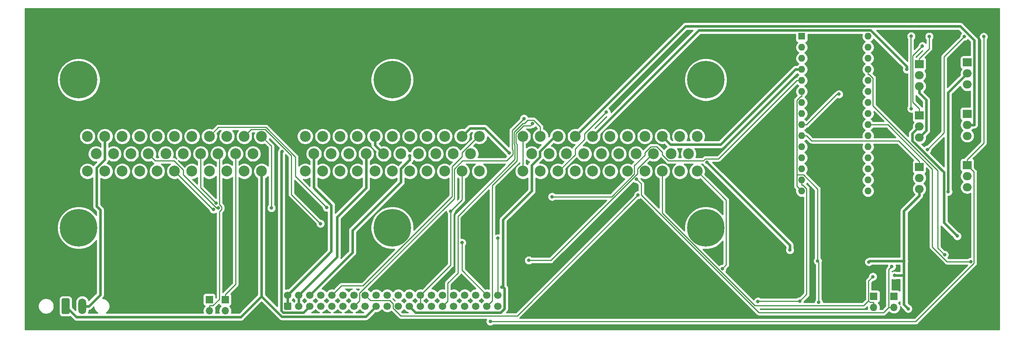
<source format=gbr>
%TF.GenerationSoftware,KiCad,Pcbnew,(5.1.6)-1*%
%TF.CreationDate,2021-10-20T19:30:18-05:00*%
%TF.ProjectId,Jeep JTEC,4a656570-204a-4544-9543-2e6b69636164,rev?*%
%TF.SameCoordinates,Original*%
%TF.FileFunction,Copper,L2,Bot*%
%TF.FilePolarity,Positive*%
%FSLAX46Y46*%
G04 Gerber Fmt 4.6, Leading zero omitted, Abs format (unit mm)*
G04 Created by KiCad (PCBNEW (5.1.6)-1) date 2021-10-20 19:30:18*
%MOMM*%
%LPD*%
G01*
G04 APERTURE LIST*
%TA.AperFunction,ComponentPad*%
%ADD10C,2.500000*%
%TD*%
%TA.AperFunction,ComponentPad*%
%ADD11O,1.700000X1.700000*%
%TD*%
%TA.AperFunction,ComponentPad*%
%ADD12R,1.700000X1.700000*%
%TD*%
%TA.AperFunction,ComponentPad*%
%ADD13C,0.900000*%
%TD*%
%TA.AperFunction,ComponentPad*%
%ADD14C,8.600000*%
%TD*%
%TA.AperFunction,ComponentPad*%
%ADD15O,1.800000X3.600000*%
%TD*%
%TA.AperFunction,ComponentPad*%
%ADD16O,2.000000X1.905000*%
%TD*%
%TA.AperFunction,ComponentPad*%
%ADD17R,2.000000X1.905000*%
%TD*%
%TA.AperFunction,ComponentPad*%
%ADD18C,1.700000*%
%TD*%
%TA.AperFunction,ComponentPad*%
%ADD19O,1.600000X1.600000*%
%TD*%
%TA.AperFunction,ComponentPad*%
%ADD20R,1.600000X1.600000*%
%TD*%
%TA.AperFunction,ViaPad*%
%ADD21C,0.800000*%
%TD*%
%TA.AperFunction,Conductor*%
%ADD22C,0.250000*%
%TD*%
%TA.AperFunction,Conductor*%
%ADD23C,0.600000*%
%TD*%
%TA.AperFunction,NonConductor*%
%ADD24C,0.254000*%
%TD*%
G04 APERTURE END LIST*
D10*
%TO.P,C1,1*%
%TO.N,IGN-3-DRIVER*%
X50000000Y-85000000D03*
%TO.P,C1,2*%
%TO.N,12V-SW*%
X54000000Y-85000000D03*
%TO.P,C1,3*%
%TO.N,N/C*%
X58000000Y-85000000D03*
%TO.P,C1,4*%
%TO.N,ASD_COIL_OUT*%
X62000000Y-85000000D03*
%TO.P,C1,5*%
%TO.N,N/C*%
X66000000Y-85000000D03*
%TO.P,C1,6*%
X70000000Y-85000000D03*
%TO.P,C1,7*%
%TO.N,IGN-1-DRIVER*%
X74000000Y-85000000D03*
%TO.P,C1,8*%
%TO.N,CRANK-IN*%
X78000000Y-85000000D03*
%TO.P,C1,9*%
%TO.N,N/C*%
X82000000Y-85000000D03*
%TO.P,C1,10*%
%TO.N,STEP-B1*%
X86000000Y-85000000D03*
%TO.P,C1,11*%
%TO.N,STEP-B2*%
X90000000Y-85000000D03*
%TO.P,C1,12*%
%TO.N,N/C*%
X52000000Y-89000000D03*
%TO.P,C1,13*%
X56000000Y-89000000D03*
%TO.P,C1,14*%
X60000000Y-89000000D03*
%TO.P,C1,15*%
%TO.N,IAT_Sensor*%
X64000000Y-89000000D03*
%TO.P,C1,16*%
%TO.N,CLT_Sensor*%
X68000000Y-89000000D03*
%TO.P,C1,17*%
%TO.N,VDDA*%
X72000000Y-89000000D03*
%TO.P,C1,18*%
%TO.N,CAM-IN*%
X76000000Y-89000000D03*
%TO.P,C1,19*%
%TO.N,Net-(C1-Pad19)*%
X80000000Y-89000000D03*
%TO.P,C1,20*%
%TO.N,Net-(C1-Pad20)*%
X84000000Y-89000000D03*
%TO.P,C1,21*%
%TO.N,N/C*%
X88000000Y-89000000D03*
%TO.P,C1,22*%
X50000000Y-93000000D03*
%TO.P,C1,23*%
%TO.N,TPS_Sensor*%
X54000000Y-93000000D03*
%TO.P,C1,24*%
%TO.N,O2-1-1*%
X58000000Y-93000000D03*
%TO.P,C1,25*%
%TO.N,N/C*%
X62000000Y-93000000D03*
%TO.P,C1,26*%
X66000000Y-93000000D03*
%TO.P,C1,27*%
%TO.N,MAP-EXT*%
X70000000Y-93000000D03*
%TO.P,C1,28*%
%TO.N,N/C*%
X74000000Y-93000000D03*
%TO.P,C1,29*%
X78000000Y-93000000D03*
%TO.P,C1,30*%
X82000000Y-93000000D03*
%TO.P,C1,31*%
%TO.N,ASD_COIL_OUT*%
X86000000Y-93000000D03*
%TO.P,C1,32*%
X90000000Y-93000000D03*
%TD*%
%TO.P,C3,1*%
%TO.N,AC_CLUTCH_OUT*%
X150000000Y-85000000D03*
%TO.P,C3,2*%
%TO.N,FAN-OUT*%
X154000000Y-85000000D03*
%TO.P,C3,3*%
%TO.N,ASD_COIL_OUT*%
X158000000Y-85000000D03*
%TO.P,C3,4*%
%TO.N,CRUISE_VAC_OUT*%
X162000000Y-85000000D03*
%TO.P,C3,5*%
%TO.N,CRUISE_VENT_OUT*%
X166000000Y-85000000D03*
%TO.P,C3,6*%
%TO.N,N/C*%
X170000000Y-85000000D03*
%TO.P,C3,7*%
X174000000Y-85000000D03*
%TO.P,C3,8*%
%TO.N,ASD_COIL_OUT*%
X178000000Y-85000000D03*
%TO.P,C3,9*%
X182000000Y-85000000D03*
%TO.P,C3,10*%
%TO.N,N/C*%
X186000000Y-85000000D03*
%TO.P,C3,11*%
%TO.N,ASD_12V_IN*%
X190000000Y-85000000D03*
%TO.P,C3,12*%
X152000000Y-89000000D03*
%TO.P,C3,13*%
%TO.N,N/C*%
X156000000Y-89000000D03*
%TO.P,C3,14*%
X160000000Y-89000000D03*
%TO.P,C3,15*%
X164000000Y-89000000D03*
%TO.P,C3,16*%
X168000000Y-89000000D03*
%TO.P,C3,17*%
X172000000Y-89000000D03*
%TO.P,C3,18*%
X176000000Y-89000000D03*
%TO.P,C3,19*%
%TO.N,FUELPUMP-OUT*%
X180000000Y-89000000D03*
%TO.P,C3,20*%
%TO.N,N/C*%
X184000000Y-89000000D03*
%TO.P,C3,21*%
X188000000Y-89000000D03*
%TO.P,C3,22*%
%TO.N,AC_CLUTCH_OUT*%
X150000000Y-93000000D03*
%TO.P,C3,23*%
%TO.N,N/C*%
X154000000Y-93000000D03*
%TO.P,C3,24*%
%TO.N,BRAKE_LAMP_SWITCH*%
X158000000Y-93000000D03*
%TO.P,C3,25*%
%TO.N,ASD_12V_IN*%
X162000000Y-93000000D03*
%TO.P,C3,26*%
%TO.N,FUEL_LEVEL*%
X166000000Y-93000000D03*
%TO.P,C3,27*%
%TO.N,N/C*%
X170000000Y-93000000D03*
%TO.P,C3,28*%
%TO.N,CCD-*%
X174000000Y-93000000D03*
%TO.P,C3,29*%
%TO.N,N/C*%
X178000000Y-93000000D03*
%TO.P,C3,30*%
%TO.N,CCD+*%
X182000000Y-93000000D03*
%TO.P,C3,31*%
%TO.N,N/C*%
X186000000Y-93000000D03*
%TO.P,C3,32*%
%TO.N,SPEED_CONTROL_SWITCH*%
X190000000Y-93000000D03*
%TD*%
%TO.P,C2,1*%
%TO.N,N/C*%
X100000000Y-85000000D03*
%TO.P,C2,2*%
X104000000Y-85000000D03*
%TO.P,C2,3*%
X108000000Y-85000000D03*
%TO.P,C2,4*%
%TO.N,INJ-1-OUT*%
X112000000Y-85000000D03*
%TO.P,C2,5*%
%TO.N,INJ-3-OUT*%
X116000000Y-85000000D03*
%TO.P,C2,6*%
%TO.N,INJ-2-OUT*%
X120000000Y-85000000D03*
%TO.P,C2,7*%
%TO.N,N/C*%
X124000000Y-85000000D03*
%TO.P,C2,8*%
X128000000Y-85000000D03*
%TO.P,C2,9*%
%TO.N,IGN-2-DRIVER*%
X132000000Y-85000000D03*
%TO.P,C2,10*%
%TO.N,GENERATOR_GND*%
X136000000Y-85000000D03*
%TO.P,C2,11*%
%TO.N,HC-1-OUT*%
X140000000Y-85000000D03*
%TO.P,C2,12*%
%TO.N,INJ-1-OUT*%
X102000000Y-89000000D03*
%TO.P,C2,13*%
%TO.N,N/C*%
X106000000Y-89000000D03*
%TO.P,C2,14*%
X110000000Y-89000000D03*
%TO.P,C2,15*%
%TO.N,INJ-2-OUT*%
X114000000Y-89000000D03*
%TO.P,C2,16*%
%TO.N,INJ-3-OUT*%
X118000000Y-89000000D03*
%TO.P,C2,17*%
%TO.N,N/C*%
X122000000Y-89000000D03*
%TO.P,C2,18*%
X126000000Y-89000000D03*
%TO.P,C2,19*%
X130000000Y-89000000D03*
%TO.P,C2,20*%
X134000000Y-89000000D03*
%TO.P,C2,21*%
X138000000Y-89000000D03*
%TO.P,C2,22*%
X100000000Y-93000000D03*
%TO.P,C2,23*%
%TO.N,OIL_PRESSURE_IN*%
X104000000Y-93000000D03*
%TO.P,C2,24*%
%TO.N,N/C*%
X108000000Y-93000000D03*
%TO.P,C2,25*%
X112000000Y-93000000D03*
%TO.P,C2,26*%
X116000000Y-93000000D03*
%TO.P,C2,27*%
%TO.N,VSS*%
X120000000Y-93000000D03*
%TO.P,C2,28*%
%TO.N,N/C*%
X124000000Y-93000000D03*
%TO.P,C2,29*%
X128000000Y-93000000D03*
%TO.P,C2,30*%
X132000000Y-93000000D03*
%TO.P,C2,31*%
%TO.N,VDDA*%
X136000000Y-93000000D03*
%TO.P,C2,32*%
%TO.N,N/C*%
X140000000Y-93000000D03*
%TD*%
D11*
%TO.P,JP5,2*%
%TO.N,STEP-A2*%
X81650000Y-125040000D03*
D12*
%TO.P,JP5,1*%
%TO.N,Net-(C1-Pad20)*%
X81650000Y-122500000D03*
%TD*%
D11*
%TO.P,JP4,2*%
%TO.N,Net-(C1-Pad19)*%
X78000000Y-125040000D03*
D12*
%TO.P,JP4,1*%
%TO.N,STEP-A1*%
X78000000Y-122500000D03*
%TD*%
D13*
%TO.P,H6,1*%
%TO.N,N/C*%
X194280419Y-103719581D03*
X192000000Y-102775000D03*
X189719581Y-103719581D03*
X188775000Y-106000000D03*
X189719581Y-108280419D03*
X192000000Y-109225000D03*
X194280419Y-108280419D03*
X195225000Y-106000000D03*
D14*
X192000000Y-106000000D03*
%TD*%
D13*
%TO.P,H5,1*%
%TO.N,N/C*%
X194280419Y-69719581D03*
X192000000Y-68775000D03*
X189719581Y-69719581D03*
X188775000Y-72000000D03*
X189719581Y-74280419D03*
X192000000Y-75225000D03*
X194280419Y-74280419D03*
X195225000Y-72000000D03*
D14*
X192000000Y-72000000D03*
%TD*%
D13*
%TO.P,H4,1*%
%TO.N,N/C*%
X50280419Y-69719581D03*
X48000000Y-68775000D03*
X45719581Y-69719581D03*
X44775000Y-72000000D03*
X45719581Y-74280419D03*
X48000000Y-75225000D03*
X50280419Y-74280419D03*
X51225000Y-72000000D03*
D14*
X48000000Y-72000000D03*
%TD*%
D13*
%TO.P,H3,1*%
%TO.N,N/C*%
X122280419Y-69719581D03*
X120000000Y-68775000D03*
X117719581Y-69719581D03*
X116775000Y-72000000D03*
X117719581Y-74280419D03*
X120000000Y-75225000D03*
X122280419Y-74280419D03*
X123225000Y-72000000D03*
D14*
X120000000Y-72000000D03*
%TD*%
D13*
%TO.P,H2,1*%
%TO.N,N/C*%
X50280419Y-103719581D03*
X48000000Y-102775000D03*
X45719581Y-103719581D03*
X44775000Y-106000000D03*
X45719581Y-108280419D03*
X48000000Y-109225000D03*
X50280419Y-108280419D03*
X51225000Y-106000000D03*
D14*
X48000000Y-106000000D03*
%TD*%
D13*
%TO.P,H1,1*%
%TO.N,N/C*%
X122280419Y-103719581D03*
X120000000Y-102775000D03*
X117719581Y-103719581D03*
X116775000Y-106000000D03*
X117719581Y-108280419D03*
X120000000Y-109225000D03*
X122280419Y-108280419D03*
X123225000Y-106000000D03*
D14*
X120000000Y-106000000D03*
%TD*%
D15*
%TO.P,J2,2*%
%TO.N,12V-SW*%
X48810000Y-124000000D03*
%TO.P,J2,1*%
%TO.N,ASD_COIL_OUT*%
%TA.AperFunction,ComponentPad*%
G36*
G01*
X44100000Y-125550000D02*
X44100000Y-122450000D01*
G75*
G02*
X44350000Y-122200000I250000J0D01*
G01*
X45650000Y-122200000D01*
G75*
G02*
X45900000Y-122450000I0J-250000D01*
G01*
X45900000Y-125550000D01*
G75*
G02*
X45650000Y-125800000I-250000J0D01*
G01*
X44350000Y-125800000D01*
G75*
G02*
X44100000Y-125550000I0J250000D01*
G01*
G37*
%TD.AperFunction*%
%TD*%
D16*
%TO.P,Q8,3*%
%TO.N,ASD_COIL_OUT*%
X241000000Y-97080000D03*
%TO.P,Q8,2*%
%TO.N,GENERATOR_GND*%
X241000000Y-94540000D03*
D17*
%TO.P,Q8,1*%
%TO.N,GENERATOR_CONTROL*%
X241000000Y-92000000D03*
%TD*%
D16*
%TO.P,Q7,3*%
%TO.N,ASD_COIL_OUT*%
X241000000Y-85280000D03*
%TO.P,Q7,2*%
%TO.N,Net-(D4-Pad1)*%
X241000000Y-82740000D03*
D17*
%TO.P,Q7,1*%
%TO.N,IGN-3-OUT*%
X241000000Y-80200000D03*
%TD*%
D16*
%TO.P,Q6,3*%
%TO.N,ASD_COIL_OUT*%
X241000000Y-73480000D03*
%TO.P,Q6,2*%
%TO.N,CRUISE_VENT_OUT*%
X241000000Y-70940000D03*
D17*
%TO.P,Q6,1*%
%TO.N,CRUISE_VENT_CONTROL*%
X241000000Y-68400000D03*
%TD*%
D16*
%TO.P,Q5,3*%
%TO.N,ASD_COIL_OUT*%
X252000000Y-96680000D03*
%TO.P,Q5,2*%
%TO.N,Net-(D3-Pad1)*%
X252000000Y-94140000D03*
D17*
%TO.P,Q5,1*%
%TO.N,IGN-2-OUT*%
X252000000Y-91600000D03*
%TD*%
D16*
%TO.P,Q4,3*%
%TO.N,ASD_COIL_OUT*%
X252000000Y-84880000D03*
%TO.P,Q4,2*%
%TO.N,CRUISE_VAC_OUT*%
X252000000Y-82340000D03*
D17*
%TO.P,Q4,1*%
%TO.N,CRUISE_VAC_CONTROL*%
X252000000Y-79800000D03*
%TD*%
D16*
%TO.P,Q3,3*%
%TO.N,ASD_COIL_OUT*%
X252000000Y-73080000D03*
%TO.P,Q3,2*%
%TO.N,Net-(D2-Pad1)*%
X252000000Y-70540000D03*
D17*
%TO.P,Q3,1*%
%TO.N,IGN-1-OUT*%
X252000000Y-68000000D03*
%TD*%
D11*
%TO.P,JP2,2*%
%TO.N,CCD+*%
X230540000Y-124280000D03*
D12*
%TO.P,JP2,1*%
%TO.N,Net-(JP2-Pad1)*%
X230540000Y-121740000D03*
%TD*%
D11*
%TO.P,JP1,2*%
%TO.N,CCD-*%
X235190000Y-124280000D03*
D12*
%TO.P,JP1,1*%
%TO.N,Net-(JP1-Pad1)*%
X235190000Y-121740000D03*
%TD*%
D18*
%TO.P,J1,40*%
%TO.N,O2-1-1*%
X144260000Y-121460000D03*
%TO.P,J1,38*%
%TO.N,TPS_Sensor*%
X141720000Y-121460000D03*
%TO.P,J1,36*%
%TO.N,ASD_COIL_OUT*%
X139180000Y-121460000D03*
%TO.P,J1,34*%
%TO.N,CAM-IN*%
X136640000Y-121460000D03*
%TO.P,J1,32*%
%TO.N,CRANK-IN*%
X134100000Y-121460000D03*
%TO.P,J1,30*%
%TO.N,N/C*%
X131560000Y-121460000D03*
%TO.P,J1,28*%
X129020000Y-121460000D03*
%TO.P,J1,26*%
%TO.N,VDDA*%
X126480000Y-121460000D03*
%TO.P,J1,24*%
%TO.N,STEP-B2*%
X123940000Y-121460000D03*
%TO.P,J1,22*%
%TO.N,STEP-B1*%
X121400000Y-121460000D03*
%TO.P,J1,20*%
%TO.N,STEP-A1*%
X118860000Y-121460000D03*
%TO.P,J1,18*%
%TO.N,STEP-A2*%
X116320000Y-121460000D03*
%TO.P,J1,16*%
%TO.N,IGN-3-OUT*%
X113780000Y-121460000D03*
%TO.P,J1,14*%
%TO.N,IGN-2-OUT*%
X111240000Y-121460000D03*
%TO.P,J1,12*%
%TO.N,N/C*%
X108700000Y-121460000D03*
%TO.P,J1,10*%
%TO.N,HC-1-OUT*%
X106160000Y-121460000D03*
%TO.P,J1,8*%
%TO.N,N/C*%
X103620000Y-121460000D03*
%TO.P,J1,6*%
%TO.N,GENERATOR_GND*%
X101080000Y-121460000D03*
%TO.P,J1,4*%
%TO.N,INJ-2-OUT*%
X98540000Y-121460000D03*
%TO.P,J1,2*%
%TO.N,INJ-1-OUT*%
X96000000Y-121460000D03*
%TO.P,J1,39*%
%TO.N,IAT_Sensor*%
X144260000Y-124000000D03*
%TO.P,J1,37*%
%TO.N,CLT_Sensor*%
X141720000Y-124000000D03*
%TO.P,J1,35*%
%TO.N,N/C*%
X139180000Y-124000000D03*
%TO.P,J1,33*%
X136640000Y-124000000D03*
%TO.P,J1,31*%
%TO.N,FUELPUMP-OUT*%
X134100000Y-124000000D03*
%TO.P,J1,29*%
%TO.N,FAN-OUT*%
X131560000Y-124000000D03*
%TO.P,J1,27*%
%TO.N,N/C*%
X129020000Y-124000000D03*
%TO.P,J1,25*%
%TO.N,VDDA*%
X126480000Y-124000000D03*
%TO.P,J1,23*%
%TO.N,ASD_COIL_OUT*%
X123940000Y-124000000D03*
%TO.P,J1,21*%
%TO.N,MAP-EXT*%
X121400000Y-124000000D03*
%TO.P,J1,19*%
%TO.N,ASD_COIL_OUT*%
X118860000Y-124000000D03*
%TO.P,J1,17*%
X116320000Y-124000000D03*
%TO.P,J1,15*%
%TO.N,N/C*%
X113780000Y-124000000D03*
%TO.P,J1,13*%
%TO.N,IGN-1-OUT*%
X111240000Y-124000000D03*
%TO.P,J1,11*%
%TO.N,INJ-4-OUT*%
X108700000Y-124000000D03*
%TO.P,J1,9*%
X106160000Y-124000000D03*
%TO.P,J1,7*%
%TO.N,INJ-3-OUT*%
X103620000Y-124000000D03*
%TO.P,J1,5*%
X101080000Y-124000000D03*
%TO.P,J1,3*%
%TO.N,INJ-2-OUT*%
X98540000Y-124000000D03*
%TO.P,J1,1*%
%TO.N,INJ-1-OUT*%
%TA.AperFunction,ComponentPad*%
G36*
G01*
X96600000Y-124850000D02*
X95400000Y-124850000D01*
G75*
G02*
X95150000Y-124600000I0J250000D01*
G01*
X95150000Y-123400000D01*
G75*
G02*
X95400000Y-123150000I250000J0D01*
G01*
X96600000Y-123150000D01*
G75*
G02*
X96850000Y-123400000I0J-250000D01*
G01*
X96850000Y-124600000D01*
G75*
G02*
X96600000Y-124850000I-250000J0D01*
G01*
G37*
%TD.AperFunction*%
%TD*%
D19*
%TO.P,A1,16*%
%TO.N,N/C*%
X229240000Y-97560000D03*
%TO.P,A1,15*%
%TO.N,/CCD Decoder/CCD_RX*%
X214000000Y-97560000D03*
%TO.P,A1,30*%
%TO.N,N/C*%
X229240000Y-62000000D03*
%TO.P,A1,14*%
%TO.N,/CCD Decoder/CCD_TX*%
X214000000Y-95020000D03*
%TO.P,A1,29*%
%TO.N,ASD_COIL_OUT*%
X229240000Y-64540000D03*
%TO.P,A1,13*%
%TO.N,N/C*%
X214000000Y-92480000D03*
%TO.P,A1,28*%
X229240000Y-67080000D03*
%TO.P,A1,12*%
X214000000Y-89940000D03*
%TO.P,A1,27*%
%TO.N,VDDA*%
X229240000Y-69620000D03*
%TO.P,A1,11*%
%TO.N,N/C*%
X214000000Y-87400000D03*
%TO.P,A1,26*%
X229240000Y-72160000D03*
%TO.P,A1,10*%
%TO.N,GENERATOR_CONTROL*%
X214000000Y-84860000D03*
%TO.P,A1,25*%
%TO.N,N/C*%
X229240000Y-74700000D03*
%TO.P,A1,9*%
%TO.N,CRUISE_VENT_CONTROL*%
X214000000Y-82320000D03*
%TO.P,A1,24*%
%TO.N,N/C*%
X229240000Y-77240000D03*
%TO.P,A1,8*%
%TO.N,CRUISE_VAC_CONTROL*%
X214000000Y-79780000D03*
%TO.P,A1,23*%
%TO.N,CLT_Sensor*%
X229240000Y-79780000D03*
%TO.P,A1,7*%
%TO.N,BRAKE_LAMP_SWITCH*%
X214000000Y-77240000D03*
%TO.P,A1,22*%
%TO.N,Net-(A1-Pad22)*%
X229240000Y-82320000D03*
%TO.P,A1,6*%
%TO.N,/CCD Decoder/CCD_RX*%
X214000000Y-74700000D03*
%TO.P,A1,21*%
%TO.N,OIL_PRESSURE_IN*%
X229240000Y-84860000D03*
%TO.P,A1,5*%
%TO.N,VSS*%
X214000000Y-72160000D03*
%TO.P,A1,20*%
%TO.N,SPEED_CONTROL_SWITCH*%
X229240000Y-87400000D03*
%TO.P,A1,4*%
%TO.N,ASD_COIL_OUT*%
X214000000Y-69620000D03*
%TO.P,A1,19*%
%TO.N,FUEL_LEVEL*%
X229240000Y-89940000D03*
%TO.P,A1,3*%
%TO.N,N/C*%
X214000000Y-67080000D03*
%TO.P,A1,18*%
X229240000Y-92480000D03*
%TO.P,A1,2*%
X214000000Y-64540000D03*
%TO.P,A1,17*%
X229240000Y-95020000D03*
D20*
%TO.P,A1,1*%
X214000000Y-62000000D03*
%TD*%
D21*
%TO.N,/CCD Decoder/CCD_RX*%
X217921900Y-123142100D03*
X217676200Y-113621000D03*
%TO.N,/CCD Decoder/CCD_TX*%
X203954200Y-122906600D03*
X213544100Y-122841800D03*
%TO.N,VDDA*%
X246814400Y-112162900D03*
X133428600Y-102150800D03*
%TO.N,GENERATOR_CONTROL*%
X251353300Y-62066600D03*
X242848100Y-88012700D03*
%TO.N,CRUISE_VENT_CONTROL*%
X222567800Y-75306900D03*
X243283300Y-62051600D03*
%TO.N,CRUISE_VAC_CONTROL*%
X239161500Y-61985500D03*
X239161500Y-78613000D03*
%TO.N,BRAKE_LAMP_SWITCH*%
X169153300Y-79434200D03*
%TO.N,Net-(A1-Pad22)*%
X252845300Y-113786400D03*
%TO.N,VSS*%
X156697600Y-98857300D03*
%TO.N,SPEED_CONTROL_SWITCH*%
X195768500Y-115387100D03*
%TO.N,ASD_COIL_OUT*%
X229414400Y-113834500D03*
X235335500Y-116942500D03*
X145130900Y-119604900D03*
X237490700Y-113629000D03*
X238444700Y-124591200D03*
%TO.N,MAP-EXT*%
X78938700Y-101769400D03*
%TO.N,O2-1-1*%
X144260000Y-108391600D03*
%TO.N,TPS_Sensor*%
X136006200Y-109417100D03*
%TO.N,STEP-B2*%
X92231800Y-101451700D03*
%TO.N,CAM-IN*%
X79554900Y-100318600D03*
%TO.N,CLT_Sensor*%
X152208900Y-82067700D03*
%TO.N,IAT_Sensor*%
X80055100Y-101451700D03*
%TO.N,STEP-B1*%
X103490300Y-105030200D03*
%TO.N,CRANK-IN*%
X104952700Y-101357900D03*
%TO.N,INJ-3-OUT*%
X94707600Y-88499300D03*
%TO.N,GENERATOR_GND*%
X146861100Y-88773400D03*
X124000000Y-89487300D03*
%TO.N,CCD+*%
X230355300Y-117231200D03*
%TO.N,CCD-*%
X234689300Y-114926300D03*
X176091100Y-94799700D03*
%TO.N,ASD_12V_IN*%
X192260300Y-90953100D03*
X211309200Y-111098800D03*
%TO.N,FUELPUMP-OUT*%
X151339800Y-113472500D03*
%TO.N,CRUISE_VENT_OUT*%
X238139600Y-69628200D03*
%TO.N,IGN-3-OUT*%
X176435000Y-98466600D03*
X241720000Y-64217900D03*
%TO.N,IGN-2-OUT*%
X255797100Y-62100000D03*
X142512300Y-127517500D03*
%TO.N,IGN-1-OUT*%
X150237500Y-80900900D03*
%TO.N,Net-(D2-Pad1)*%
X247647800Y-97708400D03*
%TO.N,Net-(D4-Pad1)*%
X249716400Y-107896900D03*
%TD*%
D22*
%TO.N,/CCD Decoder/CCD_RX*%
X217676200Y-113621000D02*
X217921900Y-113866700D01*
X217921900Y-113866700D02*
X217921900Y-123142100D01*
X212872300Y-93833800D02*
X214410600Y-93833800D01*
X214410600Y-93833800D02*
X217676200Y-97099400D01*
X217676200Y-97099400D02*
X217676200Y-113621000D01*
X212872300Y-93833800D02*
X212872300Y-96432300D01*
X212872300Y-96432300D02*
X214000000Y-97560000D01*
X214000000Y-75825300D02*
X213718700Y-75825300D01*
X213718700Y-75825300D02*
X212872300Y-76671700D01*
X212872300Y-76671700D02*
X212872300Y-93833800D01*
X214000000Y-74700000D02*
X214000000Y-75825300D01*
%TO.N,/CCD Decoder/CCD_TX*%
X213544100Y-122841800D02*
X204019000Y-122841800D01*
X204019000Y-122841800D02*
X203954200Y-122906600D01*
X214000000Y-96145300D02*
X214281300Y-96145300D01*
X214281300Y-96145300D02*
X215140800Y-97004800D01*
X215140800Y-97004800D02*
X215140800Y-121245100D01*
X215140800Y-121245100D02*
X213544100Y-122841800D01*
X214000000Y-95020000D02*
X214000000Y-96145300D01*
%TO.N,VDDA*%
X246814400Y-112162900D02*
X245273900Y-110622400D01*
X245273900Y-110622400D02*
X245273800Y-110622400D01*
X245273800Y-110622400D02*
X245273800Y-92878800D01*
X245273800Y-92878800D02*
X230365300Y-77970300D01*
X230365300Y-77970300D02*
X230365300Y-71589200D01*
X230365300Y-71589200D02*
X229521400Y-70745300D01*
X229521400Y-70745300D02*
X229240000Y-70745300D01*
X229240000Y-69620000D02*
X229240000Y-70745300D01*
X126480000Y-121460000D02*
X133428600Y-114511400D01*
X133428600Y-114511400D02*
X133428600Y-102150800D01*
X133428600Y-102150800D02*
X136000000Y-99579400D01*
X136000000Y-99579400D02*
X136000000Y-93000000D01*
X126480000Y-124000000D02*
X126480000Y-121460000D01*
%TO.N,GENERATOR_CONTROL*%
X242848100Y-88012700D02*
X246697800Y-84163000D01*
X246697800Y-84163000D02*
X246697800Y-66722100D01*
X246697800Y-66722100D02*
X251353300Y-62066600D01*
X241000000Y-92000000D02*
X241000000Y-90722200D01*
X214000000Y-84860000D02*
X215125300Y-84860000D01*
X215125300Y-84860000D02*
X216250600Y-85985300D01*
X216250600Y-85985300D02*
X236263100Y-85985300D01*
X236263100Y-85985300D02*
X241000000Y-90722200D01*
%TO.N,CRUISE_VENT_CONTROL*%
X214000000Y-82320000D02*
X215125300Y-82320000D01*
X215125300Y-82320000D02*
X222138400Y-75306900D01*
X222138400Y-75306900D02*
X222567800Y-75306900D01*
X241000000Y-68400000D02*
X241000000Y-67122200D01*
X241000000Y-67122200D02*
X243283300Y-64838900D01*
X243283300Y-64838900D02*
X243283300Y-62051600D01*
%TO.N,CRUISE_VAC_CONTROL*%
X239161500Y-61985500D02*
X239068200Y-62078800D01*
X239068200Y-62078800D02*
X239068200Y-78519700D01*
X239068200Y-78519700D02*
X239161500Y-78613000D01*
%TO.N,BRAKE_LAMP_SWITCH*%
X169153300Y-79434200D02*
X164159300Y-84428200D01*
X164159300Y-84428200D02*
X164159300Y-85704600D01*
X164159300Y-85704600D02*
X162000100Y-87863800D01*
X162000100Y-87863800D02*
X162000100Y-89229900D01*
X162000100Y-89229900D02*
X158230100Y-92999900D01*
X158230100Y-92999900D02*
X158000000Y-92999900D01*
X158000000Y-92999900D02*
X158000000Y-93000000D01*
%TO.N,Net-(A1-Pad22)*%
X229240000Y-82320000D02*
X233791300Y-82320000D01*
X233791300Y-82320000D02*
X243972000Y-92500700D01*
X243972000Y-92500700D02*
X243972000Y-110379900D01*
X243972000Y-110379900D02*
X247378500Y-113786400D01*
X247378500Y-113786400D02*
X252845300Y-113786400D01*
%TO.N,VSS*%
X214000000Y-72160000D02*
X212874700Y-72160000D01*
X212874700Y-72160000D02*
X194906900Y-90127800D01*
X194906900Y-90127800D02*
X191918500Y-90127800D01*
X191918500Y-90127800D02*
X191430500Y-90615800D01*
X191430500Y-90615800D02*
X183385400Y-90615800D01*
X183385400Y-90615800D02*
X182000100Y-89230500D01*
X182000100Y-89230500D02*
X182000100Y-88676800D01*
X182000100Y-88676800D02*
X180700500Y-87377200D01*
X180700500Y-87377200D02*
X179339300Y-87377200D01*
X179339300Y-87377200D02*
X178000100Y-88716400D01*
X178000100Y-88716400D02*
X178000100Y-89281900D01*
X178000100Y-89281900D02*
X175575300Y-91706700D01*
X175575300Y-91706700D02*
X175575300Y-93652600D01*
X175575300Y-93652600D02*
X170370600Y-98857300D01*
X170370600Y-98857300D02*
X156697600Y-98857300D01*
%TO.N,SPEED_CONTROL_SWITCH*%
X190000000Y-93000000D02*
X196657400Y-99657400D01*
X196657400Y-99657400D02*
X196657400Y-114498200D01*
X196657400Y-114498200D02*
X195768500Y-115387100D01*
D23*
%TO.N,ASD_COIL_OUT*%
X237490700Y-113629000D02*
X229619900Y-113629000D01*
X229619900Y-113629000D02*
X229414400Y-113834500D01*
X241000000Y-98632800D02*
X237490700Y-102142100D01*
X237490700Y-102142100D02*
X237490700Y-113629000D01*
X241000000Y-97080000D02*
X241000000Y-98632800D01*
X237490700Y-116942500D02*
X237490700Y-123637200D01*
X237490700Y-123637200D02*
X238444700Y-124591200D01*
X237490700Y-113629000D02*
X237490700Y-116942500D01*
X237490700Y-116942500D02*
X235335500Y-116942500D01*
X145451900Y-119604900D02*
X145451900Y-104117200D01*
X145451900Y-104117200D02*
X152000000Y-97569100D01*
X152000000Y-97569100D02*
X152000000Y-91616900D01*
X152000000Y-91616900D02*
X153850400Y-89766500D01*
X153850400Y-89766500D02*
X153850400Y-88481800D01*
X153850400Y-88481800D02*
X157332200Y-85000000D01*
X157332200Y-85000000D02*
X158000000Y-85000000D01*
X123940000Y-124000000D02*
X125391800Y-125451800D01*
X125391800Y-125451800D02*
X144873000Y-125451800D01*
X144873000Y-125451800D02*
X145772900Y-124551900D01*
X145772900Y-124551900D02*
X145772900Y-119925900D01*
X145772900Y-119925900D02*
X145451900Y-119604900D01*
X145451900Y-119604900D02*
X145130900Y-119604900D01*
X90000000Y-121738100D02*
X90000000Y-93000000D01*
X116320000Y-124000000D02*
X113949600Y-126370400D01*
X113949600Y-126370400D02*
X94632300Y-126370400D01*
X94632300Y-126370400D02*
X90000000Y-121738100D01*
X45000000Y-124000000D02*
X47491400Y-126491400D01*
X47491400Y-126491400D02*
X85246700Y-126491400D01*
X85246700Y-126491400D02*
X90000000Y-121738100D01*
X182000000Y-85000000D02*
X183887100Y-86887100D01*
X183887100Y-86887100D02*
X195332600Y-86887100D01*
X195332600Y-86887100D02*
X212599700Y-69620000D01*
X241000000Y-73480000D02*
X241000000Y-75032800D01*
X241000000Y-75032800D02*
X242600400Y-76633200D01*
X242600400Y-76633200D02*
X242600400Y-83679600D01*
X242600400Y-83679600D02*
X241000000Y-85280000D01*
X214000000Y-69620000D02*
X212599700Y-69620000D01*
D22*
%TO.N,MAP-EXT*%
X78938700Y-101769400D02*
X78769400Y-101769400D01*
X78769400Y-101769400D02*
X70000000Y-93000000D01*
%TO.N,O2-1-1*%
X144260000Y-121460000D02*
X144260000Y-108391600D01*
%TO.N,TPS_Sensor*%
X141720000Y-121460000D02*
X136006200Y-115746200D01*
X136006200Y-115746200D02*
X136006200Y-109417100D01*
%TO.N,STEP-B2*%
X92231800Y-101451700D02*
X92231800Y-87231800D01*
X92231800Y-87231800D02*
X90000000Y-85000000D01*
%TO.N,CAM-IN*%
X76000000Y-89000000D02*
X76000000Y-96763700D01*
X76000000Y-96763700D02*
X79554900Y-100318600D01*
%TO.N,CLT_Sensor*%
X141720000Y-124000000D02*
X142990000Y-122730000D01*
X142990000Y-122730000D02*
X142990000Y-96240300D01*
X142990000Y-96240300D02*
X148607800Y-90622500D01*
X148607800Y-90622500D02*
X148607800Y-86766300D01*
X148607800Y-86766300D02*
X148415600Y-86574100D01*
X148415600Y-86574100D02*
X148415600Y-84297500D01*
X148415600Y-84297500D02*
X150186200Y-82526900D01*
X150186200Y-82526900D02*
X151749700Y-82526900D01*
X151749700Y-82526900D02*
X152208900Y-82067700D01*
%TO.N,IAT_Sensor*%
X80055100Y-101451700D02*
X79656200Y-101451700D01*
X79656200Y-101451700D02*
X72000100Y-93795600D01*
X72000100Y-93795600D02*
X72000100Y-92733000D01*
X72000100Y-92733000D02*
X69883000Y-90615900D01*
X69883000Y-90615900D02*
X65615900Y-90615900D01*
X65615900Y-90615900D02*
X64000000Y-89000000D01*
%TO.N,STEP-B1*%
X86000000Y-85000000D02*
X87611100Y-83388900D01*
X87611100Y-83388900D02*
X90778000Y-83388900D01*
X90778000Y-83388900D02*
X96825600Y-89436500D01*
X96825600Y-89436500D02*
X96825600Y-98365600D01*
X96825600Y-98365600D02*
X96825700Y-98365600D01*
X96825700Y-98365600D02*
X103490300Y-105030200D01*
%TO.N,CRANK-IN*%
X104952700Y-101357900D02*
X97784300Y-94189500D01*
X97784300Y-94189500D02*
X97784300Y-89750500D01*
X97784300Y-89750500D02*
X90961900Y-82928100D01*
X90961900Y-82928100D02*
X80071900Y-82928100D01*
X80071900Y-82928100D02*
X78000000Y-85000000D01*
D23*
%TO.N,INJ-3-OUT*%
X101080000Y-124000000D02*
X99619300Y-125460700D01*
X99619300Y-125460700D02*
X94995900Y-125460700D01*
X94995900Y-125460700D02*
X94544600Y-125009400D01*
X94544600Y-125009400D02*
X94544600Y-88662300D01*
X94544600Y-88662300D02*
X94707600Y-88499300D01*
X116000000Y-85000000D02*
X116000000Y-87000000D01*
X116000000Y-87000000D02*
X118000000Y-89000000D01*
%TO.N,INJ-2-OUT*%
X98540000Y-121460000D02*
X107278200Y-112721800D01*
X107278200Y-112721800D02*
X107278200Y-103584400D01*
X107278200Y-103584400D02*
X114000000Y-96862600D01*
X114000000Y-96862600D02*
X114000000Y-89000000D01*
X98540000Y-124000000D02*
X98540000Y-121460000D01*
%TO.N,INJ-1-OUT*%
X102000000Y-89000000D02*
X102000000Y-96798100D01*
X102000000Y-96798100D02*
X105999300Y-100797400D01*
X105999300Y-100797400D02*
X105999300Y-111460700D01*
X105999300Y-111460700D02*
X96000000Y-121460000D01*
X96000000Y-124000000D02*
X96000000Y-121460000D01*
D22*
%TO.N,HC-1-OUT*%
X140000000Y-85000000D02*
X140000000Y-85000100D01*
X140000000Y-85000100D02*
X139769900Y-85000100D01*
X139769900Y-85000100D02*
X136000000Y-88770000D01*
X136000000Y-88770000D02*
X136000000Y-89700400D01*
X136000000Y-89700400D02*
X133774900Y-91925500D01*
X133774900Y-91925500D02*
X133774900Y-98770900D01*
X133774900Y-98770900D02*
X113266200Y-119279600D01*
X113266200Y-119279600D02*
X108340400Y-119279600D01*
X108340400Y-119279600D02*
X106160000Y-121460000D01*
D23*
%TO.N,GENERATOR_GND*%
X136000000Y-85000000D02*
X137876900Y-83123100D01*
X137876900Y-83123100D02*
X141210800Y-83123100D01*
X141210800Y-83123100D02*
X146861100Y-88773400D01*
X101080000Y-121460000D02*
X110851500Y-111688500D01*
X110851500Y-111688500D02*
X110851500Y-106611300D01*
X110851500Y-106611300D02*
X122000000Y-95462800D01*
X122000000Y-95462800D02*
X122000000Y-92383300D01*
X122000000Y-92383300D02*
X124000000Y-90383300D01*
X124000000Y-90383300D02*
X124000000Y-89487300D01*
D22*
%TO.N,CCD+*%
X229364600Y-122737300D02*
X229364600Y-118221900D01*
X229364600Y-118221900D02*
X230355300Y-117231200D01*
X230540000Y-123104700D02*
X229732000Y-123104700D01*
X229732000Y-123104700D02*
X229364600Y-122737300D01*
X229364600Y-122737300D02*
X228233700Y-123868200D01*
X228233700Y-123868200D02*
X203223700Y-123868200D01*
X203223700Y-123868200D02*
X182000000Y-102644500D01*
X182000000Y-102644500D02*
X182000000Y-93000000D01*
X230540000Y-124280000D02*
X230540000Y-123104700D01*
%TO.N,CCD-*%
X234014700Y-124280000D02*
X234014700Y-115600900D01*
X234014700Y-115600900D02*
X234689300Y-114926300D01*
X176091100Y-94799700D02*
X177163300Y-95871900D01*
X177163300Y-95871900D02*
X177163300Y-98444700D01*
X177163300Y-98444700D02*
X204187200Y-125468600D01*
X204187200Y-125468600D02*
X232826100Y-125468600D01*
X232826100Y-125468600D02*
X234014700Y-124280000D01*
X235190000Y-124280000D02*
X234014700Y-124280000D01*
D23*
%TO.N,ASD_12V_IN*%
X192260300Y-90953100D02*
X211309100Y-110001900D01*
X211309100Y-110001900D02*
X211309100Y-111098800D01*
X211309100Y-111098800D02*
X211309200Y-111098800D01*
D22*
%TO.N,AC_CLUTCH_OUT*%
X150000000Y-93000000D02*
X150000000Y-85000000D01*
%TO.N,FUELPUMP-OUT*%
X151339800Y-113472500D02*
X156392300Y-113472500D01*
X156392300Y-113472500D02*
X176350200Y-93514600D01*
X176350200Y-93514600D02*
X176350200Y-92420100D01*
X176350200Y-92420100D02*
X179770300Y-89000000D01*
X179770300Y-89000000D02*
X180000000Y-89000000D01*
D23*
%TO.N,CRUISE_VENT_OUT*%
X238139600Y-69628200D02*
X238139600Y-68890600D01*
X238139600Y-68890600D02*
X229848600Y-60599600D01*
X229848600Y-60599600D02*
X190400400Y-60599600D01*
X190400400Y-60599600D02*
X166000000Y-85000000D01*
%TO.N,CRUISE_VAC_OUT*%
X252000000Y-82340000D02*
X253600300Y-82340000D01*
X253600300Y-82340000D02*
X253600300Y-62898500D01*
X253600300Y-62898500D02*
X250390000Y-59688200D01*
X250390000Y-59688200D02*
X187311800Y-59688200D01*
X187311800Y-59688200D02*
X162000000Y-85000000D01*
D22*
%TO.N,FAN-OUT*%
X154000000Y-85000000D02*
X154000000Y-82833000D01*
X154000000Y-82833000D02*
X152462900Y-81295900D01*
X152462900Y-81295900D02*
X151132000Y-81295900D01*
X151132000Y-81295900D02*
X150351300Y-82076600D01*
X150351300Y-82076600D02*
X149999600Y-82076600D01*
X149999600Y-82076600D02*
X147965300Y-84110900D01*
X147965300Y-84110900D02*
X147965300Y-86760800D01*
X147965300Y-86760800D02*
X148157500Y-86953000D01*
X148157500Y-86953000D02*
X148157500Y-90249400D01*
X148157500Y-90249400D02*
X135049000Y-103357900D01*
X135049000Y-103357900D02*
X135049000Y-116393900D01*
X135049000Y-116393900D02*
X132735400Y-118707500D01*
X132735400Y-118707500D02*
X132735400Y-122824600D01*
X132735400Y-122824600D02*
X131560000Y-124000000D01*
%TO.N,IGN-3-OUT*%
X113780000Y-121460000D02*
X115023900Y-122703900D01*
X115023900Y-122703900D02*
X119459100Y-122703900D01*
X119459100Y-122703900D02*
X120200800Y-123445600D01*
X120200800Y-123445600D02*
X120200800Y-124474900D01*
X120200800Y-124474900D02*
X121940500Y-126214600D01*
X121940500Y-126214600D02*
X148687000Y-126214600D01*
X148687000Y-126214600D02*
X176435000Y-98466600D01*
X241000000Y-80200000D02*
X241000000Y-78613000D01*
X241000000Y-78613000D02*
X239518600Y-77131600D01*
X239518600Y-77131600D02*
X239518600Y-66419300D01*
X239518600Y-66419300D02*
X241720000Y-64217900D01*
%TO.N,IGN-2-OUT*%
X252000000Y-91600000D02*
X252000000Y-90322200D01*
X252000000Y-90322200D02*
X255797100Y-86525100D01*
X255797100Y-86525100D02*
X255797100Y-62100000D01*
X142512300Y-127517500D02*
X240190100Y-127517500D01*
X240190100Y-127517500D02*
X253570600Y-114137000D01*
X253570600Y-114137000D02*
X253570600Y-93170600D01*
X253570600Y-93170600D02*
X252000000Y-91600000D01*
%TO.N,IGN-1-OUT*%
X111240000Y-124000000D02*
X112510000Y-122730000D01*
X112510000Y-122730000D02*
X112510000Y-121027300D01*
X112510000Y-121027300D02*
X134225300Y-99312000D01*
X134225300Y-99312000D02*
X134225300Y-92502200D01*
X134225300Y-92502200D02*
X136119800Y-90607700D01*
X136119800Y-90607700D02*
X146267300Y-90607700D01*
X146267300Y-90607700D02*
X147691000Y-89184000D01*
X147691000Y-89184000D02*
X147691000Y-88124100D01*
X147691000Y-88124100D02*
X147502300Y-87935400D01*
X147502300Y-87935400D02*
X147502300Y-83636100D01*
X147502300Y-83636100D02*
X150237500Y-80900900D01*
D23*
%TO.N,12V-SW*%
X48810000Y-124000000D02*
X50310300Y-124000000D01*
X50310300Y-124000000D02*
X52934800Y-121375500D01*
X52934800Y-121375500D02*
X52934800Y-101884800D01*
X52934800Y-101884800D02*
X52121500Y-101071500D01*
X52121500Y-101071500D02*
X52121500Y-92210800D01*
X52121500Y-92210800D02*
X54000000Y-90332300D01*
X54000000Y-90332300D02*
X54000000Y-85000000D01*
%TO.N,Net-(D2-Pad1)*%
X252000000Y-70540000D02*
X247647800Y-74892200D01*
X247647800Y-74892200D02*
X247647800Y-97708400D01*
%TO.N,Net-(D4-Pad1)*%
X241000000Y-82740000D02*
X239399500Y-84340500D01*
X239399500Y-84340500D02*
X239399500Y-85978700D01*
X239399500Y-85978700D02*
X246647500Y-93226700D01*
X246647500Y-93226700D02*
X246647500Y-104828000D01*
X246647500Y-104828000D02*
X249716400Y-107896900D01*
D22*
%TO.N,Net-(C1-Pad19)*%
X78000000Y-123864700D02*
X78808000Y-123864700D01*
X78808000Y-123864700D02*
X80280200Y-122392500D01*
X80280200Y-122392500D02*
X80280200Y-102252400D01*
X80280200Y-102252400D02*
X80780400Y-101752200D01*
X80780400Y-101752200D02*
X80780400Y-101151200D01*
X80780400Y-101151200D02*
X80280300Y-100651100D01*
X80280300Y-100651100D02*
X80280200Y-100651100D01*
X80280200Y-100651100D02*
X80280200Y-89280200D01*
X80280200Y-89280200D02*
X80000000Y-89000000D01*
X78000000Y-125040000D02*
X78000000Y-123864700D01*
%TO.N,Net-(C1-Pad20)*%
X81650000Y-122500000D02*
X81650000Y-121324700D01*
X81650000Y-121324700D02*
X84000000Y-118974700D01*
X84000000Y-118974700D02*
X84000000Y-89000000D01*
%TD*%
D24*
G36*
X259340001Y-129340000D02*
G01*
X35660000Y-129340000D01*
X35660000Y-123819268D01*
X38665000Y-123819268D01*
X38665000Y-124180732D01*
X38735518Y-124535250D01*
X38873844Y-124869199D01*
X39074662Y-125169744D01*
X39330256Y-125425338D01*
X39630801Y-125626156D01*
X39964750Y-125764482D01*
X40319268Y-125835000D01*
X40680732Y-125835000D01*
X41035250Y-125764482D01*
X41369199Y-125626156D01*
X41669744Y-125425338D01*
X41925338Y-125169744D01*
X42126156Y-124869199D01*
X42264482Y-124535250D01*
X42335000Y-124180732D01*
X42335000Y-123819268D01*
X42264482Y-123464750D01*
X42126156Y-123130801D01*
X41925338Y-122830256D01*
X41669744Y-122574662D01*
X41369199Y-122373844D01*
X41035250Y-122235518D01*
X40680732Y-122165000D01*
X40319268Y-122165000D01*
X39964750Y-122235518D01*
X39630801Y-122373844D01*
X39330256Y-122574662D01*
X39074662Y-122830256D01*
X38873844Y-123130801D01*
X38735518Y-123464750D01*
X38665000Y-123819268D01*
X35660000Y-123819268D01*
X35660000Y-105513945D01*
X43065000Y-105513945D01*
X43065000Y-106486055D01*
X43254650Y-107439486D01*
X43626660Y-108337599D01*
X44166735Y-109145879D01*
X44854121Y-109833265D01*
X45662401Y-110373340D01*
X46560514Y-110745350D01*
X47513945Y-110935000D01*
X48486055Y-110935000D01*
X49439486Y-110745350D01*
X50337599Y-110373340D01*
X51145879Y-109833265D01*
X51833265Y-109145879D01*
X51999801Y-108896641D01*
X51999800Y-120988210D01*
X50291633Y-122696377D01*
X50235017Y-122509739D01*
X50092481Y-122243073D01*
X49900661Y-122009339D01*
X49666926Y-121817519D01*
X49400260Y-121674983D01*
X49110912Y-121587210D01*
X48810000Y-121557573D01*
X48509087Y-121587210D01*
X48219739Y-121674983D01*
X47953073Y-121817519D01*
X47719339Y-122009339D01*
X47527519Y-122243074D01*
X47384983Y-122509740D01*
X47297210Y-122799088D01*
X47275000Y-123024593D01*
X47275000Y-124952711D01*
X46538072Y-124215783D01*
X46538072Y-122450000D01*
X46521008Y-122276746D01*
X46470472Y-122110150D01*
X46388405Y-121956614D01*
X46277962Y-121822038D01*
X46143386Y-121711595D01*
X45989850Y-121629528D01*
X45823254Y-121578992D01*
X45650000Y-121561928D01*
X44350000Y-121561928D01*
X44176746Y-121578992D01*
X44010150Y-121629528D01*
X43856614Y-121711595D01*
X43722038Y-121822038D01*
X43611595Y-121956614D01*
X43529528Y-122110150D01*
X43478992Y-122276746D01*
X43461928Y-122450000D01*
X43461928Y-125550000D01*
X43478992Y-125723254D01*
X43529528Y-125889850D01*
X43611595Y-126043386D01*
X43722038Y-126177962D01*
X43856614Y-126288405D01*
X44010150Y-126370472D01*
X44176746Y-126421008D01*
X44350000Y-126438072D01*
X45650000Y-126438072D01*
X45823254Y-126421008D01*
X45989850Y-126370472D01*
X46027864Y-126350153D01*
X46797770Y-127120059D01*
X46827056Y-127155744D01*
X46969428Y-127272586D01*
X47075280Y-127329165D01*
X47131859Y-127359407D01*
X47308108Y-127412872D01*
X47491400Y-127430924D01*
X47537335Y-127426400D01*
X85200768Y-127426400D01*
X85246700Y-127430924D01*
X85292632Y-127426400D01*
X85429992Y-127412871D01*
X85606240Y-127359407D01*
X85768672Y-127272586D01*
X85911044Y-127155744D01*
X85940330Y-127120059D01*
X90000000Y-123060390D01*
X93938674Y-126999064D01*
X93967956Y-127034744D01*
X94110328Y-127151586D01*
X94272760Y-127238407D01*
X94385430Y-127272585D01*
X94449007Y-127291871D01*
X94467410Y-127293683D01*
X94586368Y-127305400D01*
X94586374Y-127305400D01*
X94632299Y-127309923D01*
X94678224Y-127305400D01*
X113903668Y-127305400D01*
X113949600Y-127309924D01*
X113995532Y-127305400D01*
X114132892Y-127291871D01*
X114309140Y-127238407D01*
X114471572Y-127151586D01*
X114613944Y-127034744D01*
X114643230Y-126999059D01*
X116160018Y-125482271D01*
X116173740Y-125485000D01*
X116466260Y-125485000D01*
X116753158Y-125427932D01*
X117023411Y-125315990D01*
X117266632Y-125153475D01*
X117473475Y-124946632D01*
X117590000Y-124772240D01*
X117706525Y-124946632D01*
X117913368Y-125153475D01*
X118156589Y-125315990D01*
X118426842Y-125427932D01*
X118713740Y-125485000D01*
X119006260Y-125485000D01*
X119293158Y-125427932D01*
X119563411Y-125315990D01*
X119805398Y-125154299D01*
X121376701Y-126725603D01*
X121400499Y-126754601D01*
X121516224Y-126849574D01*
X121648253Y-126920146D01*
X121791514Y-126963603D01*
X121903167Y-126974600D01*
X121903176Y-126974600D01*
X121940499Y-126978276D01*
X121977822Y-126974600D01*
X141630271Y-126974600D01*
X141595095Y-127027244D01*
X141517074Y-127215602D01*
X141477300Y-127415561D01*
X141477300Y-127619439D01*
X141517074Y-127819398D01*
X141595095Y-128007756D01*
X141708363Y-128177274D01*
X141852526Y-128321437D01*
X142022044Y-128434705D01*
X142210402Y-128512726D01*
X142410361Y-128552500D01*
X142614239Y-128552500D01*
X142814198Y-128512726D01*
X143002556Y-128434705D01*
X143172074Y-128321437D01*
X143216011Y-128277500D01*
X240152778Y-128277500D01*
X240190100Y-128281176D01*
X240227422Y-128277500D01*
X240227433Y-128277500D01*
X240339086Y-128266503D01*
X240482347Y-128223046D01*
X240614376Y-128152474D01*
X240730101Y-128057501D01*
X240753904Y-128028497D01*
X254081604Y-114700798D01*
X254110601Y-114677001D01*
X254205574Y-114561276D01*
X254276146Y-114429247D01*
X254319603Y-114285986D01*
X254330600Y-114174333D01*
X254330600Y-114174332D01*
X254334277Y-114137000D01*
X254330600Y-114099667D01*
X254330600Y-93207923D01*
X254334276Y-93170600D01*
X254330600Y-93133277D01*
X254330600Y-93133267D01*
X254319603Y-93021614D01*
X254276146Y-92878353D01*
X254205574Y-92746324D01*
X254110601Y-92630599D01*
X254081603Y-92606801D01*
X253638072Y-92163270D01*
X253638072Y-90647500D01*
X253625812Y-90523018D01*
X253589502Y-90403320D01*
X253530537Y-90293006D01*
X253451185Y-90196315D01*
X253354494Y-90116963D01*
X253305973Y-90091028D01*
X256308104Y-87088898D01*
X256337101Y-87065101D01*
X256432074Y-86949376D01*
X256502646Y-86817347D01*
X256546103Y-86674086D01*
X256557100Y-86562433D01*
X256557100Y-86562424D01*
X256560776Y-86525101D01*
X256557100Y-86487778D01*
X256557100Y-62803711D01*
X256601037Y-62759774D01*
X256714305Y-62590256D01*
X256792326Y-62401898D01*
X256832100Y-62201939D01*
X256832100Y-61998061D01*
X256792326Y-61798102D01*
X256714305Y-61609744D01*
X256601037Y-61440226D01*
X256456874Y-61296063D01*
X256287356Y-61182795D01*
X256098998Y-61104774D01*
X255899039Y-61065000D01*
X255695161Y-61065000D01*
X255495202Y-61104774D01*
X255306844Y-61182795D01*
X255137326Y-61296063D01*
X254993163Y-61440226D01*
X254879895Y-61609744D01*
X254801874Y-61798102D01*
X254762100Y-61998061D01*
X254762100Y-62201939D01*
X254801874Y-62401898D01*
X254879895Y-62590256D01*
X254993163Y-62759774D01*
X255037101Y-62803712D01*
X255037100Y-86210298D01*
X251488998Y-89758401D01*
X251460000Y-89782199D01*
X251436202Y-89811197D01*
X251436201Y-89811198D01*
X251365026Y-89897924D01*
X251305425Y-90009428D01*
X251000000Y-90009428D01*
X250875518Y-90021688D01*
X250755820Y-90057998D01*
X250645506Y-90116963D01*
X250548815Y-90196315D01*
X250469463Y-90293006D01*
X250410498Y-90403320D01*
X250374188Y-90523018D01*
X250361928Y-90647500D01*
X250361928Y-92552500D01*
X250374188Y-92676982D01*
X250410498Y-92796680D01*
X250469463Y-92906994D01*
X250548815Y-93003685D01*
X250645506Y-93083037D01*
X250729446Y-93127905D01*
X250626155Y-93253765D01*
X250478745Y-93529551D01*
X250387970Y-93828796D01*
X250357319Y-94140000D01*
X250387970Y-94451204D01*
X250478745Y-94750449D01*
X250626155Y-95026235D01*
X250824537Y-95267963D01*
X250997609Y-95410000D01*
X250824537Y-95552037D01*
X250626155Y-95793765D01*
X250478745Y-96069551D01*
X250387970Y-96368796D01*
X250357319Y-96680000D01*
X250387970Y-96991204D01*
X250478745Y-97290449D01*
X250626155Y-97566235D01*
X250824537Y-97807963D01*
X251066265Y-98006345D01*
X251342051Y-98153755D01*
X251641296Y-98244530D01*
X251874514Y-98267500D01*
X252125486Y-98267500D01*
X252358704Y-98244530D01*
X252657949Y-98153755D01*
X252810601Y-98072161D01*
X252810600Y-112751400D01*
X252743361Y-112751400D01*
X252543402Y-112791174D01*
X252355044Y-112869195D01*
X252185526Y-112982463D01*
X252141589Y-113026400D01*
X247693302Y-113026400D01*
X247553956Y-112887055D01*
X247618337Y-112822674D01*
X247731605Y-112653156D01*
X247809626Y-112464798D01*
X247849400Y-112264839D01*
X247849400Y-112060961D01*
X247809626Y-111861002D01*
X247731605Y-111672644D01*
X247618337Y-111503126D01*
X247474174Y-111358963D01*
X247304656Y-111245695D01*
X247116298Y-111167674D01*
X246916339Y-111127900D01*
X246854202Y-111127900D01*
X246033800Y-110307499D01*
X246033800Y-105536589D01*
X248738969Y-108241759D01*
X248799195Y-108387156D01*
X248912463Y-108556674D01*
X249056626Y-108700837D01*
X249226144Y-108814105D01*
X249414502Y-108892126D01*
X249614461Y-108931900D01*
X249818339Y-108931900D01*
X250018298Y-108892126D01*
X250206656Y-108814105D01*
X250376174Y-108700837D01*
X250520337Y-108556674D01*
X250633605Y-108387156D01*
X250711626Y-108198798D01*
X250751400Y-107998839D01*
X250751400Y-107794961D01*
X250711626Y-107595002D01*
X250633605Y-107406644D01*
X250520337Y-107237126D01*
X250376174Y-107092963D01*
X250206656Y-106979695D01*
X250061259Y-106919469D01*
X247582500Y-104440711D01*
X247582500Y-98743400D01*
X247749739Y-98743400D01*
X247949698Y-98703626D01*
X248138056Y-98625605D01*
X248307574Y-98512337D01*
X248451737Y-98368174D01*
X248565005Y-98198656D01*
X248643026Y-98010298D01*
X248682800Y-97810339D01*
X248682800Y-97606461D01*
X248643026Y-97406502D01*
X248582800Y-97261105D01*
X248582800Y-75279489D01*
X250407315Y-73454975D01*
X250478745Y-73690449D01*
X250626155Y-73966235D01*
X250824537Y-74207963D01*
X251066265Y-74406345D01*
X251342051Y-74553755D01*
X251641296Y-74644530D01*
X251874514Y-74667500D01*
X252125486Y-74667500D01*
X252358704Y-74644530D01*
X252657949Y-74553755D01*
X252665300Y-74549826D01*
X252665300Y-78209428D01*
X251000000Y-78209428D01*
X250875518Y-78221688D01*
X250755820Y-78257998D01*
X250645506Y-78316963D01*
X250548815Y-78396315D01*
X250469463Y-78493006D01*
X250410498Y-78603320D01*
X250374188Y-78723018D01*
X250361928Y-78847500D01*
X250361928Y-80752500D01*
X250374188Y-80876982D01*
X250410498Y-80996680D01*
X250469463Y-81106994D01*
X250548815Y-81203685D01*
X250645506Y-81283037D01*
X250729446Y-81327905D01*
X250626155Y-81453765D01*
X250478745Y-81729551D01*
X250387970Y-82028796D01*
X250357319Y-82340000D01*
X250387970Y-82651204D01*
X250478745Y-82950449D01*
X250626155Y-83226235D01*
X250824537Y-83467963D01*
X250997609Y-83610000D01*
X250824537Y-83752037D01*
X250626155Y-83993765D01*
X250478745Y-84269551D01*
X250387970Y-84568796D01*
X250357319Y-84880000D01*
X250387970Y-85191204D01*
X250478745Y-85490449D01*
X250626155Y-85766235D01*
X250824537Y-86007963D01*
X251066265Y-86206345D01*
X251342051Y-86353755D01*
X251641296Y-86444530D01*
X251874514Y-86467500D01*
X252125486Y-86467500D01*
X252358704Y-86444530D01*
X252657949Y-86353755D01*
X252933735Y-86206345D01*
X253175463Y-86007963D01*
X253373845Y-85766235D01*
X253521255Y-85490449D01*
X253612030Y-85191204D01*
X253642681Y-84880000D01*
X253612030Y-84568796D01*
X253521255Y-84269551D01*
X253373845Y-83993765D01*
X253175463Y-83752037D01*
X253002391Y-83610000D01*
X253175463Y-83467963D01*
X253333824Y-83275000D01*
X253554368Y-83275000D01*
X253600300Y-83279524D01*
X253646232Y-83275000D01*
X253783592Y-83261471D01*
X253959840Y-83208007D01*
X254122272Y-83121186D01*
X254264644Y-83004344D01*
X254381486Y-82861972D01*
X254468307Y-82699540D01*
X254521771Y-82523292D01*
X254539824Y-82340000D01*
X254535300Y-82294068D01*
X254535300Y-62944435D01*
X254539824Y-62898500D01*
X254521772Y-62715208D01*
X254480029Y-62577603D01*
X254468307Y-62538960D01*
X254381486Y-62376528D01*
X254264644Y-62234156D01*
X254228959Y-62204870D01*
X251083630Y-59059541D01*
X251054344Y-59023856D01*
X250911972Y-58907014D01*
X250749540Y-58820193D01*
X250573292Y-58766729D01*
X250435932Y-58753200D01*
X250390000Y-58748676D01*
X250344068Y-58753200D01*
X187357732Y-58753200D01*
X187311800Y-58748676D01*
X187265868Y-58753200D01*
X187128508Y-58766729D01*
X186952260Y-58820193D01*
X186789828Y-58907014D01*
X186647456Y-59023856D01*
X186618170Y-59059541D01*
X162500154Y-83177557D01*
X162185656Y-83115000D01*
X161814344Y-83115000D01*
X161450166Y-83187439D01*
X161107118Y-83329534D01*
X160798382Y-83535825D01*
X160535825Y-83798382D01*
X160329534Y-84107118D01*
X160187439Y-84450166D01*
X160115000Y-84814344D01*
X160115000Y-85185656D01*
X160187439Y-85549834D01*
X160329534Y-85892882D01*
X160535825Y-86201618D01*
X160798382Y-86464175D01*
X161107118Y-86670466D01*
X161450166Y-86812561D01*
X161814344Y-86885000D01*
X161904099Y-86885000D01*
X161489103Y-87299996D01*
X161460099Y-87323799D01*
X161404971Y-87390974D01*
X161365126Y-87439524D01*
X161318804Y-87526186D01*
X161294554Y-87571554D01*
X161281240Y-87615447D01*
X161201618Y-87535825D01*
X160892882Y-87329534D01*
X160549834Y-87187439D01*
X160185656Y-87115000D01*
X159814344Y-87115000D01*
X159450166Y-87187439D01*
X159107118Y-87329534D01*
X158798382Y-87535825D01*
X158535825Y-87798382D01*
X158329534Y-88107118D01*
X158187439Y-88450166D01*
X158115000Y-88814344D01*
X158115000Y-89185656D01*
X158187439Y-89549834D01*
X158329534Y-89892882D01*
X158535825Y-90201618D01*
X158798382Y-90464175D01*
X159107118Y-90670466D01*
X159374132Y-90781067D01*
X158845352Y-91309847D01*
X158549834Y-91187439D01*
X158185656Y-91115000D01*
X157814344Y-91115000D01*
X157450166Y-91187439D01*
X157107118Y-91329534D01*
X156798382Y-91535825D01*
X156535825Y-91798382D01*
X156329534Y-92107118D01*
X156187439Y-92450166D01*
X156115000Y-92814344D01*
X156115000Y-93185656D01*
X156187439Y-93549834D01*
X156329534Y-93892882D01*
X156535825Y-94201618D01*
X156798382Y-94464175D01*
X157107118Y-94670466D01*
X157450166Y-94812561D01*
X157814344Y-94885000D01*
X158185656Y-94885000D01*
X158549834Y-94812561D01*
X158892882Y-94670466D01*
X159201618Y-94464175D01*
X159464175Y-94201618D01*
X159670466Y-93892882D01*
X159812561Y-93549834D01*
X159885000Y-93185656D01*
X159885000Y-92814344D01*
X160115000Y-92814344D01*
X160115000Y-93185656D01*
X160187439Y-93549834D01*
X160329534Y-93892882D01*
X160535825Y-94201618D01*
X160798382Y-94464175D01*
X161107118Y-94670466D01*
X161450166Y-94812561D01*
X161814344Y-94885000D01*
X162185656Y-94885000D01*
X162549834Y-94812561D01*
X162892882Y-94670466D01*
X163201618Y-94464175D01*
X163464175Y-94201618D01*
X163670466Y-93892882D01*
X163812561Y-93549834D01*
X163885000Y-93185656D01*
X163885000Y-92814344D01*
X164115000Y-92814344D01*
X164115000Y-93185656D01*
X164187439Y-93549834D01*
X164329534Y-93892882D01*
X164535825Y-94201618D01*
X164798382Y-94464175D01*
X165107118Y-94670466D01*
X165450166Y-94812561D01*
X165814344Y-94885000D01*
X166185656Y-94885000D01*
X166549834Y-94812561D01*
X166892882Y-94670466D01*
X167201618Y-94464175D01*
X167464175Y-94201618D01*
X167670466Y-93892882D01*
X167812561Y-93549834D01*
X167885000Y-93185656D01*
X167885000Y-92814344D01*
X168115000Y-92814344D01*
X168115000Y-93185656D01*
X168187439Y-93549834D01*
X168329534Y-93892882D01*
X168535825Y-94201618D01*
X168798382Y-94464175D01*
X169107118Y-94670466D01*
X169450166Y-94812561D01*
X169814344Y-94885000D01*
X170185656Y-94885000D01*
X170549834Y-94812561D01*
X170892882Y-94670466D01*
X171201618Y-94464175D01*
X171464175Y-94201618D01*
X171670466Y-93892882D01*
X171812561Y-93549834D01*
X171885000Y-93185656D01*
X171885000Y-92814344D01*
X171812561Y-92450166D01*
X171670466Y-92107118D01*
X171464175Y-91798382D01*
X171201618Y-91535825D01*
X170892882Y-91329534D01*
X170549834Y-91187439D01*
X170185656Y-91115000D01*
X169814344Y-91115000D01*
X169450166Y-91187439D01*
X169107118Y-91329534D01*
X168798382Y-91535825D01*
X168535825Y-91798382D01*
X168329534Y-92107118D01*
X168187439Y-92450166D01*
X168115000Y-92814344D01*
X167885000Y-92814344D01*
X167812561Y-92450166D01*
X167670466Y-92107118D01*
X167464175Y-91798382D01*
X167201618Y-91535825D01*
X166892882Y-91329534D01*
X166549834Y-91187439D01*
X166185656Y-91115000D01*
X165814344Y-91115000D01*
X165450166Y-91187439D01*
X165107118Y-91329534D01*
X164798382Y-91535825D01*
X164535825Y-91798382D01*
X164329534Y-92107118D01*
X164187439Y-92450166D01*
X164115000Y-92814344D01*
X163885000Y-92814344D01*
X163812561Y-92450166D01*
X163670466Y-92107118D01*
X163464175Y-91798382D01*
X163201618Y-91535825D01*
X162892882Y-91329534D01*
X162549834Y-91187439D01*
X162185656Y-91115000D01*
X161814344Y-91115000D01*
X161450166Y-91187439D01*
X161107118Y-91329534D01*
X160798382Y-91535825D01*
X160535825Y-91798382D01*
X160329534Y-92107118D01*
X160187439Y-92450166D01*
X160115000Y-92814344D01*
X159885000Y-92814344D01*
X159819542Y-92485260D01*
X162362533Y-89942269D01*
X162535825Y-90201618D01*
X162798382Y-90464175D01*
X163107118Y-90670466D01*
X163450166Y-90812561D01*
X163814344Y-90885000D01*
X164185656Y-90885000D01*
X164549834Y-90812561D01*
X164892882Y-90670466D01*
X165201618Y-90464175D01*
X165464175Y-90201618D01*
X165670466Y-89892882D01*
X165812561Y-89549834D01*
X165885000Y-89185656D01*
X165885000Y-88814344D01*
X166115000Y-88814344D01*
X166115000Y-89185656D01*
X166187439Y-89549834D01*
X166329534Y-89892882D01*
X166535825Y-90201618D01*
X166798382Y-90464175D01*
X167107118Y-90670466D01*
X167450166Y-90812561D01*
X167814344Y-90885000D01*
X168185656Y-90885000D01*
X168549834Y-90812561D01*
X168892882Y-90670466D01*
X169201618Y-90464175D01*
X169464175Y-90201618D01*
X169670466Y-89892882D01*
X169812561Y-89549834D01*
X169885000Y-89185656D01*
X169885000Y-88814344D01*
X170115000Y-88814344D01*
X170115000Y-89185656D01*
X170187439Y-89549834D01*
X170329534Y-89892882D01*
X170535825Y-90201618D01*
X170798382Y-90464175D01*
X171107118Y-90670466D01*
X171450166Y-90812561D01*
X171814344Y-90885000D01*
X172185656Y-90885000D01*
X172549834Y-90812561D01*
X172892882Y-90670466D01*
X173201618Y-90464175D01*
X173464175Y-90201618D01*
X173670466Y-89892882D01*
X173812561Y-89549834D01*
X173885000Y-89185656D01*
X173885000Y-88814344D01*
X173812561Y-88450166D01*
X173670466Y-88107118D01*
X173464175Y-87798382D01*
X173201618Y-87535825D01*
X172892882Y-87329534D01*
X172549834Y-87187439D01*
X172185656Y-87115000D01*
X171814344Y-87115000D01*
X171450166Y-87187439D01*
X171107118Y-87329534D01*
X170798382Y-87535825D01*
X170535825Y-87798382D01*
X170329534Y-88107118D01*
X170187439Y-88450166D01*
X170115000Y-88814344D01*
X169885000Y-88814344D01*
X169812561Y-88450166D01*
X169670466Y-88107118D01*
X169464175Y-87798382D01*
X169201618Y-87535825D01*
X168892882Y-87329534D01*
X168549834Y-87187439D01*
X168185656Y-87115000D01*
X167814344Y-87115000D01*
X167450166Y-87187439D01*
X167107118Y-87329534D01*
X166798382Y-87535825D01*
X166535825Y-87798382D01*
X166329534Y-88107118D01*
X166187439Y-88450166D01*
X166115000Y-88814344D01*
X165885000Y-88814344D01*
X165812561Y-88450166D01*
X165670466Y-88107118D01*
X165464175Y-87798382D01*
X165201618Y-87535825D01*
X164892882Y-87329534D01*
X164549834Y-87187439D01*
X164185656Y-87115000D01*
X163823702Y-87115000D01*
X164636454Y-86302247D01*
X164798382Y-86464175D01*
X165107118Y-86670466D01*
X165450166Y-86812561D01*
X165814344Y-86885000D01*
X166185656Y-86885000D01*
X166549834Y-86812561D01*
X166892882Y-86670466D01*
X167201618Y-86464175D01*
X167464175Y-86201618D01*
X167670466Y-85892882D01*
X167812561Y-85549834D01*
X167885000Y-85185656D01*
X167885000Y-84814344D01*
X168115000Y-84814344D01*
X168115000Y-85185656D01*
X168187439Y-85549834D01*
X168329534Y-85892882D01*
X168535825Y-86201618D01*
X168798382Y-86464175D01*
X169107118Y-86670466D01*
X169450166Y-86812561D01*
X169814344Y-86885000D01*
X170185656Y-86885000D01*
X170549834Y-86812561D01*
X170892882Y-86670466D01*
X171201618Y-86464175D01*
X171464175Y-86201618D01*
X171670466Y-85892882D01*
X171812561Y-85549834D01*
X171885000Y-85185656D01*
X171885000Y-84814344D01*
X172115000Y-84814344D01*
X172115000Y-85185656D01*
X172187439Y-85549834D01*
X172329534Y-85892882D01*
X172535825Y-86201618D01*
X172798382Y-86464175D01*
X173107118Y-86670466D01*
X173450166Y-86812561D01*
X173814344Y-86885000D01*
X174185656Y-86885000D01*
X174549834Y-86812561D01*
X174892882Y-86670466D01*
X175201618Y-86464175D01*
X175464175Y-86201618D01*
X175670466Y-85892882D01*
X175812561Y-85549834D01*
X175885000Y-85185656D01*
X175885000Y-84814344D01*
X176115000Y-84814344D01*
X176115000Y-85185656D01*
X176187439Y-85549834D01*
X176329534Y-85892882D01*
X176535825Y-86201618D01*
X176798382Y-86464175D01*
X177107118Y-86670466D01*
X177450166Y-86812561D01*
X177814344Y-86885000D01*
X178185656Y-86885000D01*
X178549834Y-86812561D01*
X178892882Y-86670466D01*
X179201618Y-86464175D01*
X179464175Y-86201618D01*
X179670466Y-85892882D01*
X179812561Y-85549834D01*
X179885000Y-85185656D01*
X179885000Y-84814344D01*
X179812561Y-84450166D01*
X179670466Y-84107118D01*
X179464175Y-83798382D01*
X179201618Y-83535825D01*
X178892882Y-83329534D01*
X178549834Y-83187439D01*
X178185656Y-83115000D01*
X177814344Y-83115000D01*
X177450166Y-83187439D01*
X177107118Y-83329534D01*
X176798382Y-83535825D01*
X176535825Y-83798382D01*
X176329534Y-84107118D01*
X176187439Y-84450166D01*
X176115000Y-84814344D01*
X175885000Y-84814344D01*
X175812561Y-84450166D01*
X175670466Y-84107118D01*
X175464175Y-83798382D01*
X175201618Y-83535825D01*
X174892882Y-83329534D01*
X174549834Y-83187439D01*
X174185656Y-83115000D01*
X173814344Y-83115000D01*
X173450166Y-83187439D01*
X173107118Y-83329534D01*
X172798382Y-83535825D01*
X172535825Y-83798382D01*
X172329534Y-84107118D01*
X172187439Y-84450166D01*
X172115000Y-84814344D01*
X171885000Y-84814344D01*
X171812561Y-84450166D01*
X171670466Y-84107118D01*
X171464175Y-83798382D01*
X171201618Y-83535825D01*
X170892882Y-83329534D01*
X170549834Y-83187439D01*
X170185656Y-83115000D01*
X169814344Y-83115000D01*
X169450166Y-83187439D01*
X169107118Y-83329534D01*
X168798382Y-83535825D01*
X168535825Y-83798382D01*
X168329534Y-84107118D01*
X168187439Y-84450166D01*
X168115000Y-84814344D01*
X167885000Y-84814344D01*
X167822443Y-84499846D01*
X180808344Y-71513945D01*
X187065000Y-71513945D01*
X187065000Y-72486055D01*
X187254650Y-73439486D01*
X187626660Y-74337599D01*
X188166735Y-75145879D01*
X188854121Y-75833265D01*
X189662401Y-76373340D01*
X190560514Y-76745350D01*
X191513945Y-76935000D01*
X192486055Y-76935000D01*
X193439486Y-76745350D01*
X194337599Y-76373340D01*
X195145879Y-75833265D01*
X195833265Y-75145879D01*
X196373340Y-74337599D01*
X196745350Y-73439486D01*
X196935000Y-72486055D01*
X196935000Y-71513945D01*
X196745350Y-70560514D01*
X196373340Y-69662401D01*
X195833265Y-68854121D01*
X195145879Y-68166735D01*
X194337599Y-67626660D01*
X193439486Y-67254650D01*
X192486055Y-67065000D01*
X191513945Y-67065000D01*
X190560514Y-67254650D01*
X189662401Y-67626660D01*
X188854121Y-68166735D01*
X188166735Y-68854121D01*
X187626660Y-69662401D01*
X187254650Y-70560514D01*
X187065000Y-71513945D01*
X180808344Y-71513945D01*
X190787689Y-61534600D01*
X212561928Y-61534600D01*
X212561928Y-62800000D01*
X212574188Y-62924482D01*
X212610498Y-63044180D01*
X212669463Y-63154494D01*
X212748815Y-63251185D01*
X212845506Y-63330537D01*
X212955820Y-63389502D01*
X213075518Y-63425812D01*
X213083961Y-63426643D01*
X212885363Y-63625241D01*
X212728320Y-63860273D01*
X212620147Y-64121426D01*
X212565000Y-64398665D01*
X212565000Y-64681335D01*
X212620147Y-64958574D01*
X212728320Y-65219727D01*
X212885363Y-65454759D01*
X213085241Y-65654637D01*
X213317759Y-65810000D01*
X213085241Y-65965363D01*
X212885363Y-66165241D01*
X212728320Y-66400273D01*
X212620147Y-66661426D01*
X212565000Y-66938665D01*
X212565000Y-67221335D01*
X212620147Y-67498574D01*
X212728320Y-67759727D01*
X212885363Y-67994759D01*
X213085241Y-68194637D01*
X213317759Y-68350000D01*
X213085241Y-68505363D01*
X212905604Y-68685000D01*
X212645631Y-68685000D01*
X212599699Y-68680476D01*
X212480199Y-68692246D01*
X212416408Y-68698529D01*
X212240160Y-68751993D01*
X212077728Y-68838814D01*
X211935356Y-68955656D01*
X211906075Y-68991335D01*
X194945311Y-85952100D01*
X191630898Y-85952100D01*
X191670466Y-85892882D01*
X191812561Y-85549834D01*
X191885000Y-85185656D01*
X191885000Y-84814344D01*
X191812561Y-84450166D01*
X191670466Y-84107118D01*
X191464175Y-83798382D01*
X191201618Y-83535825D01*
X190892882Y-83329534D01*
X190549834Y-83187439D01*
X190185656Y-83115000D01*
X189814344Y-83115000D01*
X189450166Y-83187439D01*
X189107118Y-83329534D01*
X188798382Y-83535825D01*
X188535825Y-83798382D01*
X188329534Y-84107118D01*
X188187439Y-84450166D01*
X188115000Y-84814344D01*
X188115000Y-85185656D01*
X188187439Y-85549834D01*
X188329534Y-85892882D01*
X188369102Y-85952100D01*
X187630898Y-85952100D01*
X187670466Y-85892882D01*
X187812561Y-85549834D01*
X187885000Y-85185656D01*
X187885000Y-84814344D01*
X187812561Y-84450166D01*
X187670466Y-84107118D01*
X187464175Y-83798382D01*
X187201618Y-83535825D01*
X186892882Y-83329534D01*
X186549834Y-83187439D01*
X186185656Y-83115000D01*
X185814344Y-83115000D01*
X185450166Y-83187439D01*
X185107118Y-83329534D01*
X184798382Y-83535825D01*
X184535825Y-83798382D01*
X184329534Y-84107118D01*
X184187439Y-84450166D01*
X184115000Y-84814344D01*
X184115000Y-85185656D01*
X184187439Y-85549834D01*
X184329534Y-85892882D01*
X184369102Y-85952100D01*
X184274390Y-85952100D01*
X183822443Y-85500153D01*
X183885000Y-85185656D01*
X183885000Y-84814344D01*
X183812561Y-84450166D01*
X183670466Y-84107118D01*
X183464175Y-83798382D01*
X183201618Y-83535825D01*
X182892882Y-83329534D01*
X182549834Y-83187439D01*
X182185656Y-83115000D01*
X181814344Y-83115000D01*
X181450166Y-83187439D01*
X181107118Y-83329534D01*
X180798382Y-83535825D01*
X180535825Y-83798382D01*
X180329534Y-84107118D01*
X180187439Y-84450166D01*
X180115000Y-84814344D01*
X180115000Y-85185656D01*
X180187439Y-85549834D01*
X180329534Y-85892882D01*
X180535825Y-86201618D01*
X180798382Y-86464175D01*
X181107118Y-86670466D01*
X181450166Y-86812561D01*
X181814344Y-86885000D01*
X182185656Y-86885000D01*
X182500153Y-86822443D01*
X183047248Y-87369538D01*
X182798382Y-87535825D01*
X182535825Y-87798382D01*
X182399904Y-88001802D01*
X181264304Y-86866203D01*
X181240501Y-86837199D01*
X181124776Y-86742226D01*
X180992747Y-86671654D01*
X180849486Y-86628197D01*
X180737833Y-86617200D01*
X180737822Y-86617200D01*
X180700500Y-86613524D01*
X180663178Y-86617200D01*
X179376623Y-86617200D01*
X179339300Y-86613524D01*
X179301977Y-86617200D01*
X179301967Y-86617200D01*
X179190314Y-86628197D01*
X179047053Y-86671654D01*
X178915024Y-86742226D01*
X178799299Y-86837199D01*
X178775501Y-86866197D01*
X177616038Y-88025661D01*
X177464175Y-87798382D01*
X177201618Y-87535825D01*
X176892882Y-87329534D01*
X176549834Y-87187439D01*
X176185656Y-87115000D01*
X175814344Y-87115000D01*
X175450166Y-87187439D01*
X175107118Y-87329534D01*
X174798382Y-87535825D01*
X174535825Y-87798382D01*
X174329534Y-88107118D01*
X174187439Y-88450166D01*
X174115000Y-88814344D01*
X174115000Y-89185656D01*
X174187439Y-89549834D01*
X174329534Y-89892882D01*
X174535825Y-90201618D01*
X174798382Y-90464175D01*
X175107118Y-90670466D01*
X175410902Y-90796297D01*
X175064303Y-91142896D01*
X175035299Y-91166699D01*
X174991594Y-91219954D01*
X174940326Y-91282424D01*
X174909286Y-91340495D01*
X174892882Y-91329534D01*
X174549834Y-91187439D01*
X174185656Y-91115000D01*
X173814344Y-91115000D01*
X173450166Y-91187439D01*
X173107118Y-91329534D01*
X172798382Y-91535825D01*
X172535825Y-91798382D01*
X172329534Y-92107118D01*
X172187439Y-92450166D01*
X172115000Y-92814344D01*
X172115000Y-93185656D01*
X172187439Y-93549834D01*
X172329534Y-93892882D01*
X172535825Y-94201618D01*
X172798382Y-94464175D01*
X173107118Y-94670466D01*
X173372647Y-94780452D01*
X170055799Y-98097300D01*
X157401311Y-98097300D01*
X157357374Y-98053363D01*
X157187856Y-97940095D01*
X156999498Y-97862074D01*
X156799539Y-97822300D01*
X156595661Y-97822300D01*
X156395702Y-97862074D01*
X156207344Y-97940095D01*
X156037826Y-98053363D01*
X155893663Y-98197526D01*
X155780395Y-98367044D01*
X155702374Y-98555402D01*
X155662600Y-98755361D01*
X155662600Y-98959239D01*
X155702374Y-99159198D01*
X155780395Y-99347556D01*
X155893663Y-99517074D01*
X156037826Y-99661237D01*
X156207344Y-99774505D01*
X156395702Y-99852526D01*
X156595661Y-99892300D01*
X156799539Y-99892300D01*
X156999498Y-99852526D01*
X157187856Y-99774505D01*
X157357374Y-99661237D01*
X157401311Y-99617300D01*
X169172698Y-99617300D01*
X156077499Y-112712500D01*
X152043511Y-112712500D01*
X151999574Y-112668563D01*
X151830056Y-112555295D01*
X151641698Y-112477274D01*
X151441739Y-112437500D01*
X151237861Y-112437500D01*
X151037902Y-112477274D01*
X150849544Y-112555295D01*
X150680026Y-112668563D01*
X150535863Y-112812726D01*
X150422595Y-112982244D01*
X150344574Y-113170602D01*
X150304800Y-113370561D01*
X150304800Y-113574439D01*
X150344574Y-113774398D01*
X150422595Y-113962756D01*
X150535863Y-114132274D01*
X150680026Y-114276437D01*
X150849544Y-114389705D01*
X151037902Y-114467726D01*
X151237861Y-114507500D01*
X151441739Y-114507500D01*
X151641698Y-114467726D01*
X151830056Y-114389705D01*
X151999574Y-114276437D01*
X152043511Y-114232500D01*
X156354978Y-114232500D01*
X156392300Y-114236176D01*
X156429622Y-114232500D01*
X156429633Y-114232500D01*
X156541286Y-114221503D01*
X156684547Y-114178046D01*
X156816576Y-114107474D01*
X156932301Y-114012501D01*
X156956104Y-113983497D01*
X175383645Y-95555956D01*
X175431326Y-95603637D01*
X175600844Y-95716905D01*
X175789202Y-95794926D01*
X175989161Y-95834700D01*
X176051299Y-95834700D01*
X176403300Y-96186702D01*
X176403301Y-97431600D01*
X176333061Y-97431600D01*
X176133102Y-97471374D01*
X175944744Y-97549395D01*
X175775226Y-97662663D01*
X175631063Y-97806826D01*
X175517795Y-97976344D01*
X175439774Y-98164702D01*
X175400000Y-98364661D01*
X175400000Y-98426798D01*
X148372199Y-125454600D01*
X146192489Y-125454600D01*
X146401560Y-125245529D01*
X146437244Y-125216244D01*
X146554086Y-125073872D01*
X146640907Y-124911440D01*
X146664994Y-124832035D01*
X146694372Y-124735192D01*
X146712424Y-124551900D01*
X146707900Y-124505965D01*
X146707900Y-119971835D01*
X146712424Y-119925900D01*
X146694372Y-119742608D01*
X146640907Y-119566360D01*
X146554086Y-119403928D01*
X146437244Y-119261556D01*
X146401554Y-119232266D01*
X146386900Y-119217612D01*
X146386900Y-104504489D01*
X152628660Y-98262729D01*
X152664344Y-98233444D01*
X152781186Y-98091072D01*
X152868007Y-97928640D01*
X152921471Y-97752392D01*
X152935000Y-97615032D01*
X152935000Y-97615031D01*
X152939524Y-97569100D01*
X152935000Y-97523168D01*
X152935000Y-94555460D01*
X153107118Y-94670466D01*
X153450166Y-94812561D01*
X153814344Y-94885000D01*
X154185656Y-94885000D01*
X154549834Y-94812561D01*
X154892882Y-94670466D01*
X155201618Y-94464175D01*
X155464175Y-94201618D01*
X155670466Y-93892882D01*
X155812561Y-93549834D01*
X155885000Y-93185656D01*
X155885000Y-92814344D01*
X155812561Y-92450166D01*
X155670466Y-92107118D01*
X155464175Y-91798382D01*
X155201618Y-91535825D01*
X154892882Y-91329534D01*
X154549834Y-91187439D01*
X154185656Y-91115000D01*
X153824189Y-91115000D01*
X154479060Y-90460129D01*
X154514744Y-90430844D01*
X154627571Y-90293364D01*
X154798382Y-90464175D01*
X155107118Y-90670466D01*
X155450166Y-90812561D01*
X155814344Y-90885000D01*
X156185656Y-90885000D01*
X156549834Y-90812561D01*
X156892882Y-90670466D01*
X157201618Y-90464175D01*
X157464175Y-90201618D01*
X157670466Y-89892882D01*
X157812561Y-89549834D01*
X157885000Y-89185656D01*
X157885000Y-88814344D01*
X157812561Y-88450166D01*
X157670466Y-88107118D01*
X157464175Y-87798382D01*
X157201618Y-87535825D01*
X156892882Y-87329534D01*
X156549834Y-87187439D01*
X156480785Y-87173704D01*
X157033328Y-86621161D01*
X157107118Y-86670466D01*
X157450166Y-86812561D01*
X157814344Y-86885000D01*
X158185656Y-86885000D01*
X158549834Y-86812561D01*
X158892882Y-86670466D01*
X159201618Y-86464175D01*
X159464175Y-86201618D01*
X159670466Y-85892882D01*
X159812561Y-85549834D01*
X159885000Y-85185656D01*
X159885000Y-84814344D01*
X159812561Y-84450166D01*
X159670466Y-84107118D01*
X159464175Y-83798382D01*
X159201618Y-83535825D01*
X158892882Y-83329534D01*
X158549834Y-83187439D01*
X158185656Y-83115000D01*
X157814344Y-83115000D01*
X157450166Y-83187439D01*
X157107118Y-83329534D01*
X156798382Y-83535825D01*
X156535825Y-83798382D01*
X156329534Y-84107118D01*
X156187439Y-84450166D01*
X156115000Y-84814344D01*
X156115000Y-84894911D01*
X155885000Y-85124911D01*
X155885000Y-84814344D01*
X155812561Y-84450166D01*
X155670466Y-84107118D01*
X155464175Y-83798382D01*
X155201618Y-83535825D01*
X154892882Y-83329534D01*
X154760000Y-83274493D01*
X154760000Y-82870325D01*
X154763676Y-82833000D01*
X154760000Y-82795675D01*
X154760000Y-82795667D01*
X154749003Y-82684014D01*
X154705546Y-82540753D01*
X154634974Y-82408724D01*
X154540001Y-82292999D01*
X154511003Y-82269201D01*
X153026704Y-80784903D01*
X153002901Y-80755899D01*
X152887176Y-80660926D01*
X152755147Y-80590354D01*
X152611886Y-80546897D01*
X152500233Y-80535900D01*
X152500222Y-80535900D01*
X152462900Y-80532224D01*
X152425578Y-80535900D01*
X151206588Y-80535900D01*
X151154705Y-80410644D01*
X151041437Y-80241126D01*
X150897274Y-80096963D01*
X150727756Y-79983695D01*
X150539398Y-79905674D01*
X150339439Y-79865900D01*
X150135561Y-79865900D01*
X149935602Y-79905674D01*
X149747244Y-79983695D01*
X149577726Y-80096963D01*
X149433563Y-80241126D01*
X149320295Y-80410644D01*
X149242274Y-80599002D01*
X149202500Y-80798961D01*
X149202500Y-80861098D01*
X146991298Y-83072301D01*
X146962300Y-83096099D01*
X146938502Y-83125097D01*
X146938501Y-83125098D01*
X146867326Y-83211824D01*
X146796754Y-83343854D01*
X146789228Y-83368666D01*
X146753298Y-83487114D01*
X146745046Y-83570899D01*
X146738624Y-83636100D01*
X146742301Y-83673432D01*
X146742300Y-87332311D01*
X141904430Y-82494441D01*
X141875144Y-82458756D01*
X141732772Y-82341914D01*
X141570340Y-82255093D01*
X141394092Y-82201629D01*
X141256732Y-82188100D01*
X141210800Y-82183576D01*
X141164868Y-82188100D01*
X137922824Y-82188100D01*
X137876899Y-82183577D01*
X137830974Y-82188100D01*
X137830968Y-82188100D01*
X137712010Y-82199817D01*
X137693607Y-82201629D01*
X137643971Y-82216686D01*
X137517360Y-82255093D01*
X137354928Y-82341914D01*
X137212556Y-82458756D01*
X137183274Y-82494436D01*
X136500153Y-83177557D01*
X136185656Y-83115000D01*
X135814344Y-83115000D01*
X135450166Y-83187439D01*
X135107118Y-83329534D01*
X134798382Y-83535825D01*
X134535825Y-83798382D01*
X134329534Y-84107118D01*
X134187439Y-84450166D01*
X134115000Y-84814344D01*
X134115000Y-85185656D01*
X134187439Y-85549834D01*
X134329534Y-85892882D01*
X134535825Y-86201618D01*
X134798382Y-86464175D01*
X135107118Y-86670466D01*
X135450166Y-86812561D01*
X135814344Y-86885000D01*
X136185656Y-86885000D01*
X136549834Y-86812561D01*
X136892882Y-86670466D01*
X137201618Y-86464175D01*
X137464175Y-86201618D01*
X137670466Y-85892882D01*
X137812561Y-85549834D01*
X137885000Y-85185656D01*
X137885000Y-84814344D01*
X137822443Y-84499847D01*
X138264190Y-84058100D01*
X138362287Y-84058100D01*
X138329534Y-84107118D01*
X138187439Y-84450166D01*
X138115000Y-84814344D01*
X138115000Y-85185656D01*
X138180458Y-85514740D01*
X135637467Y-88057732D01*
X135464175Y-87798382D01*
X135201618Y-87535825D01*
X134892882Y-87329534D01*
X134549834Y-87187439D01*
X134185656Y-87115000D01*
X133814344Y-87115000D01*
X133450166Y-87187439D01*
X133107118Y-87329534D01*
X132798382Y-87535825D01*
X132535825Y-87798382D01*
X132329534Y-88107118D01*
X132187439Y-88450166D01*
X132115000Y-88814344D01*
X132115000Y-89185656D01*
X132187439Y-89549834D01*
X132329534Y-89892882D01*
X132535825Y-90201618D01*
X132798382Y-90464175D01*
X133107118Y-90670466D01*
X133450166Y-90812561D01*
X133752834Y-90872765D01*
X133263903Y-91361696D01*
X133234899Y-91385499D01*
X133187073Y-91443776D01*
X133143435Y-91496948D01*
X132892882Y-91329534D01*
X132549834Y-91187439D01*
X132185656Y-91115000D01*
X131814344Y-91115000D01*
X131450166Y-91187439D01*
X131107118Y-91329534D01*
X130798382Y-91535825D01*
X130535825Y-91798382D01*
X130329534Y-92107118D01*
X130187439Y-92450166D01*
X130115000Y-92814344D01*
X130115000Y-93185656D01*
X130187439Y-93549834D01*
X130329534Y-93892882D01*
X130535825Y-94201618D01*
X130798382Y-94464175D01*
X131107118Y-94670466D01*
X131450166Y-94812561D01*
X131814344Y-94885000D01*
X132185656Y-94885000D01*
X132549834Y-94812561D01*
X132892882Y-94670466D01*
X133014900Y-94588936D01*
X133014901Y-98456097D01*
X124922599Y-106548400D01*
X124935000Y-106486055D01*
X124935000Y-105513945D01*
X124745350Y-104560514D01*
X124373340Y-103662401D01*
X123833265Y-102854121D01*
X123145879Y-102166735D01*
X122337599Y-101626660D01*
X121439486Y-101254650D01*
X120486055Y-101065000D01*
X119513945Y-101065000D01*
X118560514Y-101254650D01*
X117662401Y-101626660D01*
X116854121Y-102166735D01*
X116166735Y-102854121D01*
X115626660Y-103662401D01*
X115254650Y-104560514D01*
X115065000Y-105513945D01*
X115065000Y-106486055D01*
X115254650Y-107439486D01*
X115626660Y-108337599D01*
X116166735Y-109145879D01*
X116854121Y-109833265D01*
X117662401Y-110373340D01*
X118560514Y-110745350D01*
X119513945Y-110935000D01*
X120486055Y-110935000D01*
X120548400Y-110922599D01*
X112951399Y-118519600D01*
X108377722Y-118519600D01*
X108340399Y-118515924D01*
X108303076Y-118519600D01*
X108303067Y-118519600D01*
X108191414Y-118530597D01*
X108048153Y-118574054D01*
X107916124Y-118644626D01*
X107800399Y-118739599D01*
X107776601Y-118768597D01*
X106526408Y-120018791D01*
X106306260Y-119975000D01*
X106013740Y-119975000D01*
X105726842Y-120032068D01*
X105456589Y-120144010D01*
X105213368Y-120306525D01*
X105006525Y-120513368D01*
X104890000Y-120687760D01*
X104773475Y-120513368D01*
X104566632Y-120306525D01*
X104323411Y-120144010D01*
X104053158Y-120032068D01*
X103867209Y-119995080D01*
X111480160Y-112382129D01*
X111515844Y-112352844D01*
X111632686Y-112210472D01*
X111719507Y-112048040D01*
X111772971Y-111871792D01*
X111786500Y-111734432D01*
X111786500Y-111734431D01*
X111791024Y-111688500D01*
X111786500Y-111642568D01*
X111786500Y-106998589D01*
X122628660Y-96156429D01*
X122664344Y-96127144D01*
X122781186Y-95984772D01*
X122868007Y-95822340D01*
X122921471Y-95646092D01*
X122935000Y-95508732D01*
X122935000Y-95508731D01*
X122939524Y-95462800D01*
X122935000Y-95416868D01*
X122935000Y-94555460D01*
X123107118Y-94670466D01*
X123450166Y-94812561D01*
X123814344Y-94885000D01*
X124185656Y-94885000D01*
X124549834Y-94812561D01*
X124892882Y-94670466D01*
X125201618Y-94464175D01*
X125464175Y-94201618D01*
X125670466Y-93892882D01*
X125812561Y-93549834D01*
X125885000Y-93185656D01*
X125885000Y-92814344D01*
X126115000Y-92814344D01*
X126115000Y-93185656D01*
X126187439Y-93549834D01*
X126329534Y-93892882D01*
X126535825Y-94201618D01*
X126798382Y-94464175D01*
X127107118Y-94670466D01*
X127450166Y-94812561D01*
X127814344Y-94885000D01*
X128185656Y-94885000D01*
X128549834Y-94812561D01*
X128892882Y-94670466D01*
X129201618Y-94464175D01*
X129464175Y-94201618D01*
X129670466Y-93892882D01*
X129812561Y-93549834D01*
X129885000Y-93185656D01*
X129885000Y-92814344D01*
X129812561Y-92450166D01*
X129670466Y-92107118D01*
X129464175Y-91798382D01*
X129201618Y-91535825D01*
X128892882Y-91329534D01*
X128549834Y-91187439D01*
X128185656Y-91115000D01*
X127814344Y-91115000D01*
X127450166Y-91187439D01*
X127107118Y-91329534D01*
X126798382Y-91535825D01*
X126535825Y-91798382D01*
X126329534Y-92107118D01*
X126187439Y-92450166D01*
X126115000Y-92814344D01*
X125885000Y-92814344D01*
X125812561Y-92450166D01*
X125670466Y-92107118D01*
X125464175Y-91798382D01*
X125201618Y-91535825D01*
X124892882Y-91329534D01*
X124549834Y-91187439D01*
X124523407Y-91182182D01*
X124628666Y-91076924D01*
X124664344Y-91047644D01*
X124781186Y-90905272D01*
X124868007Y-90742840D01*
X124912455Y-90596315D01*
X124921471Y-90566593D01*
X124923335Y-90547666D01*
X125107118Y-90670466D01*
X125450166Y-90812561D01*
X125814344Y-90885000D01*
X126185656Y-90885000D01*
X126549834Y-90812561D01*
X126892882Y-90670466D01*
X127201618Y-90464175D01*
X127464175Y-90201618D01*
X127670466Y-89892882D01*
X127812561Y-89549834D01*
X127885000Y-89185656D01*
X127885000Y-88814344D01*
X128115000Y-88814344D01*
X128115000Y-89185656D01*
X128187439Y-89549834D01*
X128329534Y-89892882D01*
X128535825Y-90201618D01*
X128798382Y-90464175D01*
X129107118Y-90670466D01*
X129450166Y-90812561D01*
X129814344Y-90885000D01*
X130185656Y-90885000D01*
X130549834Y-90812561D01*
X130892882Y-90670466D01*
X131201618Y-90464175D01*
X131464175Y-90201618D01*
X131670466Y-89892882D01*
X131812561Y-89549834D01*
X131885000Y-89185656D01*
X131885000Y-88814344D01*
X131812561Y-88450166D01*
X131670466Y-88107118D01*
X131464175Y-87798382D01*
X131201618Y-87535825D01*
X130892882Y-87329534D01*
X130549834Y-87187439D01*
X130185656Y-87115000D01*
X129814344Y-87115000D01*
X129450166Y-87187439D01*
X129107118Y-87329534D01*
X128798382Y-87535825D01*
X128535825Y-87798382D01*
X128329534Y-88107118D01*
X128187439Y-88450166D01*
X128115000Y-88814344D01*
X127885000Y-88814344D01*
X127812561Y-88450166D01*
X127670466Y-88107118D01*
X127464175Y-87798382D01*
X127201618Y-87535825D01*
X126892882Y-87329534D01*
X126549834Y-87187439D01*
X126185656Y-87115000D01*
X125814344Y-87115000D01*
X125450166Y-87187439D01*
X125107118Y-87329534D01*
X124798382Y-87535825D01*
X124535825Y-87798382D01*
X124329534Y-88107118D01*
X124187439Y-88450166D01*
X124183777Y-88468578D01*
X124101939Y-88452300D01*
X123898061Y-88452300D01*
X123816223Y-88468578D01*
X123812561Y-88450166D01*
X123670466Y-88107118D01*
X123464175Y-87798382D01*
X123201618Y-87535825D01*
X122892882Y-87329534D01*
X122549834Y-87187439D01*
X122185656Y-87115000D01*
X121814344Y-87115000D01*
X121450166Y-87187439D01*
X121107118Y-87329534D01*
X120798382Y-87535825D01*
X120535825Y-87798382D01*
X120329534Y-88107118D01*
X120187439Y-88450166D01*
X120115000Y-88814344D01*
X120115000Y-89185656D01*
X120187439Y-89549834D01*
X120329534Y-89892882D01*
X120535825Y-90201618D01*
X120798382Y-90464175D01*
X121107118Y-90670466D01*
X121450166Y-90812561D01*
X121814344Y-90885000D01*
X122176011Y-90885000D01*
X121371336Y-91689675D01*
X121362621Y-91696828D01*
X121201618Y-91535825D01*
X120892882Y-91329534D01*
X120549834Y-91187439D01*
X120185656Y-91115000D01*
X119814344Y-91115000D01*
X119450166Y-91187439D01*
X119107118Y-91329534D01*
X118798382Y-91535825D01*
X118535825Y-91798382D01*
X118329534Y-92107118D01*
X118187439Y-92450166D01*
X118115000Y-92814344D01*
X118115000Y-93185656D01*
X118187439Y-93549834D01*
X118329534Y-93892882D01*
X118535825Y-94201618D01*
X118798382Y-94464175D01*
X119107118Y-94670466D01*
X119450166Y-94812561D01*
X119814344Y-94885000D01*
X120185656Y-94885000D01*
X120549834Y-94812561D01*
X120892882Y-94670466D01*
X121065000Y-94555460D01*
X121065000Y-95075511D01*
X110222836Y-105917675D01*
X110187157Y-105946956D01*
X110070315Y-106089328D01*
X109983494Y-106251760D01*
X109930029Y-106428009D01*
X109911976Y-106611300D01*
X109916501Y-106657242D01*
X109916500Y-111301211D01*
X108150490Y-113067221D01*
X108199671Y-112905092D01*
X108213200Y-112767732D01*
X108213200Y-112767731D01*
X108217724Y-112721800D01*
X108213200Y-112675868D01*
X108213200Y-103971689D01*
X114628660Y-97556229D01*
X114664344Y-97526944D01*
X114781186Y-97384572D01*
X114843627Y-97267753D01*
X114868007Y-97222141D01*
X114921472Y-97045892D01*
X114939524Y-96862600D01*
X114935000Y-96816665D01*
X114935000Y-94555460D01*
X115107118Y-94670466D01*
X115450166Y-94812561D01*
X115814344Y-94885000D01*
X116185656Y-94885000D01*
X116549834Y-94812561D01*
X116892882Y-94670466D01*
X117201618Y-94464175D01*
X117464175Y-94201618D01*
X117670466Y-93892882D01*
X117812561Y-93549834D01*
X117885000Y-93185656D01*
X117885000Y-92814344D01*
X117812561Y-92450166D01*
X117670466Y-92107118D01*
X117464175Y-91798382D01*
X117201618Y-91535825D01*
X116892882Y-91329534D01*
X116549834Y-91187439D01*
X116185656Y-91115000D01*
X115814344Y-91115000D01*
X115450166Y-91187439D01*
X115107118Y-91329534D01*
X114935000Y-91444540D01*
X114935000Y-90642324D01*
X115201618Y-90464175D01*
X115464175Y-90201618D01*
X115670466Y-89892882D01*
X115812561Y-89549834D01*
X115885000Y-89185656D01*
X115885000Y-88814344D01*
X115812561Y-88450166D01*
X115670466Y-88107118D01*
X115464175Y-87798382D01*
X115201618Y-87535825D01*
X114892882Y-87329534D01*
X114549834Y-87187439D01*
X114185656Y-87115000D01*
X113814344Y-87115000D01*
X113450166Y-87187439D01*
X113107118Y-87329534D01*
X112798382Y-87535825D01*
X112535825Y-87798382D01*
X112329534Y-88107118D01*
X112187439Y-88450166D01*
X112115000Y-88814344D01*
X112115000Y-89185656D01*
X112187439Y-89549834D01*
X112329534Y-89892882D01*
X112535825Y-90201618D01*
X112798382Y-90464175D01*
X113065001Y-90642324D01*
X113065001Y-91444540D01*
X112892882Y-91329534D01*
X112549834Y-91187439D01*
X112185656Y-91115000D01*
X111814344Y-91115000D01*
X111450166Y-91187439D01*
X111107118Y-91329534D01*
X110798382Y-91535825D01*
X110535825Y-91798382D01*
X110329534Y-92107118D01*
X110187439Y-92450166D01*
X110115000Y-92814344D01*
X110115000Y-93185656D01*
X110187439Y-93549834D01*
X110329534Y-93892882D01*
X110535825Y-94201618D01*
X110798382Y-94464175D01*
X111107118Y-94670466D01*
X111450166Y-94812561D01*
X111814344Y-94885000D01*
X112185656Y-94885000D01*
X112549834Y-94812561D01*
X112892882Y-94670466D01*
X113065000Y-94555460D01*
X113065000Y-96475311D01*
X106934300Y-102606011D01*
X106934300Y-100843331D01*
X106938824Y-100797399D01*
X106920771Y-100614107D01*
X106869671Y-100445654D01*
X106867307Y-100437860D01*
X106780486Y-100275428D01*
X106663644Y-100133056D01*
X106627966Y-100103776D01*
X102935000Y-96410811D01*
X102935000Y-94555460D01*
X103107118Y-94670466D01*
X103450166Y-94812561D01*
X103814344Y-94885000D01*
X104185656Y-94885000D01*
X104549834Y-94812561D01*
X104892882Y-94670466D01*
X105201618Y-94464175D01*
X105464175Y-94201618D01*
X105670466Y-93892882D01*
X105812561Y-93549834D01*
X105885000Y-93185656D01*
X105885000Y-92814344D01*
X106115000Y-92814344D01*
X106115000Y-93185656D01*
X106187439Y-93549834D01*
X106329534Y-93892882D01*
X106535825Y-94201618D01*
X106798382Y-94464175D01*
X107107118Y-94670466D01*
X107450166Y-94812561D01*
X107814344Y-94885000D01*
X108185656Y-94885000D01*
X108549834Y-94812561D01*
X108892882Y-94670466D01*
X109201618Y-94464175D01*
X109464175Y-94201618D01*
X109670466Y-93892882D01*
X109812561Y-93549834D01*
X109885000Y-93185656D01*
X109885000Y-92814344D01*
X109812561Y-92450166D01*
X109670466Y-92107118D01*
X109464175Y-91798382D01*
X109201618Y-91535825D01*
X108892882Y-91329534D01*
X108549834Y-91187439D01*
X108185656Y-91115000D01*
X107814344Y-91115000D01*
X107450166Y-91187439D01*
X107107118Y-91329534D01*
X106798382Y-91535825D01*
X106535825Y-91798382D01*
X106329534Y-92107118D01*
X106187439Y-92450166D01*
X106115000Y-92814344D01*
X105885000Y-92814344D01*
X105812561Y-92450166D01*
X105670466Y-92107118D01*
X105464175Y-91798382D01*
X105201618Y-91535825D01*
X104892882Y-91329534D01*
X104549834Y-91187439D01*
X104185656Y-91115000D01*
X103814344Y-91115000D01*
X103450166Y-91187439D01*
X103107118Y-91329534D01*
X102935000Y-91444540D01*
X102935000Y-90642324D01*
X103201618Y-90464175D01*
X103464175Y-90201618D01*
X103670466Y-89892882D01*
X103812561Y-89549834D01*
X103885000Y-89185656D01*
X103885000Y-88814344D01*
X104115000Y-88814344D01*
X104115000Y-89185656D01*
X104187439Y-89549834D01*
X104329534Y-89892882D01*
X104535825Y-90201618D01*
X104798382Y-90464175D01*
X105107118Y-90670466D01*
X105450166Y-90812561D01*
X105814344Y-90885000D01*
X106185656Y-90885000D01*
X106549834Y-90812561D01*
X106892882Y-90670466D01*
X107201618Y-90464175D01*
X107464175Y-90201618D01*
X107670466Y-89892882D01*
X107812561Y-89549834D01*
X107885000Y-89185656D01*
X107885000Y-88814344D01*
X108115000Y-88814344D01*
X108115000Y-89185656D01*
X108187439Y-89549834D01*
X108329534Y-89892882D01*
X108535825Y-90201618D01*
X108798382Y-90464175D01*
X109107118Y-90670466D01*
X109450166Y-90812561D01*
X109814344Y-90885000D01*
X110185656Y-90885000D01*
X110549834Y-90812561D01*
X110892882Y-90670466D01*
X111201618Y-90464175D01*
X111464175Y-90201618D01*
X111670466Y-89892882D01*
X111812561Y-89549834D01*
X111885000Y-89185656D01*
X111885000Y-88814344D01*
X111812561Y-88450166D01*
X111670466Y-88107118D01*
X111464175Y-87798382D01*
X111201618Y-87535825D01*
X110892882Y-87329534D01*
X110549834Y-87187439D01*
X110185656Y-87115000D01*
X109814344Y-87115000D01*
X109450166Y-87187439D01*
X109107118Y-87329534D01*
X108798382Y-87535825D01*
X108535825Y-87798382D01*
X108329534Y-88107118D01*
X108187439Y-88450166D01*
X108115000Y-88814344D01*
X107885000Y-88814344D01*
X107812561Y-88450166D01*
X107670466Y-88107118D01*
X107464175Y-87798382D01*
X107201618Y-87535825D01*
X106892882Y-87329534D01*
X106549834Y-87187439D01*
X106185656Y-87115000D01*
X105814344Y-87115000D01*
X105450166Y-87187439D01*
X105107118Y-87329534D01*
X104798382Y-87535825D01*
X104535825Y-87798382D01*
X104329534Y-88107118D01*
X104187439Y-88450166D01*
X104115000Y-88814344D01*
X103885000Y-88814344D01*
X103812561Y-88450166D01*
X103670466Y-88107118D01*
X103464175Y-87798382D01*
X103201618Y-87535825D01*
X102892882Y-87329534D01*
X102549834Y-87187439D01*
X102185656Y-87115000D01*
X101814344Y-87115000D01*
X101450166Y-87187439D01*
X101107118Y-87329534D01*
X100798382Y-87535825D01*
X100535825Y-87798382D01*
X100329534Y-88107118D01*
X100187439Y-88450166D01*
X100115000Y-88814344D01*
X100115000Y-89185656D01*
X100187439Y-89549834D01*
X100329534Y-89892882D01*
X100535825Y-90201618D01*
X100798382Y-90464175D01*
X101065000Y-90642324D01*
X101065000Y-91444540D01*
X100892882Y-91329534D01*
X100549834Y-91187439D01*
X100185656Y-91115000D01*
X99814344Y-91115000D01*
X99450166Y-91187439D01*
X99107118Y-91329534D01*
X98798382Y-91535825D01*
X98544300Y-91789907D01*
X98544300Y-89787833D01*
X98547977Y-89750500D01*
X98533303Y-89601514D01*
X98489846Y-89458253D01*
X98419274Y-89326224D01*
X98348099Y-89239497D01*
X98324301Y-89210499D01*
X98295303Y-89186701D01*
X93922946Y-84814344D01*
X98115000Y-84814344D01*
X98115000Y-85185656D01*
X98187439Y-85549834D01*
X98329534Y-85892882D01*
X98535825Y-86201618D01*
X98798382Y-86464175D01*
X99107118Y-86670466D01*
X99450166Y-86812561D01*
X99814344Y-86885000D01*
X100185656Y-86885000D01*
X100549834Y-86812561D01*
X100892882Y-86670466D01*
X101201618Y-86464175D01*
X101464175Y-86201618D01*
X101670466Y-85892882D01*
X101812561Y-85549834D01*
X101885000Y-85185656D01*
X101885000Y-84814344D01*
X102115000Y-84814344D01*
X102115000Y-85185656D01*
X102187439Y-85549834D01*
X102329534Y-85892882D01*
X102535825Y-86201618D01*
X102798382Y-86464175D01*
X103107118Y-86670466D01*
X103450166Y-86812561D01*
X103814344Y-86885000D01*
X104185656Y-86885000D01*
X104549834Y-86812561D01*
X104892882Y-86670466D01*
X105201618Y-86464175D01*
X105464175Y-86201618D01*
X105670466Y-85892882D01*
X105812561Y-85549834D01*
X105885000Y-85185656D01*
X105885000Y-84814344D01*
X106115000Y-84814344D01*
X106115000Y-85185656D01*
X106187439Y-85549834D01*
X106329534Y-85892882D01*
X106535825Y-86201618D01*
X106798382Y-86464175D01*
X107107118Y-86670466D01*
X107450166Y-86812561D01*
X107814344Y-86885000D01*
X108185656Y-86885000D01*
X108549834Y-86812561D01*
X108892882Y-86670466D01*
X109201618Y-86464175D01*
X109464175Y-86201618D01*
X109670466Y-85892882D01*
X109812561Y-85549834D01*
X109885000Y-85185656D01*
X109885000Y-84814344D01*
X110115000Y-84814344D01*
X110115000Y-85185656D01*
X110187439Y-85549834D01*
X110329534Y-85892882D01*
X110535825Y-86201618D01*
X110798382Y-86464175D01*
X111107118Y-86670466D01*
X111450166Y-86812561D01*
X111814344Y-86885000D01*
X112185656Y-86885000D01*
X112549834Y-86812561D01*
X112892882Y-86670466D01*
X113201618Y-86464175D01*
X113464175Y-86201618D01*
X113670466Y-85892882D01*
X113812561Y-85549834D01*
X113885000Y-85185656D01*
X113885000Y-84814344D01*
X114115000Y-84814344D01*
X114115000Y-85185656D01*
X114187439Y-85549834D01*
X114329534Y-85892882D01*
X114535825Y-86201618D01*
X114798382Y-86464175D01*
X115065001Y-86642324D01*
X115065001Y-86954058D01*
X115060476Y-87000000D01*
X115078529Y-87183291D01*
X115110528Y-87288777D01*
X115131994Y-87359540D01*
X115218815Y-87521972D01*
X115335657Y-87664344D01*
X115371336Y-87693625D01*
X116177557Y-88499846D01*
X116115000Y-88814344D01*
X116115000Y-89185656D01*
X116187439Y-89549834D01*
X116329534Y-89892882D01*
X116535825Y-90201618D01*
X116798382Y-90464175D01*
X117107118Y-90670466D01*
X117450166Y-90812561D01*
X117814344Y-90885000D01*
X118185656Y-90885000D01*
X118549834Y-90812561D01*
X118892882Y-90670466D01*
X119201618Y-90464175D01*
X119464175Y-90201618D01*
X119670466Y-89892882D01*
X119812561Y-89549834D01*
X119885000Y-89185656D01*
X119885000Y-88814344D01*
X119812561Y-88450166D01*
X119670466Y-88107118D01*
X119464175Y-87798382D01*
X119201618Y-87535825D01*
X118892882Y-87329534D01*
X118549834Y-87187439D01*
X118185656Y-87115000D01*
X117814344Y-87115000D01*
X117499846Y-87177557D01*
X116952752Y-86630462D01*
X117201618Y-86464175D01*
X117464175Y-86201618D01*
X117670466Y-85892882D01*
X117812561Y-85549834D01*
X117885000Y-85185656D01*
X117885000Y-84814344D01*
X118115000Y-84814344D01*
X118115000Y-85185656D01*
X118187439Y-85549834D01*
X118329534Y-85892882D01*
X118535825Y-86201618D01*
X118798382Y-86464175D01*
X119107118Y-86670466D01*
X119450166Y-86812561D01*
X119814344Y-86885000D01*
X120185656Y-86885000D01*
X120549834Y-86812561D01*
X120892882Y-86670466D01*
X121201618Y-86464175D01*
X121464175Y-86201618D01*
X121670466Y-85892882D01*
X121812561Y-85549834D01*
X121885000Y-85185656D01*
X121885000Y-84814344D01*
X122115000Y-84814344D01*
X122115000Y-85185656D01*
X122187439Y-85549834D01*
X122329534Y-85892882D01*
X122535825Y-86201618D01*
X122798382Y-86464175D01*
X123107118Y-86670466D01*
X123450166Y-86812561D01*
X123814344Y-86885000D01*
X124185656Y-86885000D01*
X124549834Y-86812561D01*
X124892882Y-86670466D01*
X125201618Y-86464175D01*
X125464175Y-86201618D01*
X125670466Y-85892882D01*
X125812561Y-85549834D01*
X125885000Y-85185656D01*
X125885000Y-84814344D01*
X126115000Y-84814344D01*
X126115000Y-85185656D01*
X126187439Y-85549834D01*
X126329534Y-85892882D01*
X126535825Y-86201618D01*
X126798382Y-86464175D01*
X127107118Y-86670466D01*
X127450166Y-86812561D01*
X127814344Y-86885000D01*
X128185656Y-86885000D01*
X128549834Y-86812561D01*
X128892882Y-86670466D01*
X129201618Y-86464175D01*
X129464175Y-86201618D01*
X129670466Y-85892882D01*
X129812561Y-85549834D01*
X129885000Y-85185656D01*
X129885000Y-84814344D01*
X130115000Y-84814344D01*
X130115000Y-85185656D01*
X130187439Y-85549834D01*
X130329534Y-85892882D01*
X130535825Y-86201618D01*
X130798382Y-86464175D01*
X131107118Y-86670466D01*
X131450166Y-86812561D01*
X131814344Y-86885000D01*
X132185656Y-86885000D01*
X132549834Y-86812561D01*
X132892882Y-86670466D01*
X133201618Y-86464175D01*
X133464175Y-86201618D01*
X133670466Y-85892882D01*
X133812561Y-85549834D01*
X133885000Y-85185656D01*
X133885000Y-84814344D01*
X133812561Y-84450166D01*
X133670466Y-84107118D01*
X133464175Y-83798382D01*
X133201618Y-83535825D01*
X132892882Y-83329534D01*
X132549834Y-83187439D01*
X132185656Y-83115000D01*
X131814344Y-83115000D01*
X131450166Y-83187439D01*
X131107118Y-83329534D01*
X130798382Y-83535825D01*
X130535825Y-83798382D01*
X130329534Y-84107118D01*
X130187439Y-84450166D01*
X130115000Y-84814344D01*
X129885000Y-84814344D01*
X129812561Y-84450166D01*
X129670466Y-84107118D01*
X129464175Y-83798382D01*
X129201618Y-83535825D01*
X128892882Y-83329534D01*
X128549834Y-83187439D01*
X128185656Y-83115000D01*
X127814344Y-83115000D01*
X127450166Y-83187439D01*
X127107118Y-83329534D01*
X126798382Y-83535825D01*
X126535825Y-83798382D01*
X126329534Y-84107118D01*
X126187439Y-84450166D01*
X126115000Y-84814344D01*
X125885000Y-84814344D01*
X125812561Y-84450166D01*
X125670466Y-84107118D01*
X125464175Y-83798382D01*
X125201618Y-83535825D01*
X124892882Y-83329534D01*
X124549834Y-83187439D01*
X124185656Y-83115000D01*
X123814344Y-83115000D01*
X123450166Y-83187439D01*
X123107118Y-83329534D01*
X122798382Y-83535825D01*
X122535825Y-83798382D01*
X122329534Y-84107118D01*
X122187439Y-84450166D01*
X122115000Y-84814344D01*
X121885000Y-84814344D01*
X121812561Y-84450166D01*
X121670466Y-84107118D01*
X121464175Y-83798382D01*
X121201618Y-83535825D01*
X120892882Y-83329534D01*
X120549834Y-83187439D01*
X120185656Y-83115000D01*
X119814344Y-83115000D01*
X119450166Y-83187439D01*
X119107118Y-83329534D01*
X118798382Y-83535825D01*
X118535825Y-83798382D01*
X118329534Y-84107118D01*
X118187439Y-84450166D01*
X118115000Y-84814344D01*
X117885000Y-84814344D01*
X117812561Y-84450166D01*
X117670466Y-84107118D01*
X117464175Y-83798382D01*
X117201618Y-83535825D01*
X116892882Y-83329534D01*
X116549834Y-83187439D01*
X116185656Y-83115000D01*
X115814344Y-83115000D01*
X115450166Y-83187439D01*
X115107118Y-83329534D01*
X114798382Y-83535825D01*
X114535825Y-83798382D01*
X114329534Y-84107118D01*
X114187439Y-84450166D01*
X114115000Y-84814344D01*
X113885000Y-84814344D01*
X113812561Y-84450166D01*
X113670466Y-84107118D01*
X113464175Y-83798382D01*
X113201618Y-83535825D01*
X112892882Y-83329534D01*
X112549834Y-83187439D01*
X112185656Y-83115000D01*
X111814344Y-83115000D01*
X111450166Y-83187439D01*
X111107118Y-83329534D01*
X110798382Y-83535825D01*
X110535825Y-83798382D01*
X110329534Y-84107118D01*
X110187439Y-84450166D01*
X110115000Y-84814344D01*
X109885000Y-84814344D01*
X109812561Y-84450166D01*
X109670466Y-84107118D01*
X109464175Y-83798382D01*
X109201618Y-83535825D01*
X108892882Y-83329534D01*
X108549834Y-83187439D01*
X108185656Y-83115000D01*
X107814344Y-83115000D01*
X107450166Y-83187439D01*
X107107118Y-83329534D01*
X106798382Y-83535825D01*
X106535825Y-83798382D01*
X106329534Y-84107118D01*
X106187439Y-84450166D01*
X106115000Y-84814344D01*
X105885000Y-84814344D01*
X105812561Y-84450166D01*
X105670466Y-84107118D01*
X105464175Y-83798382D01*
X105201618Y-83535825D01*
X104892882Y-83329534D01*
X104549834Y-83187439D01*
X104185656Y-83115000D01*
X103814344Y-83115000D01*
X103450166Y-83187439D01*
X103107118Y-83329534D01*
X102798382Y-83535825D01*
X102535825Y-83798382D01*
X102329534Y-84107118D01*
X102187439Y-84450166D01*
X102115000Y-84814344D01*
X101885000Y-84814344D01*
X101812561Y-84450166D01*
X101670466Y-84107118D01*
X101464175Y-83798382D01*
X101201618Y-83535825D01*
X100892882Y-83329534D01*
X100549834Y-83187439D01*
X100185656Y-83115000D01*
X99814344Y-83115000D01*
X99450166Y-83187439D01*
X99107118Y-83329534D01*
X98798382Y-83535825D01*
X98535825Y-83798382D01*
X98329534Y-84107118D01*
X98187439Y-84450166D01*
X98115000Y-84814344D01*
X93922946Y-84814344D01*
X91525704Y-82417103D01*
X91501901Y-82388099D01*
X91386176Y-82293126D01*
X91254147Y-82222554D01*
X91110886Y-82179097D01*
X90999233Y-82168100D01*
X90999222Y-82168100D01*
X90961900Y-82164424D01*
X90924578Y-82168100D01*
X80109222Y-82168100D01*
X80071899Y-82164424D01*
X80034576Y-82168100D01*
X80034567Y-82168100D01*
X79922914Y-82179097D01*
X79798998Y-82216686D01*
X79779653Y-82222554D01*
X79647623Y-82293126D01*
X79588174Y-82341915D01*
X79531899Y-82388099D01*
X79508101Y-82417097D01*
X78682717Y-83242481D01*
X78549834Y-83187439D01*
X78185656Y-83115000D01*
X77814344Y-83115000D01*
X77450166Y-83187439D01*
X77107118Y-83329534D01*
X76798382Y-83535825D01*
X76535825Y-83798382D01*
X76329534Y-84107118D01*
X76187439Y-84450166D01*
X76115000Y-84814344D01*
X76115000Y-85185656D01*
X76187439Y-85549834D01*
X76329534Y-85892882D01*
X76535825Y-86201618D01*
X76798382Y-86464175D01*
X77107118Y-86670466D01*
X77450166Y-86812561D01*
X77814344Y-86885000D01*
X78185656Y-86885000D01*
X78549834Y-86812561D01*
X78892882Y-86670466D01*
X79201618Y-86464175D01*
X79464175Y-86201618D01*
X79670466Y-85892882D01*
X79812561Y-85549834D01*
X79885000Y-85185656D01*
X79885000Y-84814344D01*
X79812561Y-84450166D01*
X79757519Y-84317283D01*
X80386702Y-83688100D01*
X80646107Y-83688100D01*
X80535825Y-83798382D01*
X80329534Y-84107118D01*
X80187439Y-84450166D01*
X80115000Y-84814344D01*
X80115000Y-85185656D01*
X80187439Y-85549834D01*
X80329534Y-85892882D01*
X80535825Y-86201618D01*
X80798382Y-86464175D01*
X81107118Y-86670466D01*
X81450166Y-86812561D01*
X81814344Y-86885000D01*
X82185656Y-86885000D01*
X82549834Y-86812561D01*
X82892882Y-86670466D01*
X83201618Y-86464175D01*
X83464175Y-86201618D01*
X83670466Y-85892882D01*
X83812561Y-85549834D01*
X83885000Y-85185656D01*
X83885000Y-84814344D01*
X83812561Y-84450166D01*
X83670466Y-84107118D01*
X83464175Y-83798382D01*
X83353893Y-83688100D01*
X84646107Y-83688100D01*
X84535825Y-83798382D01*
X84329534Y-84107118D01*
X84187439Y-84450166D01*
X84115000Y-84814344D01*
X84115000Y-85185656D01*
X84187439Y-85549834D01*
X84329534Y-85892882D01*
X84535825Y-86201618D01*
X84798382Y-86464175D01*
X85107118Y-86670466D01*
X85450166Y-86812561D01*
X85814344Y-86885000D01*
X86185656Y-86885000D01*
X86549834Y-86812561D01*
X86892882Y-86670466D01*
X87201618Y-86464175D01*
X87464175Y-86201618D01*
X87670466Y-85892882D01*
X87812561Y-85549834D01*
X87885000Y-85185656D01*
X87885000Y-84814344D01*
X87812561Y-84450166D01*
X87757519Y-84317283D01*
X87925903Y-84148900D01*
X88312227Y-84148900D01*
X88187439Y-84450166D01*
X88115000Y-84814344D01*
X88115000Y-85185656D01*
X88187439Y-85549834D01*
X88329534Y-85892882D01*
X88535825Y-86201618D01*
X88798382Y-86464175D01*
X89107118Y-86670466D01*
X89450166Y-86812561D01*
X89814344Y-86885000D01*
X90185656Y-86885000D01*
X90549834Y-86812561D01*
X90682717Y-86757519D01*
X91471801Y-87546603D01*
X91471801Y-91809795D01*
X91464175Y-91798382D01*
X91201618Y-91535825D01*
X90892882Y-91329534D01*
X90549834Y-91187439D01*
X90185656Y-91115000D01*
X89814344Y-91115000D01*
X89450166Y-91187439D01*
X89107118Y-91329534D01*
X88798382Y-91535825D01*
X88535825Y-91798382D01*
X88329534Y-92107118D01*
X88187439Y-92450166D01*
X88115000Y-92814344D01*
X88115000Y-93185656D01*
X88187439Y-93549834D01*
X88329534Y-93892882D01*
X88535825Y-94201618D01*
X88798382Y-94464175D01*
X89065001Y-94642324D01*
X89065000Y-121350810D01*
X84859411Y-125556400D01*
X83043452Y-125556400D01*
X83077932Y-125473158D01*
X83135000Y-125186260D01*
X83135000Y-124893740D01*
X83077932Y-124606842D01*
X82965990Y-124336589D01*
X82803475Y-124093368D01*
X82671620Y-123961513D01*
X82744180Y-123939502D01*
X82854494Y-123880537D01*
X82951185Y-123801185D01*
X83030537Y-123704494D01*
X83089502Y-123594180D01*
X83125812Y-123474482D01*
X83138072Y-123350000D01*
X83138072Y-121650000D01*
X83125812Y-121525518D01*
X83089502Y-121405820D01*
X83030537Y-121295506D01*
X82951185Y-121198815D01*
X82895986Y-121153515D01*
X84511004Y-119538498D01*
X84540001Y-119514701D01*
X84634974Y-119398976D01*
X84705546Y-119266947D01*
X84749003Y-119123686D01*
X84760000Y-119012033D01*
X84760000Y-119012023D01*
X84763676Y-118974700D01*
X84760000Y-118937377D01*
X84760000Y-94425793D01*
X84798382Y-94464175D01*
X85107118Y-94670466D01*
X85450166Y-94812561D01*
X85814344Y-94885000D01*
X86185656Y-94885000D01*
X86549834Y-94812561D01*
X86892882Y-94670466D01*
X87201618Y-94464175D01*
X87464175Y-94201618D01*
X87670466Y-93892882D01*
X87812561Y-93549834D01*
X87885000Y-93185656D01*
X87885000Y-92814344D01*
X87812561Y-92450166D01*
X87670466Y-92107118D01*
X87464175Y-91798382D01*
X87201618Y-91535825D01*
X86892882Y-91329534D01*
X86549834Y-91187439D01*
X86185656Y-91115000D01*
X85814344Y-91115000D01*
X85450166Y-91187439D01*
X85107118Y-91329534D01*
X84798382Y-91535825D01*
X84760000Y-91574207D01*
X84760000Y-90725507D01*
X84892882Y-90670466D01*
X85201618Y-90464175D01*
X85464175Y-90201618D01*
X85670466Y-89892882D01*
X85812561Y-89549834D01*
X85885000Y-89185656D01*
X85885000Y-88814344D01*
X86115000Y-88814344D01*
X86115000Y-89185656D01*
X86187439Y-89549834D01*
X86329534Y-89892882D01*
X86535825Y-90201618D01*
X86798382Y-90464175D01*
X87107118Y-90670466D01*
X87450166Y-90812561D01*
X87814344Y-90885000D01*
X88185656Y-90885000D01*
X88549834Y-90812561D01*
X88892882Y-90670466D01*
X89201618Y-90464175D01*
X89464175Y-90201618D01*
X89670466Y-89892882D01*
X89812561Y-89549834D01*
X89885000Y-89185656D01*
X89885000Y-88814344D01*
X89812561Y-88450166D01*
X89670466Y-88107118D01*
X89464175Y-87798382D01*
X89201618Y-87535825D01*
X88892882Y-87329534D01*
X88549834Y-87187439D01*
X88185656Y-87115000D01*
X87814344Y-87115000D01*
X87450166Y-87187439D01*
X87107118Y-87329534D01*
X86798382Y-87535825D01*
X86535825Y-87798382D01*
X86329534Y-88107118D01*
X86187439Y-88450166D01*
X86115000Y-88814344D01*
X85885000Y-88814344D01*
X85812561Y-88450166D01*
X85670466Y-88107118D01*
X85464175Y-87798382D01*
X85201618Y-87535825D01*
X84892882Y-87329534D01*
X84549834Y-87187439D01*
X84185656Y-87115000D01*
X83814344Y-87115000D01*
X83450166Y-87187439D01*
X83107118Y-87329534D01*
X82798382Y-87535825D01*
X82535825Y-87798382D01*
X82329534Y-88107118D01*
X82187439Y-88450166D01*
X82115000Y-88814344D01*
X82115000Y-89185656D01*
X82187439Y-89549834D01*
X82329534Y-89892882D01*
X82535825Y-90201618D01*
X82798382Y-90464175D01*
X83107118Y-90670466D01*
X83240001Y-90725508D01*
X83240001Y-91574208D01*
X83201618Y-91535825D01*
X82892882Y-91329534D01*
X82549834Y-91187439D01*
X82185656Y-91115000D01*
X81814344Y-91115000D01*
X81450166Y-91187439D01*
X81107118Y-91329534D01*
X81040200Y-91374247D01*
X81040200Y-90572031D01*
X81201618Y-90464175D01*
X81464175Y-90201618D01*
X81670466Y-89892882D01*
X81812561Y-89549834D01*
X81885000Y-89185656D01*
X81885000Y-88814344D01*
X81812561Y-88450166D01*
X81670466Y-88107118D01*
X81464175Y-87798382D01*
X81201618Y-87535825D01*
X80892882Y-87329534D01*
X80549834Y-87187439D01*
X80185656Y-87115000D01*
X79814344Y-87115000D01*
X79450166Y-87187439D01*
X79107118Y-87329534D01*
X78798382Y-87535825D01*
X78535825Y-87798382D01*
X78329534Y-88107118D01*
X78187439Y-88450166D01*
X78115000Y-88814344D01*
X78115000Y-89185656D01*
X78187439Y-89549834D01*
X78329534Y-89892882D01*
X78535825Y-90201618D01*
X78798382Y-90464175D01*
X79107118Y-90670466D01*
X79450166Y-90812561D01*
X79520201Y-90826492D01*
X79520201Y-91882230D01*
X79464175Y-91798382D01*
X79201618Y-91535825D01*
X78892882Y-91329534D01*
X78549834Y-91187439D01*
X78185656Y-91115000D01*
X77814344Y-91115000D01*
X77450166Y-91187439D01*
X77107118Y-91329534D01*
X76798382Y-91535825D01*
X76760000Y-91574207D01*
X76760000Y-90725507D01*
X76892882Y-90670466D01*
X77201618Y-90464175D01*
X77464175Y-90201618D01*
X77670466Y-89892882D01*
X77812561Y-89549834D01*
X77885000Y-89185656D01*
X77885000Y-88814344D01*
X77812561Y-88450166D01*
X77670466Y-88107118D01*
X77464175Y-87798382D01*
X77201618Y-87535825D01*
X76892882Y-87329534D01*
X76549834Y-87187439D01*
X76185656Y-87115000D01*
X75814344Y-87115000D01*
X75450166Y-87187439D01*
X75107118Y-87329534D01*
X74798382Y-87535825D01*
X74535825Y-87798382D01*
X74329534Y-88107118D01*
X74187439Y-88450166D01*
X74115000Y-88814344D01*
X74115000Y-89185656D01*
X74187439Y-89549834D01*
X74329534Y-89892882D01*
X74535825Y-90201618D01*
X74798382Y-90464175D01*
X75107118Y-90670466D01*
X75240000Y-90725508D01*
X75240000Y-91574207D01*
X75201618Y-91535825D01*
X74892882Y-91329534D01*
X74549834Y-91187439D01*
X74185656Y-91115000D01*
X73814344Y-91115000D01*
X73450166Y-91187439D01*
X73107118Y-91329534D01*
X72798382Y-91535825D01*
X72535825Y-91798382D01*
X72377393Y-92035491D01*
X70821570Y-90479669D01*
X71107118Y-90670466D01*
X71450166Y-90812561D01*
X71814344Y-90885000D01*
X72185656Y-90885000D01*
X72549834Y-90812561D01*
X72892882Y-90670466D01*
X73201618Y-90464175D01*
X73464175Y-90201618D01*
X73670466Y-89892882D01*
X73812561Y-89549834D01*
X73885000Y-89185656D01*
X73885000Y-88814344D01*
X73812561Y-88450166D01*
X73670466Y-88107118D01*
X73464175Y-87798382D01*
X73201618Y-87535825D01*
X72892882Y-87329534D01*
X72549834Y-87187439D01*
X72185656Y-87115000D01*
X71814344Y-87115000D01*
X71450166Y-87187439D01*
X71107118Y-87329534D01*
X70798382Y-87535825D01*
X70535825Y-87798382D01*
X70329534Y-88107118D01*
X70187439Y-88450166D01*
X70115000Y-88814344D01*
X70115000Y-89185656D01*
X70187439Y-89549834D01*
X70329534Y-89892882D01*
X70520332Y-90178431D01*
X70446804Y-90104903D01*
X70423001Y-90075899D01*
X70307276Y-89980926D01*
X70175247Y-89910354D01*
X70031986Y-89866897D01*
X69920333Y-89855900D01*
X69920322Y-89855900D01*
X69883000Y-89852224D01*
X69845678Y-89855900D01*
X69685784Y-89855900D01*
X69812561Y-89549834D01*
X69885000Y-89185656D01*
X69885000Y-88814344D01*
X69812561Y-88450166D01*
X69670466Y-88107118D01*
X69464175Y-87798382D01*
X69201618Y-87535825D01*
X68892882Y-87329534D01*
X68549834Y-87187439D01*
X68185656Y-87115000D01*
X67814344Y-87115000D01*
X67450166Y-87187439D01*
X67107118Y-87329534D01*
X66798382Y-87535825D01*
X66535825Y-87798382D01*
X66329534Y-88107118D01*
X66187439Y-88450166D01*
X66115000Y-88814344D01*
X66115000Y-89185656D01*
X66187439Y-89549834D01*
X66314216Y-89855900D01*
X65930702Y-89855900D01*
X65757519Y-89682717D01*
X65812561Y-89549834D01*
X65885000Y-89185656D01*
X65885000Y-88814344D01*
X65812561Y-88450166D01*
X65670466Y-88107118D01*
X65464175Y-87798382D01*
X65201618Y-87535825D01*
X64892882Y-87329534D01*
X64549834Y-87187439D01*
X64185656Y-87115000D01*
X63814344Y-87115000D01*
X63450166Y-87187439D01*
X63107118Y-87329534D01*
X62798382Y-87535825D01*
X62535825Y-87798382D01*
X62329534Y-88107118D01*
X62187439Y-88450166D01*
X62115000Y-88814344D01*
X62115000Y-89185656D01*
X62187439Y-89549834D01*
X62329534Y-89892882D01*
X62535825Y-90201618D01*
X62798382Y-90464175D01*
X63107118Y-90670466D01*
X63450166Y-90812561D01*
X63814344Y-90885000D01*
X64185656Y-90885000D01*
X64549834Y-90812561D01*
X64682717Y-90757519D01*
X65052100Y-91126902D01*
X65075899Y-91155901D01*
X65191624Y-91250874D01*
X65237640Y-91275470D01*
X65107118Y-91329534D01*
X64798382Y-91535825D01*
X64535825Y-91798382D01*
X64329534Y-92107118D01*
X64187439Y-92450166D01*
X64115000Y-92814344D01*
X64115000Y-93185656D01*
X64187439Y-93549834D01*
X64329534Y-93892882D01*
X64535825Y-94201618D01*
X64798382Y-94464175D01*
X65107118Y-94670466D01*
X65450166Y-94812561D01*
X65814344Y-94885000D01*
X66185656Y-94885000D01*
X66549834Y-94812561D01*
X66892882Y-94670466D01*
X67201618Y-94464175D01*
X67464175Y-94201618D01*
X67670466Y-93892882D01*
X67812561Y-93549834D01*
X67885000Y-93185656D01*
X67885000Y-92814344D01*
X67812561Y-92450166D01*
X67670466Y-92107118D01*
X67464175Y-91798382D01*
X67201618Y-91535825D01*
X66962274Y-91375900D01*
X69037726Y-91375900D01*
X68798382Y-91535825D01*
X68535825Y-91798382D01*
X68329534Y-92107118D01*
X68187439Y-92450166D01*
X68115000Y-92814344D01*
X68115000Y-93185656D01*
X68187439Y-93549834D01*
X68329534Y-93892882D01*
X68535825Y-94201618D01*
X68798382Y-94464175D01*
X69107118Y-94670466D01*
X69450166Y-94812561D01*
X69814344Y-94885000D01*
X70185656Y-94885000D01*
X70549834Y-94812561D01*
X70682718Y-94757519D01*
X77930309Y-102005112D01*
X77943474Y-102071298D01*
X78021495Y-102259656D01*
X78134763Y-102429174D01*
X78278926Y-102573337D01*
X78448444Y-102686605D01*
X78636802Y-102764626D01*
X78836761Y-102804400D01*
X79040639Y-102804400D01*
X79240598Y-102764626D01*
X79428956Y-102686605D01*
X79520201Y-102625637D01*
X79520200Y-122077698D01*
X79488072Y-122109826D01*
X79488072Y-121650000D01*
X79475812Y-121525518D01*
X79439502Y-121405820D01*
X79380537Y-121295506D01*
X79301185Y-121198815D01*
X79204494Y-121119463D01*
X79094180Y-121060498D01*
X78974482Y-121024188D01*
X78850000Y-121011928D01*
X77150000Y-121011928D01*
X77025518Y-121024188D01*
X76905820Y-121060498D01*
X76795506Y-121119463D01*
X76698815Y-121198815D01*
X76619463Y-121295506D01*
X76560498Y-121405820D01*
X76524188Y-121525518D01*
X76511928Y-121650000D01*
X76511928Y-123350000D01*
X76524188Y-123474482D01*
X76560498Y-123594180D01*
X76619463Y-123704494D01*
X76698815Y-123801185D01*
X76795506Y-123880537D01*
X76905820Y-123939502D01*
X76978380Y-123961513D01*
X76846525Y-124093368D01*
X76684010Y-124336589D01*
X76572068Y-124606842D01*
X76515000Y-124893740D01*
X76515000Y-125186260D01*
X76572068Y-125473158D01*
X76606548Y-125556400D01*
X54283596Y-125556400D01*
X54479744Y-125425338D01*
X54735338Y-125169744D01*
X54936156Y-124869199D01*
X55074482Y-124535250D01*
X55145000Y-124180732D01*
X55145000Y-123819268D01*
X55074482Y-123464750D01*
X54936156Y-123130801D01*
X54735338Y-122830256D01*
X54479744Y-122574662D01*
X54179199Y-122373844D01*
X53845250Y-122235518D01*
X53490732Y-122165000D01*
X53467590Y-122165000D01*
X53563466Y-122069124D01*
X53599144Y-122039844D01*
X53715986Y-121897472D01*
X53802807Y-121735040D01*
X53847651Y-121587210D01*
X53856271Y-121558793D01*
X53869678Y-121422667D01*
X53869800Y-121421432D01*
X53869800Y-121421426D01*
X53874323Y-121375501D01*
X53869800Y-121329576D01*
X53869800Y-101930732D01*
X53874324Y-101884800D01*
X53856271Y-101701508D01*
X53845943Y-101667461D01*
X53802807Y-101525260D01*
X53715986Y-101362828D01*
X53599144Y-101220456D01*
X53563459Y-101191170D01*
X53056500Y-100684211D01*
X53056500Y-94636644D01*
X53107118Y-94670466D01*
X53450166Y-94812561D01*
X53814344Y-94885000D01*
X54185656Y-94885000D01*
X54549834Y-94812561D01*
X54892882Y-94670466D01*
X55201618Y-94464175D01*
X55464175Y-94201618D01*
X55670466Y-93892882D01*
X55812561Y-93549834D01*
X55885000Y-93185656D01*
X55885000Y-92814344D01*
X56115000Y-92814344D01*
X56115000Y-93185656D01*
X56187439Y-93549834D01*
X56329534Y-93892882D01*
X56535825Y-94201618D01*
X56798382Y-94464175D01*
X57107118Y-94670466D01*
X57450166Y-94812561D01*
X57814344Y-94885000D01*
X58185656Y-94885000D01*
X58549834Y-94812561D01*
X58892882Y-94670466D01*
X59201618Y-94464175D01*
X59464175Y-94201618D01*
X59670466Y-93892882D01*
X59812561Y-93549834D01*
X59885000Y-93185656D01*
X59885000Y-92814344D01*
X60115000Y-92814344D01*
X60115000Y-93185656D01*
X60187439Y-93549834D01*
X60329534Y-93892882D01*
X60535825Y-94201618D01*
X60798382Y-94464175D01*
X61107118Y-94670466D01*
X61450166Y-94812561D01*
X61814344Y-94885000D01*
X62185656Y-94885000D01*
X62549834Y-94812561D01*
X62892882Y-94670466D01*
X63201618Y-94464175D01*
X63464175Y-94201618D01*
X63670466Y-93892882D01*
X63812561Y-93549834D01*
X63885000Y-93185656D01*
X63885000Y-92814344D01*
X63812561Y-92450166D01*
X63670466Y-92107118D01*
X63464175Y-91798382D01*
X63201618Y-91535825D01*
X62892882Y-91329534D01*
X62549834Y-91187439D01*
X62185656Y-91115000D01*
X61814344Y-91115000D01*
X61450166Y-91187439D01*
X61107118Y-91329534D01*
X60798382Y-91535825D01*
X60535825Y-91798382D01*
X60329534Y-92107118D01*
X60187439Y-92450166D01*
X60115000Y-92814344D01*
X59885000Y-92814344D01*
X59812561Y-92450166D01*
X59670466Y-92107118D01*
X59464175Y-91798382D01*
X59201618Y-91535825D01*
X58892882Y-91329534D01*
X58549834Y-91187439D01*
X58185656Y-91115000D01*
X57814344Y-91115000D01*
X57450166Y-91187439D01*
X57107118Y-91329534D01*
X56798382Y-91535825D01*
X56535825Y-91798382D01*
X56329534Y-92107118D01*
X56187439Y-92450166D01*
X56115000Y-92814344D01*
X55885000Y-92814344D01*
X55812561Y-92450166D01*
X55670466Y-92107118D01*
X55464175Y-91798382D01*
X55201618Y-91535825D01*
X54892882Y-91329534D01*
X54549834Y-91187439D01*
X54480869Y-91173721D01*
X54628666Y-91025924D01*
X54664344Y-90996644D01*
X54781186Y-90854272D01*
X54868007Y-90691840D01*
X54906001Y-90566591D01*
X54913695Y-90541225D01*
X55107118Y-90670466D01*
X55450166Y-90812561D01*
X55814344Y-90885000D01*
X56185656Y-90885000D01*
X56549834Y-90812561D01*
X56892882Y-90670466D01*
X57201618Y-90464175D01*
X57464175Y-90201618D01*
X57670466Y-89892882D01*
X57812561Y-89549834D01*
X57885000Y-89185656D01*
X57885000Y-88814344D01*
X58115000Y-88814344D01*
X58115000Y-89185656D01*
X58187439Y-89549834D01*
X58329534Y-89892882D01*
X58535825Y-90201618D01*
X58798382Y-90464175D01*
X59107118Y-90670466D01*
X59450166Y-90812561D01*
X59814344Y-90885000D01*
X60185656Y-90885000D01*
X60549834Y-90812561D01*
X60892882Y-90670466D01*
X61201618Y-90464175D01*
X61464175Y-90201618D01*
X61670466Y-89892882D01*
X61812561Y-89549834D01*
X61885000Y-89185656D01*
X61885000Y-88814344D01*
X61812561Y-88450166D01*
X61670466Y-88107118D01*
X61464175Y-87798382D01*
X61201618Y-87535825D01*
X60892882Y-87329534D01*
X60549834Y-87187439D01*
X60185656Y-87115000D01*
X59814344Y-87115000D01*
X59450166Y-87187439D01*
X59107118Y-87329534D01*
X58798382Y-87535825D01*
X58535825Y-87798382D01*
X58329534Y-88107118D01*
X58187439Y-88450166D01*
X58115000Y-88814344D01*
X57885000Y-88814344D01*
X57812561Y-88450166D01*
X57670466Y-88107118D01*
X57464175Y-87798382D01*
X57201618Y-87535825D01*
X56892882Y-87329534D01*
X56549834Y-87187439D01*
X56185656Y-87115000D01*
X55814344Y-87115000D01*
X55450166Y-87187439D01*
X55107118Y-87329534D01*
X54935000Y-87444540D01*
X54935000Y-86642324D01*
X55201618Y-86464175D01*
X55464175Y-86201618D01*
X55670466Y-85892882D01*
X55812561Y-85549834D01*
X55885000Y-85185656D01*
X55885000Y-84814344D01*
X56115000Y-84814344D01*
X56115000Y-85185656D01*
X56187439Y-85549834D01*
X56329534Y-85892882D01*
X56535825Y-86201618D01*
X56798382Y-86464175D01*
X57107118Y-86670466D01*
X57450166Y-86812561D01*
X57814344Y-86885000D01*
X58185656Y-86885000D01*
X58549834Y-86812561D01*
X58892882Y-86670466D01*
X59201618Y-86464175D01*
X59464175Y-86201618D01*
X59670466Y-85892882D01*
X59812561Y-85549834D01*
X59885000Y-85185656D01*
X59885000Y-84814344D01*
X60115000Y-84814344D01*
X60115000Y-85185656D01*
X60187439Y-85549834D01*
X60329534Y-85892882D01*
X60535825Y-86201618D01*
X60798382Y-86464175D01*
X61107118Y-86670466D01*
X61450166Y-86812561D01*
X61814344Y-86885000D01*
X62185656Y-86885000D01*
X62549834Y-86812561D01*
X62892882Y-86670466D01*
X63201618Y-86464175D01*
X63464175Y-86201618D01*
X63670466Y-85892882D01*
X63812561Y-85549834D01*
X63885000Y-85185656D01*
X63885000Y-84814344D01*
X64115000Y-84814344D01*
X64115000Y-85185656D01*
X64187439Y-85549834D01*
X64329534Y-85892882D01*
X64535825Y-86201618D01*
X64798382Y-86464175D01*
X65107118Y-86670466D01*
X65450166Y-86812561D01*
X65814344Y-86885000D01*
X66185656Y-86885000D01*
X66549834Y-86812561D01*
X66892882Y-86670466D01*
X67201618Y-86464175D01*
X67464175Y-86201618D01*
X67670466Y-85892882D01*
X67812561Y-85549834D01*
X67885000Y-85185656D01*
X67885000Y-84814344D01*
X68115000Y-84814344D01*
X68115000Y-85185656D01*
X68187439Y-85549834D01*
X68329534Y-85892882D01*
X68535825Y-86201618D01*
X68798382Y-86464175D01*
X69107118Y-86670466D01*
X69450166Y-86812561D01*
X69814344Y-86885000D01*
X70185656Y-86885000D01*
X70549834Y-86812561D01*
X70892882Y-86670466D01*
X71201618Y-86464175D01*
X71464175Y-86201618D01*
X71670466Y-85892882D01*
X71812561Y-85549834D01*
X71885000Y-85185656D01*
X71885000Y-84814344D01*
X72115000Y-84814344D01*
X72115000Y-85185656D01*
X72187439Y-85549834D01*
X72329534Y-85892882D01*
X72535825Y-86201618D01*
X72798382Y-86464175D01*
X73107118Y-86670466D01*
X73450166Y-86812561D01*
X73814344Y-86885000D01*
X74185656Y-86885000D01*
X74549834Y-86812561D01*
X74892882Y-86670466D01*
X75201618Y-86464175D01*
X75464175Y-86201618D01*
X75670466Y-85892882D01*
X75812561Y-85549834D01*
X75885000Y-85185656D01*
X75885000Y-84814344D01*
X75812561Y-84450166D01*
X75670466Y-84107118D01*
X75464175Y-83798382D01*
X75201618Y-83535825D01*
X74892882Y-83329534D01*
X74549834Y-83187439D01*
X74185656Y-83115000D01*
X73814344Y-83115000D01*
X73450166Y-83187439D01*
X73107118Y-83329534D01*
X72798382Y-83535825D01*
X72535825Y-83798382D01*
X72329534Y-84107118D01*
X72187439Y-84450166D01*
X72115000Y-84814344D01*
X71885000Y-84814344D01*
X71812561Y-84450166D01*
X71670466Y-84107118D01*
X71464175Y-83798382D01*
X71201618Y-83535825D01*
X70892882Y-83329534D01*
X70549834Y-83187439D01*
X70185656Y-83115000D01*
X69814344Y-83115000D01*
X69450166Y-83187439D01*
X69107118Y-83329534D01*
X68798382Y-83535825D01*
X68535825Y-83798382D01*
X68329534Y-84107118D01*
X68187439Y-84450166D01*
X68115000Y-84814344D01*
X67885000Y-84814344D01*
X67812561Y-84450166D01*
X67670466Y-84107118D01*
X67464175Y-83798382D01*
X67201618Y-83535825D01*
X66892882Y-83329534D01*
X66549834Y-83187439D01*
X66185656Y-83115000D01*
X65814344Y-83115000D01*
X65450166Y-83187439D01*
X65107118Y-83329534D01*
X64798382Y-83535825D01*
X64535825Y-83798382D01*
X64329534Y-84107118D01*
X64187439Y-84450166D01*
X64115000Y-84814344D01*
X63885000Y-84814344D01*
X63812561Y-84450166D01*
X63670466Y-84107118D01*
X63464175Y-83798382D01*
X63201618Y-83535825D01*
X62892882Y-83329534D01*
X62549834Y-83187439D01*
X62185656Y-83115000D01*
X61814344Y-83115000D01*
X61450166Y-83187439D01*
X61107118Y-83329534D01*
X60798382Y-83535825D01*
X60535825Y-83798382D01*
X60329534Y-84107118D01*
X60187439Y-84450166D01*
X60115000Y-84814344D01*
X59885000Y-84814344D01*
X59812561Y-84450166D01*
X59670466Y-84107118D01*
X59464175Y-83798382D01*
X59201618Y-83535825D01*
X58892882Y-83329534D01*
X58549834Y-83187439D01*
X58185656Y-83115000D01*
X57814344Y-83115000D01*
X57450166Y-83187439D01*
X57107118Y-83329534D01*
X56798382Y-83535825D01*
X56535825Y-83798382D01*
X56329534Y-84107118D01*
X56187439Y-84450166D01*
X56115000Y-84814344D01*
X55885000Y-84814344D01*
X55812561Y-84450166D01*
X55670466Y-84107118D01*
X55464175Y-83798382D01*
X55201618Y-83535825D01*
X54892882Y-83329534D01*
X54549834Y-83187439D01*
X54185656Y-83115000D01*
X53814344Y-83115000D01*
X53450166Y-83187439D01*
X53107118Y-83329534D01*
X52798382Y-83535825D01*
X52535825Y-83798382D01*
X52329534Y-84107118D01*
X52187439Y-84450166D01*
X52115000Y-84814344D01*
X52115000Y-85185656D01*
X52187439Y-85549834D01*
X52329534Y-85892882D01*
X52535825Y-86201618D01*
X52798382Y-86464175D01*
X53065001Y-86642324D01*
X53065001Y-87444540D01*
X52892882Y-87329534D01*
X52549834Y-87187439D01*
X52185656Y-87115000D01*
X51814344Y-87115000D01*
X51450166Y-87187439D01*
X51107118Y-87329534D01*
X50798382Y-87535825D01*
X50535825Y-87798382D01*
X50329534Y-88107118D01*
X50187439Y-88450166D01*
X50115000Y-88814344D01*
X50115000Y-89185656D01*
X50187439Y-89549834D01*
X50329534Y-89892882D01*
X50535825Y-90201618D01*
X50798382Y-90464175D01*
X51107118Y-90670466D01*
X51450166Y-90812561D01*
X51814344Y-90885000D01*
X52125011Y-90885000D01*
X51492836Y-91517175D01*
X51457157Y-91546456D01*
X51346764Y-91680971D01*
X51201618Y-91535825D01*
X50892882Y-91329534D01*
X50549834Y-91187439D01*
X50185656Y-91115000D01*
X49814344Y-91115000D01*
X49450166Y-91187439D01*
X49107118Y-91329534D01*
X48798382Y-91535825D01*
X48535825Y-91798382D01*
X48329534Y-92107118D01*
X48187439Y-92450166D01*
X48115000Y-92814344D01*
X48115000Y-93185656D01*
X48187439Y-93549834D01*
X48329534Y-93892882D01*
X48535825Y-94201618D01*
X48798382Y-94464175D01*
X49107118Y-94670466D01*
X49450166Y-94812561D01*
X49814344Y-94885000D01*
X50185656Y-94885000D01*
X50549834Y-94812561D01*
X50892882Y-94670466D01*
X51186501Y-94474276D01*
X51186500Y-101025568D01*
X51181976Y-101071500D01*
X51186500Y-101117431D01*
X51200029Y-101254791D01*
X51253493Y-101431039D01*
X51340314Y-101593471D01*
X51457156Y-101735844D01*
X51492841Y-101765130D01*
X51999801Y-102272090D01*
X51999801Y-103103360D01*
X51833265Y-102854121D01*
X51145879Y-102166735D01*
X50337599Y-101626660D01*
X49439486Y-101254650D01*
X48486055Y-101065000D01*
X47513945Y-101065000D01*
X46560514Y-101254650D01*
X45662401Y-101626660D01*
X44854121Y-102166735D01*
X44166735Y-102854121D01*
X43626660Y-103662401D01*
X43254650Y-104560514D01*
X43065000Y-105513945D01*
X35660000Y-105513945D01*
X35660000Y-84814344D01*
X48115000Y-84814344D01*
X48115000Y-85185656D01*
X48187439Y-85549834D01*
X48329534Y-85892882D01*
X48535825Y-86201618D01*
X48798382Y-86464175D01*
X49107118Y-86670466D01*
X49450166Y-86812561D01*
X49814344Y-86885000D01*
X50185656Y-86885000D01*
X50549834Y-86812561D01*
X50892882Y-86670466D01*
X51201618Y-86464175D01*
X51464175Y-86201618D01*
X51670466Y-85892882D01*
X51812561Y-85549834D01*
X51885000Y-85185656D01*
X51885000Y-84814344D01*
X51812561Y-84450166D01*
X51670466Y-84107118D01*
X51464175Y-83798382D01*
X51201618Y-83535825D01*
X50892882Y-83329534D01*
X50549834Y-83187439D01*
X50185656Y-83115000D01*
X49814344Y-83115000D01*
X49450166Y-83187439D01*
X49107118Y-83329534D01*
X48798382Y-83535825D01*
X48535825Y-83798382D01*
X48329534Y-84107118D01*
X48187439Y-84450166D01*
X48115000Y-84814344D01*
X35660000Y-84814344D01*
X35660000Y-71513945D01*
X43065000Y-71513945D01*
X43065000Y-72486055D01*
X43254650Y-73439486D01*
X43626660Y-74337599D01*
X44166735Y-75145879D01*
X44854121Y-75833265D01*
X45662401Y-76373340D01*
X46560514Y-76745350D01*
X47513945Y-76935000D01*
X48486055Y-76935000D01*
X49439486Y-76745350D01*
X50337599Y-76373340D01*
X51145879Y-75833265D01*
X51833265Y-75145879D01*
X52373340Y-74337599D01*
X52745350Y-73439486D01*
X52935000Y-72486055D01*
X52935000Y-71513945D01*
X115065000Y-71513945D01*
X115065000Y-72486055D01*
X115254650Y-73439486D01*
X115626660Y-74337599D01*
X116166735Y-75145879D01*
X116854121Y-75833265D01*
X117662401Y-76373340D01*
X118560514Y-76745350D01*
X119513945Y-76935000D01*
X120486055Y-76935000D01*
X121439486Y-76745350D01*
X122337599Y-76373340D01*
X123145879Y-75833265D01*
X123833265Y-75145879D01*
X124373340Y-74337599D01*
X124745350Y-73439486D01*
X124935000Y-72486055D01*
X124935000Y-71513945D01*
X124745350Y-70560514D01*
X124373340Y-69662401D01*
X123833265Y-68854121D01*
X123145879Y-68166735D01*
X122337599Y-67626660D01*
X121439486Y-67254650D01*
X120486055Y-67065000D01*
X119513945Y-67065000D01*
X118560514Y-67254650D01*
X117662401Y-67626660D01*
X116854121Y-68166735D01*
X116166735Y-68854121D01*
X115626660Y-69662401D01*
X115254650Y-70560514D01*
X115065000Y-71513945D01*
X52935000Y-71513945D01*
X52745350Y-70560514D01*
X52373340Y-69662401D01*
X51833265Y-68854121D01*
X51145879Y-68166735D01*
X50337599Y-67626660D01*
X49439486Y-67254650D01*
X48486055Y-67065000D01*
X47513945Y-67065000D01*
X46560514Y-67254650D01*
X45662401Y-67626660D01*
X44854121Y-68166735D01*
X44166735Y-68854121D01*
X43626660Y-69662401D01*
X43254650Y-70560514D01*
X43065000Y-71513945D01*
X35660000Y-71513945D01*
X35660000Y-55660000D01*
X259340000Y-55660000D01*
X259340001Y-129340000D01*
G37*
X259340001Y-129340000D02*
X35660000Y-129340000D01*
X35660000Y-123819268D01*
X38665000Y-123819268D01*
X38665000Y-124180732D01*
X38735518Y-124535250D01*
X38873844Y-124869199D01*
X39074662Y-125169744D01*
X39330256Y-125425338D01*
X39630801Y-125626156D01*
X39964750Y-125764482D01*
X40319268Y-125835000D01*
X40680732Y-125835000D01*
X41035250Y-125764482D01*
X41369199Y-125626156D01*
X41669744Y-125425338D01*
X41925338Y-125169744D01*
X42126156Y-124869199D01*
X42264482Y-124535250D01*
X42335000Y-124180732D01*
X42335000Y-123819268D01*
X42264482Y-123464750D01*
X42126156Y-123130801D01*
X41925338Y-122830256D01*
X41669744Y-122574662D01*
X41369199Y-122373844D01*
X41035250Y-122235518D01*
X40680732Y-122165000D01*
X40319268Y-122165000D01*
X39964750Y-122235518D01*
X39630801Y-122373844D01*
X39330256Y-122574662D01*
X39074662Y-122830256D01*
X38873844Y-123130801D01*
X38735518Y-123464750D01*
X38665000Y-123819268D01*
X35660000Y-123819268D01*
X35660000Y-105513945D01*
X43065000Y-105513945D01*
X43065000Y-106486055D01*
X43254650Y-107439486D01*
X43626660Y-108337599D01*
X44166735Y-109145879D01*
X44854121Y-109833265D01*
X45662401Y-110373340D01*
X46560514Y-110745350D01*
X47513945Y-110935000D01*
X48486055Y-110935000D01*
X49439486Y-110745350D01*
X50337599Y-110373340D01*
X51145879Y-109833265D01*
X51833265Y-109145879D01*
X51999801Y-108896641D01*
X51999800Y-120988210D01*
X50291633Y-122696377D01*
X50235017Y-122509739D01*
X50092481Y-122243073D01*
X49900661Y-122009339D01*
X49666926Y-121817519D01*
X49400260Y-121674983D01*
X49110912Y-121587210D01*
X48810000Y-121557573D01*
X48509087Y-121587210D01*
X48219739Y-121674983D01*
X47953073Y-121817519D01*
X47719339Y-122009339D01*
X47527519Y-122243074D01*
X47384983Y-122509740D01*
X47297210Y-122799088D01*
X47275000Y-123024593D01*
X47275000Y-124952711D01*
X46538072Y-124215783D01*
X46538072Y-122450000D01*
X46521008Y-122276746D01*
X46470472Y-122110150D01*
X46388405Y-121956614D01*
X46277962Y-121822038D01*
X46143386Y-121711595D01*
X45989850Y-121629528D01*
X45823254Y-121578992D01*
X45650000Y-121561928D01*
X44350000Y-121561928D01*
X44176746Y-121578992D01*
X44010150Y-121629528D01*
X43856614Y-121711595D01*
X43722038Y-121822038D01*
X43611595Y-121956614D01*
X43529528Y-122110150D01*
X43478992Y-122276746D01*
X43461928Y-122450000D01*
X43461928Y-125550000D01*
X43478992Y-125723254D01*
X43529528Y-125889850D01*
X43611595Y-126043386D01*
X43722038Y-126177962D01*
X43856614Y-126288405D01*
X44010150Y-126370472D01*
X44176746Y-126421008D01*
X44350000Y-126438072D01*
X45650000Y-126438072D01*
X45823254Y-126421008D01*
X45989850Y-126370472D01*
X46027864Y-126350153D01*
X46797770Y-127120059D01*
X46827056Y-127155744D01*
X46969428Y-127272586D01*
X47075280Y-127329165D01*
X47131859Y-127359407D01*
X47308108Y-127412872D01*
X47491400Y-127430924D01*
X47537335Y-127426400D01*
X85200768Y-127426400D01*
X85246700Y-127430924D01*
X85292632Y-127426400D01*
X85429992Y-127412871D01*
X85606240Y-127359407D01*
X85768672Y-127272586D01*
X85911044Y-127155744D01*
X85940330Y-127120059D01*
X90000000Y-123060390D01*
X93938674Y-126999064D01*
X93967956Y-127034744D01*
X94110328Y-127151586D01*
X94272760Y-127238407D01*
X94385430Y-127272585D01*
X94449007Y-127291871D01*
X94467410Y-127293683D01*
X94586368Y-127305400D01*
X94586374Y-127305400D01*
X94632299Y-127309923D01*
X94678224Y-127305400D01*
X113903668Y-127305400D01*
X113949600Y-127309924D01*
X113995532Y-127305400D01*
X114132892Y-127291871D01*
X114309140Y-127238407D01*
X114471572Y-127151586D01*
X114613944Y-127034744D01*
X114643230Y-126999059D01*
X116160018Y-125482271D01*
X116173740Y-125485000D01*
X116466260Y-125485000D01*
X116753158Y-125427932D01*
X117023411Y-125315990D01*
X117266632Y-125153475D01*
X117473475Y-124946632D01*
X117590000Y-124772240D01*
X117706525Y-124946632D01*
X117913368Y-125153475D01*
X118156589Y-125315990D01*
X118426842Y-125427932D01*
X118713740Y-125485000D01*
X119006260Y-125485000D01*
X119293158Y-125427932D01*
X119563411Y-125315990D01*
X119805398Y-125154299D01*
X121376701Y-126725603D01*
X121400499Y-126754601D01*
X121516224Y-126849574D01*
X121648253Y-126920146D01*
X121791514Y-126963603D01*
X121903167Y-126974600D01*
X121903176Y-126974600D01*
X121940499Y-126978276D01*
X121977822Y-126974600D01*
X141630271Y-126974600D01*
X141595095Y-127027244D01*
X141517074Y-127215602D01*
X141477300Y-127415561D01*
X141477300Y-127619439D01*
X141517074Y-127819398D01*
X141595095Y-128007756D01*
X141708363Y-128177274D01*
X141852526Y-128321437D01*
X142022044Y-128434705D01*
X142210402Y-128512726D01*
X142410361Y-128552500D01*
X142614239Y-128552500D01*
X142814198Y-128512726D01*
X143002556Y-128434705D01*
X143172074Y-128321437D01*
X143216011Y-128277500D01*
X240152778Y-128277500D01*
X240190100Y-128281176D01*
X240227422Y-128277500D01*
X240227433Y-128277500D01*
X240339086Y-128266503D01*
X240482347Y-128223046D01*
X240614376Y-128152474D01*
X240730101Y-128057501D01*
X240753904Y-128028497D01*
X254081604Y-114700798D01*
X254110601Y-114677001D01*
X254205574Y-114561276D01*
X254276146Y-114429247D01*
X254319603Y-114285986D01*
X254330600Y-114174333D01*
X254330600Y-114174332D01*
X254334277Y-114137000D01*
X254330600Y-114099667D01*
X254330600Y-93207923D01*
X254334276Y-93170600D01*
X254330600Y-93133277D01*
X254330600Y-93133267D01*
X254319603Y-93021614D01*
X254276146Y-92878353D01*
X254205574Y-92746324D01*
X254110601Y-92630599D01*
X254081603Y-92606801D01*
X253638072Y-92163270D01*
X253638072Y-90647500D01*
X253625812Y-90523018D01*
X253589502Y-90403320D01*
X253530537Y-90293006D01*
X253451185Y-90196315D01*
X253354494Y-90116963D01*
X253305973Y-90091028D01*
X256308104Y-87088898D01*
X256337101Y-87065101D01*
X256432074Y-86949376D01*
X256502646Y-86817347D01*
X256546103Y-86674086D01*
X256557100Y-86562433D01*
X256557100Y-86562424D01*
X256560776Y-86525101D01*
X256557100Y-86487778D01*
X256557100Y-62803711D01*
X256601037Y-62759774D01*
X256714305Y-62590256D01*
X256792326Y-62401898D01*
X256832100Y-62201939D01*
X256832100Y-61998061D01*
X256792326Y-61798102D01*
X256714305Y-61609744D01*
X256601037Y-61440226D01*
X256456874Y-61296063D01*
X256287356Y-61182795D01*
X256098998Y-61104774D01*
X255899039Y-61065000D01*
X255695161Y-61065000D01*
X255495202Y-61104774D01*
X255306844Y-61182795D01*
X255137326Y-61296063D01*
X254993163Y-61440226D01*
X254879895Y-61609744D01*
X254801874Y-61798102D01*
X254762100Y-61998061D01*
X254762100Y-62201939D01*
X254801874Y-62401898D01*
X254879895Y-62590256D01*
X254993163Y-62759774D01*
X255037101Y-62803712D01*
X255037100Y-86210298D01*
X251488998Y-89758401D01*
X251460000Y-89782199D01*
X251436202Y-89811197D01*
X251436201Y-89811198D01*
X251365026Y-89897924D01*
X251305425Y-90009428D01*
X251000000Y-90009428D01*
X250875518Y-90021688D01*
X250755820Y-90057998D01*
X250645506Y-90116963D01*
X250548815Y-90196315D01*
X250469463Y-90293006D01*
X250410498Y-90403320D01*
X250374188Y-90523018D01*
X250361928Y-90647500D01*
X250361928Y-92552500D01*
X250374188Y-92676982D01*
X250410498Y-92796680D01*
X250469463Y-92906994D01*
X250548815Y-93003685D01*
X250645506Y-93083037D01*
X250729446Y-93127905D01*
X250626155Y-93253765D01*
X250478745Y-93529551D01*
X250387970Y-93828796D01*
X250357319Y-94140000D01*
X250387970Y-94451204D01*
X250478745Y-94750449D01*
X250626155Y-95026235D01*
X250824537Y-95267963D01*
X250997609Y-95410000D01*
X250824537Y-95552037D01*
X250626155Y-95793765D01*
X250478745Y-96069551D01*
X250387970Y-96368796D01*
X250357319Y-96680000D01*
X250387970Y-96991204D01*
X250478745Y-97290449D01*
X250626155Y-97566235D01*
X250824537Y-97807963D01*
X251066265Y-98006345D01*
X251342051Y-98153755D01*
X251641296Y-98244530D01*
X251874514Y-98267500D01*
X252125486Y-98267500D01*
X252358704Y-98244530D01*
X252657949Y-98153755D01*
X252810601Y-98072161D01*
X252810600Y-112751400D01*
X252743361Y-112751400D01*
X252543402Y-112791174D01*
X252355044Y-112869195D01*
X252185526Y-112982463D01*
X252141589Y-113026400D01*
X247693302Y-113026400D01*
X247553956Y-112887055D01*
X247618337Y-112822674D01*
X247731605Y-112653156D01*
X247809626Y-112464798D01*
X247849400Y-112264839D01*
X247849400Y-112060961D01*
X247809626Y-111861002D01*
X247731605Y-111672644D01*
X247618337Y-111503126D01*
X247474174Y-111358963D01*
X247304656Y-111245695D01*
X247116298Y-111167674D01*
X246916339Y-111127900D01*
X246854202Y-111127900D01*
X246033800Y-110307499D01*
X246033800Y-105536589D01*
X248738969Y-108241759D01*
X248799195Y-108387156D01*
X248912463Y-108556674D01*
X249056626Y-108700837D01*
X249226144Y-108814105D01*
X249414502Y-108892126D01*
X249614461Y-108931900D01*
X249818339Y-108931900D01*
X250018298Y-108892126D01*
X250206656Y-108814105D01*
X250376174Y-108700837D01*
X250520337Y-108556674D01*
X250633605Y-108387156D01*
X250711626Y-108198798D01*
X250751400Y-107998839D01*
X250751400Y-107794961D01*
X250711626Y-107595002D01*
X250633605Y-107406644D01*
X250520337Y-107237126D01*
X250376174Y-107092963D01*
X250206656Y-106979695D01*
X250061259Y-106919469D01*
X247582500Y-104440711D01*
X247582500Y-98743400D01*
X247749739Y-98743400D01*
X247949698Y-98703626D01*
X248138056Y-98625605D01*
X248307574Y-98512337D01*
X248451737Y-98368174D01*
X248565005Y-98198656D01*
X248643026Y-98010298D01*
X248682800Y-97810339D01*
X248682800Y-97606461D01*
X248643026Y-97406502D01*
X248582800Y-97261105D01*
X248582800Y-75279489D01*
X250407315Y-73454975D01*
X250478745Y-73690449D01*
X250626155Y-73966235D01*
X250824537Y-74207963D01*
X251066265Y-74406345D01*
X251342051Y-74553755D01*
X251641296Y-74644530D01*
X251874514Y-74667500D01*
X252125486Y-74667500D01*
X252358704Y-74644530D01*
X252657949Y-74553755D01*
X252665300Y-74549826D01*
X252665300Y-78209428D01*
X251000000Y-78209428D01*
X250875518Y-78221688D01*
X250755820Y-78257998D01*
X250645506Y-78316963D01*
X250548815Y-78396315D01*
X250469463Y-78493006D01*
X250410498Y-78603320D01*
X250374188Y-78723018D01*
X250361928Y-78847500D01*
X250361928Y-80752500D01*
X250374188Y-80876982D01*
X250410498Y-80996680D01*
X250469463Y-81106994D01*
X250548815Y-81203685D01*
X250645506Y-81283037D01*
X250729446Y-81327905D01*
X250626155Y-81453765D01*
X250478745Y-81729551D01*
X250387970Y-82028796D01*
X250357319Y-82340000D01*
X250387970Y-82651204D01*
X250478745Y-82950449D01*
X250626155Y-83226235D01*
X250824537Y-83467963D01*
X250997609Y-83610000D01*
X250824537Y-83752037D01*
X250626155Y-83993765D01*
X250478745Y-84269551D01*
X250387970Y-84568796D01*
X250357319Y-84880000D01*
X250387970Y-85191204D01*
X250478745Y-85490449D01*
X250626155Y-85766235D01*
X250824537Y-86007963D01*
X251066265Y-86206345D01*
X251342051Y-86353755D01*
X251641296Y-86444530D01*
X251874514Y-86467500D01*
X252125486Y-86467500D01*
X252358704Y-86444530D01*
X252657949Y-86353755D01*
X252933735Y-86206345D01*
X253175463Y-86007963D01*
X253373845Y-85766235D01*
X253521255Y-85490449D01*
X253612030Y-85191204D01*
X253642681Y-84880000D01*
X253612030Y-84568796D01*
X253521255Y-84269551D01*
X253373845Y-83993765D01*
X253175463Y-83752037D01*
X253002391Y-83610000D01*
X253175463Y-83467963D01*
X253333824Y-83275000D01*
X253554368Y-83275000D01*
X253600300Y-83279524D01*
X253646232Y-83275000D01*
X253783592Y-83261471D01*
X253959840Y-83208007D01*
X254122272Y-83121186D01*
X254264644Y-83004344D01*
X254381486Y-82861972D01*
X254468307Y-82699540D01*
X254521771Y-82523292D01*
X254539824Y-82340000D01*
X254535300Y-82294068D01*
X254535300Y-62944435D01*
X254539824Y-62898500D01*
X254521772Y-62715208D01*
X254480029Y-62577603D01*
X254468307Y-62538960D01*
X254381486Y-62376528D01*
X254264644Y-62234156D01*
X254228959Y-62204870D01*
X251083630Y-59059541D01*
X251054344Y-59023856D01*
X250911972Y-58907014D01*
X250749540Y-58820193D01*
X250573292Y-58766729D01*
X250435932Y-58753200D01*
X250390000Y-58748676D01*
X250344068Y-58753200D01*
X187357732Y-58753200D01*
X187311800Y-58748676D01*
X187265868Y-58753200D01*
X187128508Y-58766729D01*
X186952260Y-58820193D01*
X186789828Y-58907014D01*
X186647456Y-59023856D01*
X186618170Y-59059541D01*
X162500154Y-83177557D01*
X162185656Y-83115000D01*
X161814344Y-83115000D01*
X161450166Y-83187439D01*
X161107118Y-83329534D01*
X160798382Y-83535825D01*
X160535825Y-83798382D01*
X160329534Y-84107118D01*
X160187439Y-84450166D01*
X160115000Y-84814344D01*
X160115000Y-85185656D01*
X160187439Y-85549834D01*
X160329534Y-85892882D01*
X160535825Y-86201618D01*
X160798382Y-86464175D01*
X161107118Y-86670466D01*
X161450166Y-86812561D01*
X161814344Y-86885000D01*
X161904099Y-86885000D01*
X161489103Y-87299996D01*
X161460099Y-87323799D01*
X161404971Y-87390974D01*
X161365126Y-87439524D01*
X161318804Y-87526186D01*
X161294554Y-87571554D01*
X161281240Y-87615447D01*
X161201618Y-87535825D01*
X160892882Y-87329534D01*
X160549834Y-87187439D01*
X160185656Y-87115000D01*
X159814344Y-87115000D01*
X159450166Y-87187439D01*
X159107118Y-87329534D01*
X158798382Y-87535825D01*
X158535825Y-87798382D01*
X158329534Y-88107118D01*
X158187439Y-88450166D01*
X158115000Y-88814344D01*
X158115000Y-89185656D01*
X158187439Y-89549834D01*
X158329534Y-89892882D01*
X158535825Y-90201618D01*
X158798382Y-90464175D01*
X159107118Y-90670466D01*
X159374132Y-90781067D01*
X158845352Y-91309847D01*
X158549834Y-91187439D01*
X158185656Y-91115000D01*
X157814344Y-91115000D01*
X157450166Y-91187439D01*
X157107118Y-91329534D01*
X156798382Y-91535825D01*
X156535825Y-91798382D01*
X156329534Y-92107118D01*
X156187439Y-92450166D01*
X156115000Y-92814344D01*
X156115000Y-93185656D01*
X156187439Y-93549834D01*
X156329534Y-93892882D01*
X156535825Y-94201618D01*
X156798382Y-94464175D01*
X157107118Y-94670466D01*
X157450166Y-94812561D01*
X157814344Y-94885000D01*
X158185656Y-94885000D01*
X158549834Y-94812561D01*
X158892882Y-94670466D01*
X159201618Y-94464175D01*
X159464175Y-94201618D01*
X159670466Y-93892882D01*
X159812561Y-93549834D01*
X159885000Y-93185656D01*
X159885000Y-92814344D01*
X160115000Y-92814344D01*
X160115000Y-93185656D01*
X160187439Y-93549834D01*
X160329534Y-93892882D01*
X160535825Y-94201618D01*
X160798382Y-94464175D01*
X161107118Y-94670466D01*
X161450166Y-94812561D01*
X161814344Y-94885000D01*
X162185656Y-94885000D01*
X162549834Y-94812561D01*
X162892882Y-94670466D01*
X163201618Y-94464175D01*
X163464175Y-94201618D01*
X163670466Y-93892882D01*
X163812561Y-93549834D01*
X163885000Y-93185656D01*
X163885000Y-92814344D01*
X164115000Y-92814344D01*
X164115000Y-93185656D01*
X164187439Y-93549834D01*
X164329534Y-93892882D01*
X164535825Y-94201618D01*
X164798382Y-94464175D01*
X165107118Y-94670466D01*
X165450166Y-94812561D01*
X165814344Y-94885000D01*
X166185656Y-94885000D01*
X166549834Y-94812561D01*
X166892882Y-94670466D01*
X167201618Y-94464175D01*
X167464175Y-94201618D01*
X167670466Y-93892882D01*
X167812561Y-93549834D01*
X167885000Y-93185656D01*
X167885000Y-92814344D01*
X168115000Y-92814344D01*
X168115000Y-93185656D01*
X168187439Y-93549834D01*
X168329534Y-93892882D01*
X168535825Y-94201618D01*
X168798382Y-94464175D01*
X169107118Y-94670466D01*
X169450166Y-94812561D01*
X169814344Y-94885000D01*
X170185656Y-94885000D01*
X170549834Y-94812561D01*
X170892882Y-94670466D01*
X171201618Y-94464175D01*
X171464175Y-94201618D01*
X171670466Y-93892882D01*
X171812561Y-93549834D01*
X171885000Y-93185656D01*
X171885000Y-92814344D01*
X171812561Y-92450166D01*
X171670466Y-92107118D01*
X171464175Y-91798382D01*
X171201618Y-91535825D01*
X170892882Y-91329534D01*
X170549834Y-91187439D01*
X170185656Y-91115000D01*
X169814344Y-91115000D01*
X169450166Y-91187439D01*
X169107118Y-91329534D01*
X168798382Y-91535825D01*
X168535825Y-91798382D01*
X168329534Y-92107118D01*
X168187439Y-92450166D01*
X168115000Y-92814344D01*
X167885000Y-92814344D01*
X167812561Y-92450166D01*
X167670466Y-92107118D01*
X167464175Y-91798382D01*
X167201618Y-91535825D01*
X166892882Y-91329534D01*
X166549834Y-91187439D01*
X166185656Y-91115000D01*
X165814344Y-91115000D01*
X165450166Y-91187439D01*
X165107118Y-91329534D01*
X164798382Y-91535825D01*
X164535825Y-91798382D01*
X164329534Y-92107118D01*
X164187439Y-92450166D01*
X164115000Y-92814344D01*
X163885000Y-92814344D01*
X163812561Y-92450166D01*
X163670466Y-92107118D01*
X163464175Y-91798382D01*
X163201618Y-91535825D01*
X162892882Y-91329534D01*
X162549834Y-91187439D01*
X162185656Y-91115000D01*
X161814344Y-91115000D01*
X161450166Y-91187439D01*
X161107118Y-91329534D01*
X160798382Y-91535825D01*
X160535825Y-91798382D01*
X160329534Y-92107118D01*
X160187439Y-92450166D01*
X160115000Y-92814344D01*
X159885000Y-92814344D01*
X159819542Y-92485260D01*
X162362533Y-89942269D01*
X162535825Y-90201618D01*
X162798382Y-90464175D01*
X163107118Y-90670466D01*
X163450166Y-90812561D01*
X163814344Y-90885000D01*
X164185656Y-90885000D01*
X164549834Y-90812561D01*
X164892882Y-90670466D01*
X165201618Y-90464175D01*
X165464175Y-90201618D01*
X165670466Y-89892882D01*
X165812561Y-89549834D01*
X165885000Y-89185656D01*
X165885000Y-88814344D01*
X166115000Y-88814344D01*
X166115000Y-89185656D01*
X166187439Y-89549834D01*
X166329534Y-89892882D01*
X166535825Y-90201618D01*
X166798382Y-90464175D01*
X167107118Y-90670466D01*
X167450166Y-90812561D01*
X167814344Y-90885000D01*
X168185656Y-90885000D01*
X168549834Y-90812561D01*
X168892882Y-90670466D01*
X169201618Y-90464175D01*
X169464175Y-90201618D01*
X169670466Y-89892882D01*
X169812561Y-89549834D01*
X169885000Y-89185656D01*
X169885000Y-88814344D01*
X170115000Y-88814344D01*
X170115000Y-89185656D01*
X170187439Y-89549834D01*
X170329534Y-89892882D01*
X170535825Y-90201618D01*
X170798382Y-90464175D01*
X171107118Y-90670466D01*
X171450166Y-90812561D01*
X171814344Y-90885000D01*
X172185656Y-90885000D01*
X172549834Y-90812561D01*
X172892882Y-90670466D01*
X173201618Y-90464175D01*
X173464175Y-90201618D01*
X173670466Y-89892882D01*
X173812561Y-89549834D01*
X173885000Y-89185656D01*
X173885000Y-88814344D01*
X173812561Y-88450166D01*
X173670466Y-88107118D01*
X173464175Y-87798382D01*
X173201618Y-87535825D01*
X172892882Y-87329534D01*
X172549834Y-87187439D01*
X172185656Y-87115000D01*
X171814344Y-87115000D01*
X171450166Y-87187439D01*
X171107118Y-87329534D01*
X170798382Y-87535825D01*
X170535825Y-87798382D01*
X170329534Y-88107118D01*
X170187439Y-88450166D01*
X170115000Y-88814344D01*
X169885000Y-88814344D01*
X169812561Y-88450166D01*
X169670466Y-88107118D01*
X169464175Y-87798382D01*
X169201618Y-87535825D01*
X168892882Y-87329534D01*
X168549834Y-87187439D01*
X168185656Y-87115000D01*
X167814344Y-87115000D01*
X167450166Y-87187439D01*
X167107118Y-87329534D01*
X166798382Y-87535825D01*
X166535825Y-87798382D01*
X166329534Y-88107118D01*
X166187439Y-88450166D01*
X166115000Y-88814344D01*
X165885000Y-88814344D01*
X165812561Y-88450166D01*
X165670466Y-88107118D01*
X165464175Y-87798382D01*
X165201618Y-87535825D01*
X164892882Y-87329534D01*
X164549834Y-87187439D01*
X164185656Y-87115000D01*
X163823702Y-87115000D01*
X164636454Y-86302247D01*
X164798382Y-86464175D01*
X165107118Y-86670466D01*
X165450166Y-86812561D01*
X165814344Y-86885000D01*
X166185656Y-86885000D01*
X166549834Y-86812561D01*
X166892882Y-86670466D01*
X167201618Y-86464175D01*
X167464175Y-86201618D01*
X167670466Y-85892882D01*
X167812561Y-85549834D01*
X167885000Y-85185656D01*
X167885000Y-84814344D01*
X168115000Y-84814344D01*
X168115000Y-85185656D01*
X168187439Y-85549834D01*
X168329534Y-85892882D01*
X168535825Y-86201618D01*
X168798382Y-86464175D01*
X169107118Y-86670466D01*
X169450166Y-86812561D01*
X169814344Y-86885000D01*
X170185656Y-86885000D01*
X170549834Y-86812561D01*
X170892882Y-86670466D01*
X171201618Y-86464175D01*
X171464175Y-86201618D01*
X171670466Y-85892882D01*
X171812561Y-85549834D01*
X171885000Y-85185656D01*
X171885000Y-84814344D01*
X172115000Y-84814344D01*
X172115000Y-85185656D01*
X172187439Y-85549834D01*
X172329534Y-85892882D01*
X172535825Y-86201618D01*
X172798382Y-86464175D01*
X173107118Y-86670466D01*
X173450166Y-86812561D01*
X173814344Y-86885000D01*
X174185656Y-86885000D01*
X174549834Y-86812561D01*
X174892882Y-86670466D01*
X175201618Y-86464175D01*
X175464175Y-86201618D01*
X175670466Y-85892882D01*
X175812561Y-85549834D01*
X175885000Y-85185656D01*
X175885000Y-84814344D01*
X176115000Y-84814344D01*
X176115000Y-85185656D01*
X176187439Y-85549834D01*
X176329534Y-85892882D01*
X176535825Y-86201618D01*
X176798382Y-86464175D01*
X177107118Y-86670466D01*
X177450166Y-86812561D01*
X177814344Y-86885000D01*
X178185656Y-86885000D01*
X178549834Y-86812561D01*
X178892882Y-86670466D01*
X179201618Y-86464175D01*
X179464175Y-86201618D01*
X179670466Y-85892882D01*
X179812561Y-85549834D01*
X179885000Y-85185656D01*
X179885000Y-84814344D01*
X179812561Y-84450166D01*
X179670466Y-84107118D01*
X179464175Y-83798382D01*
X179201618Y-83535825D01*
X178892882Y-83329534D01*
X178549834Y-83187439D01*
X178185656Y-83115000D01*
X177814344Y-83115000D01*
X177450166Y-83187439D01*
X177107118Y-83329534D01*
X176798382Y-83535825D01*
X176535825Y-83798382D01*
X176329534Y-84107118D01*
X176187439Y-84450166D01*
X176115000Y-84814344D01*
X175885000Y-84814344D01*
X175812561Y-84450166D01*
X175670466Y-84107118D01*
X175464175Y-83798382D01*
X175201618Y-83535825D01*
X174892882Y-83329534D01*
X174549834Y-83187439D01*
X174185656Y-83115000D01*
X173814344Y-83115000D01*
X173450166Y-83187439D01*
X173107118Y-83329534D01*
X172798382Y-83535825D01*
X172535825Y-83798382D01*
X172329534Y-84107118D01*
X172187439Y-84450166D01*
X172115000Y-84814344D01*
X171885000Y-84814344D01*
X171812561Y-84450166D01*
X171670466Y-84107118D01*
X171464175Y-83798382D01*
X171201618Y-83535825D01*
X170892882Y-83329534D01*
X170549834Y-83187439D01*
X170185656Y-83115000D01*
X169814344Y-83115000D01*
X169450166Y-83187439D01*
X169107118Y-83329534D01*
X168798382Y-83535825D01*
X168535825Y-83798382D01*
X168329534Y-84107118D01*
X168187439Y-84450166D01*
X168115000Y-84814344D01*
X167885000Y-84814344D01*
X167822443Y-84499846D01*
X180808344Y-71513945D01*
X187065000Y-71513945D01*
X187065000Y-72486055D01*
X187254650Y-73439486D01*
X187626660Y-74337599D01*
X188166735Y-75145879D01*
X188854121Y-75833265D01*
X189662401Y-76373340D01*
X190560514Y-76745350D01*
X191513945Y-76935000D01*
X192486055Y-76935000D01*
X193439486Y-76745350D01*
X194337599Y-76373340D01*
X195145879Y-75833265D01*
X195833265Y-75145879D01*
X196373340Y-74337599D01*
X196745350Y-73439486D01*
X196935000Y-72486055D01*
X196935000Y-71513945D01*
X196745350Y-70560514D01*
X196373340Y-69662401D01*
X195833265Y-68854121D01*
X195145879Y-68166735D01*
X194337599Y-67626660D01*
X193439486Y-67254650D01*
X192486055Y-67065000D01*
X191513945Y-67065000D01*
X190560514Y-67254650D01*
X189662401Y-67626660D01*
X188854121Y-68166735D01*
X188166735Y-68854121D01*
X187626660Y-69662401D01*
X187254650Y-70560514D01*
X187065000Y-71513945D01*
X180808344Y-71513945D01*
X190787689Y-61534600D01*
X212561928Y-61534600D01*
X212561928Y-62800000D01*
X212574188Y-62924482D01*
X212610498Y-63044180D01*
X212669463Y-63154494D01*
X212748815Y-63251185D01*
X212845506Y-63330537D01*
X212955820Y-63389502D01*
X213075518Y-63425812D01*
X213083961Y-63426643D01*
X212885363Y-63625241D01*
X212728320Y-63860273D01*
X212620147Y-64121426D01*
X212565000Y-64398665D01*
X212565000Y-64681335D01*
X212620147Y-64958574D01*
X212728320Y-65219727D01*
X212885363Y-65454759D01*
X213085241Y-65654637D01*
X213317759Y-65810000D01*
X213085241Y-65965363D01*
X212885363Y-66165241D01*
X212728320Y-66400273D01*
X212620147Y-66661426D01*
X212565000Y-66938665D01*
X212565000Y-67221335D01*
X212620147Y-67498574D01*
X212728320Y-67759727D01*
X212885363Y-67994759D01*
X213085241Y-68194637D01*
X213317759Y-68350000D01*
X213085241Y-68505363D01*
X212905604Y-68685000D01*
X212645631Y-68685000D01*
X212599699Y-68680476D01*
X212480199Y-68692246D01*
X212416408Y-68698529D01*
X212240160Y-68751993D01*
X212077728Y-68838814D01*
X211935356Y-68955656D01*
X211906075Y-68991335D01*
X194945311Y-85952100D01*
X191630898Y-85952100D01*
X191670466Y-85892882D01*
X191812561Y-85549834D01*
X191885000Y-85185656D01*
X191885000Y-84814344D01*
X191812561Y-84450166D01*
X191670466Y-84107118D01*
X191464175Y-83798382D01*
X191201618Y-83535825D01*
X190892882Y-83329534D01*
X190549834Y-83187439D01*
X190185656Y-83115000D01*
X189814344Y-83115000D01*
X189450166Y-83187439D01*
X189107118Y-83329534D01*
X188798382Y-83535825D01*
X188535825Y-83798382D01*
X188329534Y-84107118D01*
X188187439Y-84450166D01*
X188115000Y-84814344D01*
X188115000Y-85185656D01*
X188187439Y-85549834D01*
X188329534Y-85892882D01*
X188369102Y-85952100D01*
X187630898Y-85952100D01*
X187670466Y-85892882D01*
X187812561Y-85549834D01*
X187885000Y-85185656D01*
X187885000Y-84814344D01*
X187812561Y-84450166D01*
X187670466Y-84107118D01*
X187464175Y-83798382D01*
X187201618Y-83535825D01*
X186892882Y-83329534D01*
X186549834Y-83187439D01*
X186185656Y-83115000D01*
X185814344Y-83115000D01*
X185450166Y-83187439D01*
X185107118Y-83329534D01*
X184798382Y-83535825D01*
X184535825Y-83798382D01*
X184329534Y-84107118D01*
X184187439Y-84450166D01*
X184115000Y-84814344D01*
X184115000Y-85185656D01*
X184187439Y-85549834D01*
X184329534Y-85892882D01*
X184369102Y-85952100D01*
X184274390Y-85952100D01*
X183822443Y-85500153D01*
X183885000Y-85185656D01*
X183885000Y-84814344D01*
X183812561Y-84450166D01*
X183670466Y-84107118D01*
X183464175Y-83798382D01*
X183201618Y-83535825D01*
X182892882Y-83329534D01*
X182549834Y-83187439D01*
X182185656Y-83115000D01*
X181814344Y-83115000D01*
X181450166Y-83187439D01*
X181107118Y-83329534D01*
X180798382Y-83535825D01*
X180535825Y-83798382D01*
X180329534Y-84107118D01*
X180187439Y-84450166D01*
X180115000Y-84814344D01*
X180115000Y-85185656D01*
X180187439Y-85549834D01*
X180329534Y-85892882D01*
X180535825Y-86201618D01*
X180798382Y-86464175D01*
X181107118Y-86670466D01*
X181450166Y-86812561D01*
X181814344Y-86885000D01*
X182185656Y-86885000D01*
X182500153Y-86822443D01*
X183047248Y-87369538D01*
X182798382Y-87535825D01*
X182535825Y-87798382D01*
X182399904Y-88001802D01*
X181264304Y-86866203D01*
X181240501Y-86837199D01*
X181124776Y-86742226D01*
X180992747Y-86671654D01*
X180849486Y-86628197D01*
X180737833Y-86617200D01*
X180737822Y-86617200D01*
X180700500Y-86613524D01*
X180663178Y-86617200D01*
X179376623Y-86617200D01*
X179339300Y-86613524D01*
X179301977Y-86617200D01*
X179301967Y-86617200D01*
X179190314Y-86628197D01*
X179047053Y-86671654D01*
X178915024Y-86742226D01*
X178799299Y-86837199D01*
X178775501Y-86866197D01*
X177616038Y-88025661D01*
X177464175Y-87798382D01*
X177201618Y-87535825D01*
X176892882Y-87329534D01*
X176549834Y-87187439D01*
X176185656Y-87115000D01*
X175814344Y-87115000D01*
X175450166Y-87187439D01*
X175107118Y-87329534D01*
X174798382Y-87535825D01*
X174535825Y-87798382D01*
X174329534Y-88107118D01*
X174187439Y-88450166D01*
X174115000Y-88814344D01*
X174115000Y-89185656D01*
X174187439Y-89549834D01*
X174329534Y-89892882D01*
X174535825Y-90201618D01*
X174798382Y-90464175D01*
X175107118Y-90670466D01*
X175410902Y-90796297D01*
X175064303Y-91142896D01*
X175035299Y-91166699D01*
X174991594Y-91219954D01*
X174940326Y-91282424D01*
X174909286Y-91340495D01*
X174892882Y-91329534D01*
X174549834Y-91187439D01*
X174185656Y-91115000D01*
X173814344Y-91115000D01*
X173450166Y-91187439D01*
X173107118Y-91329534D01*
X172798382Y-91535825D01*
X172535825Y-91798382D01*
X172329534Y-92107118D01*
X172187439Y-92450166D01*
X172115000Y-92814344D01*
X172115000Y-93185656D01*
X172187439Y-93549834D01*
X172329534Y-93892882D01*
X172535825Y-94201618D01*
X172798382Y-94464175D01*
X173107118Y-94670466D01*
X173372647Y-94780452D01*
X170055799Y-98097300D01*
X157401311Y-98097300D01*
X157357374Y-98053363D01*
X157187856Y-97940095D01*
X156999498Y-97862074D01*
X156799539Y-97822300D01*
X156595661Y-97822300D01*
X156395702Y-97862074D01*
X156207344Y-97940095D01*
X156037826Y-98053363D01*
X155893663Y-98197526D01*
X155780395Y-98367044D01*
X155702374Y-98555402D01*
X155662600Y-98755361D01*
X155662600Y-98959239D01*
X155702374Y-99159198D01*
X155780395Y-99347556D01*
X155893663Y-99517074D01*
X156037826Y-99661237D01*
X156207344Y-99774505D01*
X156395702Y-99852526D01*
X156595661Y-99892300D01*
X156799539Y-99892300D01*
X156999498Y-99852526D01*
X157187856Y-99774505D01*
X157357374Y-99661237D01*
X157401311Y-99617300D01*
X169172698Y-99617300D01*
X156077499Y-112712500D01*
X152043511Y-112712500D01*
X151999574Y-112668563D01*
X151830056Y-112555295D01*
X151641698Y-112477274D01*
X151441739Y-112437500D01*
X151237861Y-112437500D01*
X151037902Y-112477274D01*
X150849544Y-112555295D01*
X150680026Y-112668563D01*
X150535863Y-112812726D01*
X150422595Y-112982244D01*
X150344574Y-113170602D01*
X150304800Y-113370561D01*
X150304800Y-113574439D01*
X150344574Y-113774398D01*
X150422595Y-113962756D01*
X150535863Y-114132274D01*
X150680026Y-114276437D01*
X150849544Y-114389705D01*
X151037902Y-114467726D01*
X151237861Y-114507500D01*
X151441739Y-114507500D01*
X151641698Y-114467726D01*
X151830056Y-114389705D01*
X151999574Y-114276437D01*
X152043511Y-114232500D01*
X156354978Y-114232500D01*
X156392300Y-114236176D01*
X156429622Y-114232500D01*
X156429633Y-114232500D01*
X156541286Y-114221503D01*
X156684547Y-114178046D01*
X156816576Y-114107474D01*
X156932301Y-114012501D01*
X156956104Y-113983497D01*
X175383645Y-95555956D01*
X175431326Y-95603637D01*
X175600844Y-95716905D01*
X175789202Y-95794926D01*
X175989161Y-95834700D01*
X176051299Y-95834700D01*
X176403300Y-96186702D01*
X176403301Y-97431600D01*
X176333061Y-97431600D01*
X176133102Y-97471374D01*
X175944744Y-97549395D01*
X175775226Y-97662663D01*
X175631063Y-97806826D01*
X175517795Y-97976344D01*
X175439774Y-98164702D01*
X175400000Y-98364661D01*
X175400000Y-98426798D01*
X148372199Y-125454600D01*
X146192489Y-125454600D01*
X146401560Y-125245529D01*
X146437244Y-125216244D01*
X146554086Y-125073872D01*
X146640907Y-124911440D01*
X146664994Y-124832035D01*
X146694372Y-124735192D01*
X146712424Y-124551900D01*
X146707900Y-124505965D01*
X146707900Y-119971835D01*
X146712424Y-119925900D01*
X146694372Y-119742608D01*
X146640907Y-119566360D01*
X146554086Y-119403928D01*
X146437244Y-119261556D01*
X146401554Y-119232266D01*
X146386900Y-119217612D01*
X146386900Y-104504489D01*
X152628660Y-98262729D01*
X152664344Y-98233444D01*
X152781186Y-98091072D01*
X152868007Y-97928640D01*
X152921471Y-97752392D01*
X152935000Y-97615032D01*
X152935000Y-97615031D01*
X152939524Y-97569100D01*
X152935000Y-97523168D01*
X152935000Y-94555460D01*
X153107118Y-94670466D01*
X153450166Y-94812561D01*
X153814344Y-94885000D01*
X154185656Y-94885000D01*
X154549834Y-94812561D01*
X154892882Y-94670466D01*
X155201618Y-94464175D01*
X155464175Y-94201618D01*
X155670466Y-93892882D01*
X155812561Y-93549834D01*
X155885000Y-93185656D01*
X155885000Y-92814344D01*
X155812561Y-92450166D01*
X155670466Y-92107118D01*
X155464175Y-91798382D01*
X155201618Y-91535825D01*
X154892882Y-91329534D01*
X154549834Y-91187439D01*
X154185656Y-91115000D01*
X153824189Y-91115000D01*
X154479060Y-90460129D01*
X154514744Y-90430844D01*
X154627571Y-90293364D01*
X154798382Y-90464175D01*
X155107118Y-90670466D01*
X155450166Y-90812561D01*
X155814344Y-90885000D01*
X156185656Y-90885000D01*
X156549834Y-90812561D01*
X156892882Y-90670466D01*
X157201618Y-90464175D01*
X157464175Y-90201618D01*
X157670466Y-89892882D01*
X157812561Y-89549834D01*
X157885000Y-89185656D01*
X157885000Y-88814344D01*
X157812561Y-88450166D01*
X157670466Y-88107118D01*
X157464175Y-87798382D01*
X157201618Y-87535825D01*
X156892882Y-87329534D01*
X156549834Y-87187439D01*
X156480785Y-87173704D01*
X157033328Y-86621161D01*
X157107118Y-86670466D01*
X157450166Y-86812561D01*
X157814344Y-86885000D01*
X158185656Y-86885000D01*
X158549834Y-86812561D01*
X158892882Y-86670466D01*
X159201618Y-86464175D01*
X159464175Y-86201618D01*
X159670466Y-85892882D01*
X159812561Y-85549834D01*
X159885000Y-85185656D01*
X159885000Y-84814344D01*
X159812561Y-84450166D01*
X159670466Y-84107118D01*
X159464175Y-83798382D01*
X159201618Y-83535825D01*
X158892882Y-83329534D01*
X158549834Y-83187439D01*
X158185656Y-83115000D01*
X157814344Y-83115000D01*
X157450166Y-83187439D01*
X157107118Y-83329534D01*
X156798382Y-83535825D01*
X156535825Y-83798382D01*
X156329534Y-84107118D01*
X156187439Y-84450166D01*
X156115000Y-84814344D01*
X156115000Y-84894911D01*
X155885000Y-85124911D01*
X155885000Y-84814344D01*
X155812561Y-84450166D01*
X155670466Y-84107118D01*
X155464175Y-83798382D01*
X155201618Y-83535825D01*
X154892882Y-83329534D01*
X154760000Y-83274493D01*
X154760000Y-82870325D01*
X154763676Y-82833000D01*
X154760000Y-82795675D01*
X154760000Y-82795667D01*
X154749003Y-82684014D01*
X154705546Y-82540753D01*
X154634974Y-82408724D01*
X154540001Y-82292999D01*
X154511003Y-82269201D01*
X153026704Y-80784903D01*
X153002901Y-80755899D01*
X152887176Y-80660926D01*
X152755147Y-80590354D01*
X152611886Y-80546897D01*
X152500233Y-80535900D01*
X152500222Y-80535900D01*
X152462900Y-80532224D01*
X152425578Y-80535900D01*
X151206588Y-80535900D01*
X151154705Y-80410644D01*
X151041437Y-80241126D01*
X150897274Y-80096963D01*
X150727756Y-79983695D01*
X150539398Y-79905674D01*
X150339439Y-79865900D01*
X150135561Y-79865900D01*
X149935602Y-79905674D01*
X149747244Y-79983695D01*
X149577726Y-80096963D01*
X149433563Y-80241126D01*
X149320295Y-80410644D01*
X149242274Y-80599002D01*
X149202500Y-80798961D01*
X149202500Y-80861098D01*
X146991298Y-83072301D01*
X146962300Y-83096099D01*
X146938502Y-83125097D01*
X146938501Y-83125098D01*
X146867326Y-83211824D01*
X146796754Y-83343854D01*
X146789228Y-83368666D01*
X146753298Y-83487114D01*
X146745046Y-83570899D01*
X146738624Y-83636100D01*
X146742301Y-83673432D01*
X146742300Y-87332311D01*
X141904430Y-82494441D01*
X141875144Y-82458756D01*
X141732772Y-82341914D01*
X141570340Y-82255093D01*
X141394092Y-82201629D01*
X141256732Y-82188100D01*
X141210800Y-82183576D01*
X141164868Y-82188100D01*
X137922824Y-82188100D01*
X137876899Y-82183577D01*
X137830974Y-82188100D01*
X137830968Y-82188100D01*
X137712010Y-82199817D01*
X137693607Y-82201629D01*
X137643971Y-82216686D01*
X137517360Y-82255093D01*
X137354928Y-82341914D01*
X137212556Y-82458756D01*
X137183274Y-82494436D01*
X136500153Y-83177557D01*
X136185656Y-83115000D01*
X135814344Y-83115000D01*
X135450166Y-83187439D01*
X135107118Y-83329534D01*
X134798382Y-83535825D01*
X134535825Y-83798382D01*
X134329534Y-84107118D01*
X134187439Y-84450166D01*
X134115000Y-84814344D01*
X134115000Y-85185656D01*
X134187439Y-85549834D01*
X134329534Y-85892882D01*
X134535825Y-86201618D01*
X134798382Y-86464175D01*
X135107118Y-86670466D01*
X135450166Y-86812561D01*
X135814344Y-86885000D01*
X136185656Y-86885000D01*
X136549834Y-86812561D01*
X136892882Y-86670466D01*
X137201618Y-86464175D01*
X137464175Y-86201618D01*
X137670466Y-85892882D01*
X137812561Y-85549834D01*
X137885000Y-85185656D01*
X137885000Y-84814344D01*
X137822443Y-84499847D01*
X138264190Y-84058100D01*
X138362287Y-84058100D01*
X138329534Y-84107118D01*
X138187439Y-84450166D01*
X138115000Y-84814344D01*
X138115000Y-85185656D01*
X138180458Y-85514740D01*
X135637467Y-88057732D01*
X135464175Y-87798382D01*
X135201618Y-87535825D01*
X134892882Y-87329534D01*
X134549834Y-87187439D01*
X134185656Y-87115000D01*
X133814344Y-87115000D01*
X133450166Y-87187439D01*
X133107118Y-87329534D01*
X132798382Y-87535825D01*
X132535825Y-87798382D01*
X132329534Y-88107118D01*
X132187439Y-88450166D01*
X132115000Y-88814344D01*
X132115000Y-89185656D01*
X132187439Y-89549834D01*
X132329534Y-89892882D01*
X132535825Y-90201618D01*
X132798382Y-90464175D01*
X133107118Y-90670466D01*
X133450166Y-90812561D01*
X133752834Y-90872765D01*
X133263903Y-91361696D01*
X133234899Y-91385499D01*
X133187073Y-91443776D01*
X133143435Y-91496948D01*
X132892882Y-91329534D01*
X132549834Y-91187439D01*
X132185656Y-91115000D01*
X131814344Y-91115000D01*
X131450166Y-91187439D01*
X131107118Y-91329534D01*
X130798382Y-91535825D01*
X130535825Y-91798382D01*
X130329534Y-92107118D01*
X130187439Y-92450166D01*
X130115000Y-92814344D01*
X130115000Y-93185656D01*
X130187439Y-93549834D01*
X130329534Y-93892882D01*
X130535825Y-94201618D01*
X130798382Y-94464175D01*
X131107118Y-94670466D01*
X131450166Y-94812561D01*
X131814344Y-94885000D01*
X132185656Y-94885000D01*
X132549834Y-94812561D01*
X132892882Y-94670466D01*
X133014900Y-94588936D01*
X133014901Y-98456097D01*
X124922599Y-106548400D01*
X124935000Y-106486055D01*
X124935000Y-105513945D01*
X124745350Y-104560514D01*
X124373340Y-103662401D01*
X123833265Y-102854121D01*
X123145879Y-102166735D01*
X122337599Y-101626660D01*
X121439486Y-101254650D01*
X120486055Y-101065000D01*
X119513945Y-101065000D01*
X118560514Y-101254650D01*
X117662401Y-101626660D01*
X116854121Y-102166735D01*
X116166735Y-102854121D01*
X115626660Y-103662401D01*
X115254650Y-104560514D01*
X115065000Y-105513945D01*
X115065000Y-106486055D01*
X115254650Y-107439486D01*
X115626660Y-108337599D01*
X116166735Y-109145879D01*
X116854121Y-109833265D01*
X117662401Y-110373340D01*
X118560514Y-110745350D01*
X119513945Y-110935000D01*
X120486055Y-110935000D01*
X120548400Y-110922599D01*
X112951399Y-118519600D01*
X108377722Y-118519600D01*
X108340399Y-118515924D01*
X108303076Y-118519600D01*
X108303067Y-118519600D01*
X108191414Y-118530597D01*
X108048153Y-118574054D01*
X107916124Y-118644626D01*
X107800399Y-118739599D01*
X107776601Y-118768597D01*
X106526408Y-120018791D01*
X106306260Y-119975000D01*
X106013740Y-119975000D01*
X105726842Y-120032068D01*
X105456589Y-120144010D01*
X105213368Y-120306525D01*
X105006525Y-120513368D01*
X104890000Y-120687760D01*
X104773475Y-120513368D01*
X104566632Y-120306525D01*
X104323411Y-120144010D01*
X104053158Y-120032068D01*
X103867209Y-119995080D01*
X111480160Y-112382129D01*
X111515844Y-112352844D01*
X111632686Y-112210472D01*
X111719507Y-112048040D01*
X111772971Y-111871792D01*
X111786500Y-111734432D01*
X111786500Y-111734431D01*
X111791024Y-111688500D01*
X111786500Y-111642568D01*
X111786500Y-106998589D01*
X122628660Y-96156429D01*
X122664344Y-96127144D01*
X122781186Y-95984772D01*
X122868007Y-95822340D01*
X122921471Y-95646092D01*
X122935000Y-95508732D01*
X122935000Y-95508731D01*
X122939524Y-95462800D01*
X122935000Y-95416868D01*
X122935000Y-94555460D01*
X123107118Y-94670466D01*
X123450166Y-94812561D01*
X123814344Y-94885000D01*
X124185656Y-94885000D01*
X124549834Y-94812561D01*
X124892882Y-94670466D01*
X125201618Y-94464175D01*
X125464175Y-94201618D01*
X125670466Y-93892882D01*
X125812561Y-93549834D01*
X125885000Y-93185656D01*
X125885000Y-92814344D01*
X126115000Y-92814344D01*
X126115000Y-93185656D01*
X126187439Y-93549834D01*
X126329534Y-93892882D01*
X126535825Y-94201618D01*
X126798382Y-94464175D01*
X127107118Y-94670466D01*
X127450166Y-94812561D01*
X127814344Y-94885000D01*
X128185656Y-94885000D01*
X128549834Y-94812561D01*
X128892882Y-94670466D01*
X129201618Y-94464175D01*
X129464175Y-94201618D01*
X129670466Y-93892882D01*
X129812561Y-93549834D01*
X129885000Y-93185656D01*
X129885000Y-92814344D01*
X129812561Y-92450166D01*
X129670466Y-92107118D01*
X129464175Y-91798382D01*
X129201618Y-91535825D01*
X128892882Y-91329534D01*
X128549834Y-91187439D01*
X128185656Y-91115000D01*
X127814344Y-91115000D01*
X127450166Y-91187439D01*
X127107118Y-91329534D01*
X126798382Y-91535825D01*
X126535825Y-91798382D01*
X126329534Y-92107118D01*
X126187439Y-92450166D01*
X126115000Y-92814344D01*
X125885000Y-92814344D01*
X125812561Y-92450166D01*
X125670466Y-92107118D01*
X125464175Y-91798382D01*
X125201618Y-91535825D01*
X124892882Y-91329534D01*
X124549834Y-91187439D01*
X124523407Y-91182182D01*
X124628666Y-91076924D01*
X124664344Y-91047644D01*
X124781186Y-90905272D01*
X124868007Y-90742840D01*
X124912455Y-90596315D01*
X124921471Y-90566593D01*
X124923335Y-90547666D01*
X125107118Y-90670466D01*
X125450166Y-90812561D01*
X125814344Y-90885000D01*
X126185656Y-90885000D01*
X126549834Y-90812561D01*
X126892882Y-90670466D01*
X127201618Y-90464175D01*
X127464175Y-90201618D01*
X127670466Y-89892882D01*
X127812561Y-89549834D01*
X127885000Y-89185656D01*
X127885000Y-88814344D01*
X128115000Y-88814344D01*
X128115000Y-89185656D01*
X128187439Y-89549834D01*
X128329534Y-89892882D01*
X128535825Y-90201618D01*
X128798382Y-90464175D01*
X129107118Y-90670466D01*
X129450166Y-90812561D01*
X129814344Y-90885000D01*
X130185656Y-90885000D01*
X130549834Y-90812561D01*
X130892882Y-90670466D01*
X131201618Y-90464175D01*
X131464175Y-90201618D01*
X131670466Y-89892882D01*
X131812561Y-89549834D01*
X131885000Y-89185656D01*
X131885000Y-88814344D01*
X131812561Y-88450166D01*
X131670466Y-88107118D01*
X131464175Y-87798382D01*
X131201618Y-87535825D01*
X130892882Y-87329534D01*
X130549834Y-87187439D01*
X130185656Y-87115000D01*
X129814344Y-87115000D01*
X129450166Y-87187439D01*
X129107118Y-87329534D01*
X128798382Y-87535825D01*
X128535825Y-87798382D01*
X128329534Y-88107118D01*
X128187439Y-88450166D01*
X128115000Y-88814344D01*
X127885000Y-88814344D01*
X127812561Y-88450166D01*
X127670466Y-88107118D01*
X127464175Y-87798382D01*
X127201618Y-87535825D01*
X126892882Y-87329534D01*
X126549834Y-87187439D01*
X126185656Y-87115000D01*
X125814344Y-87115000D01*
X125450166Y-87187439D01*
X125107118Y-87329534D01*
X124798382Y-87535825D01*
X124535825Y-87798382D01*
X124329534Y-88107118D01*
X124187439Y-88450166D01*
X124183777Y-88468578D01*
X124101939Y-88452300D01*
X123898061Y-88452300D01*
X123816223Y-88468578D01*
X123812561Y-88450166D01*
X123670466Y-88107118D01*
X123464175Y-87798382D01*
X123201618Y-87535825D01*
X122892882Y-87329534D01*
X122549834Y-87187439D01*
X122185656Y-87115000D01*
X121814344Y-87115000D01*
X121450166Y-87187439D01*
X121107118Y-87329534D01*
X120798382Y-87535825D01*
X120535825Y-87798382D01*
X120329534Y-88107118D01*
X120187439Y-88450166D01*
X120115000Y-88814344D01*
X120115000Y-89185656D01*
X120187439Y-89549834D01*
X120329534Y-89892882D01*
X120535825Y-90201618D01*
X120798382Y-90464175D01*
X121107118Y-90670466D01*
X121450166Y-90812561D01*
X121814344Y-90885000D01*
X122176011Y-90885000D01*
X121371336Y-91689675D01*
X121362621Y-91696828D01*
X121201618Y-91535825D01*
X120892882Y-91329534D01*
X120549834Y-91187439D01*
X120185656Y-91115000D01*
X119814344Y-91115000D01*
X119450166Y-91187439D01*
X119107118Y-91329534D01*
X118798382Y-91535825D01*
X118535825Y-91798382D01*
X118329534Y-92107118D01*
X118187439Y-92450166D01*
X118115000Y-92814344D01*
X118115000Y-93185656D01*
X118187439Y-93549834D01*
X118329534Y-93892882D01*
X118535825Y-94201618D01*
X118798382Y-94464175D01*
X119107118Y-94670466D01*
X119450166Y-94812561D01*
X119814344Y-94885000D01*
X120185656Y-94885000D01*
X120549834Y-94812561D01*
X120892882Y-94670466D01*
X121065000Y-94555460D01*
X121065000Y-95075511D01*
X110222836Y-105917675D01*
X110187157Y-105946956D01*
X110070315Y-106089328D01*
X109983494Y-106251760D01*
X109930029Y-106428009D01*
X109911976Y-106611300D01*
X109916501Y-106657242D01*
X109916500Y-111301211D01*
X108150490Y-113067221D01*
X108199671Y-112905092D01*
X108213200Y-112767732D01*
X108213200Y-112767731D01*
X108217724Y-112721800D01*
X108213200Y-112675868D01*
X108213200Y-103971689D01*
X114628660Y-97556229D01*
X114664344Y-97526944D01*
X114781186Y-97384572D01*
X114843627Y-97267753D01*
X114868007Y-97222141D01*
X114921472Y-97045892D01*
X114939524Y-96862600D01*
X114935000Y-96816665D01*
X114935000Y-94555460D01*
X115107118Y-94670466D01*
X115450166Y-94812561D01*
X115814344Y-94885000D01*
X116185656Y-94885000D01*
X116549834Y-94812561D01*
X116892882Y-94670466D01*
X117201618Y-94464175D01*
X117464175Y-94201618D01*
X117670466Y-93892882D01*
X117812561Y-93549834D01*
X117885000Y-93185656D01*
X117885000Y-92814344D01*
X117812561Y-92450166D01*
X117670466Y-92107118D01*
X117464175Y-91798382D01*
X117201618Y-91535825D01*
X116892882Y-91329534D01*
X116549834Y-91187439D01*
X116185656Y-91115000D01*
X115814344Y-91115000D01*
X115450166Y-91187439D01*
X115107118Y-91329534D01*
X114935000Y-91444540D01*
X114935000Y-90642324D01*
X115201618Y-90464175D01*
X115464175Y-90201618D01*
X115670466Y-89892882D01*
X115812561Y-89549834D01*
X115885000Y-89185656D01*
X115885000Y-88814344D01*
X115812561Y-88450166D01*
X115670466Y-88107118D01*
X115464175Y-87798382D01*
X115201618Y-87535825D01*
X114892882Y-87329534D01*
X114549834Y-87187439D01*
X114185656Y-87115000D01*
X113814344Y-87115000D01*
X113450166Y-87187439D01*
X113107118Y-87329534D01*
X112798382Y-87535825D01*
X112535825Y-87798382D01*
X112329534Y-88107118D01*
X112187439Y-88450166D01*
X112115000Y-88814344D01*
X112115000Y-89185656D01*
X112187439Y-89549834D01*
X112329534Y-89892882D01*
X112535825Y-90201618D01*
X112798382Y-90464175D01*
X113065001Y-90642324D01*
X113065001Y-91444540D01*
X112892882Y-91329534D01*
X112549834Y-91187439D01*
X112185656Y-91115000D01*
X111814344Y-91115000D01*
X111450166Y-91187439D01*
X111107118Y-91329534D01*
X110798382Y-91535825D01*
X110535825Y-91798382D01*
X110329534Y-92107118D01*
X110187439Y-92450166D01*
X110115000Y-92814344D01*
X110115000Y-93185656D01*
X110187439Y-93549834D01*
X110329534Y-93892882D01*
X110535825Y-94201618D01*
X110798382Y-94464175D01*
X111107118Y-94670466D01*
X111450166Y-94812561D01*
X111814344Y-94885000D01*
X112185656Y-94885000D01*
X112549834Y-94812561D01*
X112892882Y-94670466D01*
X113065000Y-94555460D01*
X113065000Y-96475311D01*
X106934300Y-102606011D01*
X106934300Y-100843331D01*
X106938824Y-100797399D01*
X106920771Y-100614107D01*
X106869671Y-100445654D01*
X106867307Y-100437860D01*
X106780486Y-100275428D01*
X106663644Y-100133056D01*
X106627966Y-100103776D01*
X102935000Y-96410811D01*
X102935000Y-94555460D01*
X103107118Y-94670466D01*
X103450166Y-94812561D01*
X103814344Y-94885000D01*
X104185656Y-94885000D01*
X104549834Y-94812561D01*
X104892882Y-94670466D01*
X105201618Y-94464175D01*
X105464175Y-94201618D01*
X105670466Y-93892882D01*
X105812561Y-93549834D01*
X105885000Y-93185656D01*
X105885000Y-92814344D01*
X106115000Y-92814344D01*
X106115000Y-93185656D01*
X106187439Y-93549834D01*
X106329534Y-93892882D01*
X106535825Y-94201618D01*
X106798382Y-94464175D01*
X107107118Y-94670466D01*
X107450166Y-94812561D01*
X107814344Y-94885000D01*
X108185656Y-94885000D01*
X108549834Y-94812561D01*
X108892882Y-94670466D01*
X109201618Y-94464175D01*
X109464175Y-94201618D01*
X109670466Y-93892882D01*
X109812561Y-93549834D01*
X109885000Y-93185656D01*
X109885000Y-92814344D01*
X109812561Y-92450166D01*
X109670466Y-92107118D01*
X109464175Y-91798382D01*
X109201618Y-91535825D01*
X108892882Y-91329534D01*
X108549834Y-91187439D01*
X108185656Y-91115000D01*
X107814344Y-91115000D01*
X107450166Y-91187439D01*
X107107118Y-91329534D01*
X106798382Y-91535825D01*
X106535825Y-91798382D01*
X106329534Y-92107118D01*
X106187439Y-92450166D01*
X106115000Y-92814344D01*
X105885000Y-92814344D01*
X105812561Y-92450166D01*
X105670466Y-92107118D01*
X105464175Y-91798382D01*
X105201618Y-91535825D01*
X104892882Y-91329534D01*
X104549834Y-91187439D01*
X104185656Y-91115000D01*
X103814344Y-91115000D01*
X103450166Y-91187439D01*
X103107118Y-91329534D01*
X102935000Y-91444540D01*
X102935000Y-90642324D01*
X103201618Y-90464175D01*
X103464175Y-90201618D01*
X103670466Y-89892882D01*
X103812561Y-89549834D01*
X103885000Y-89185656D01*
X103885000Y-88814344D01*
X104115000Y-88814344D01*
X104115000Y-89185656D01*
X104187439Y-89549834D01*
X104329534Y-89892882D01*
X104535825Y-90201618D01*
X104798382Y-90464175D01*
X105107118Y-90670466D01*
X105450166Y-90812561D01*
X105814344Y-90885000D01*
X106185656Y-90885000D01*
X106549834Y-90812561D01*
X106892882Y-90670466D01*
X107201618Y-90464175D01*
X107464175Y-90201618D01*
X107670466Y-89892882D01*
X107812561Y-89549834D01*
X107885000Y-89185656D01*
X107885000Y-88814344D01*
X108115000Y-88814344D01*
X108115000Y-89185656D01*
X108187439Y-89549834D01*
X108329534Y-89892882D01*
X108535825Y-90201618D01*
X108798382Y-90464175D01*
X109107118Y-90670466D01*
X109450166Y-90812561D01*
X109814344Y-90885000D01*
X110185656Y-90885000D01*
X110549834Y-90812561D01*
X110892882Y-90670466D01*
X111201618Y-90464175D01*
X111464175Y-90201618D01*
X111670466Y-89892882D01*
X111812561Y-89549834D01*
X111885000Y-89185656D01*
X111885000Y-88814344D01*
X111812561Y-88450166D01*
X111670466Y-88107118D01*
X111464175Y-87798382D01*
X111201618Y-87535825D01*
X110892882Y-87329534D01*
X110549834Y-87187439D01*
X110185656Y-87115000D01*
X109814344Y-87115000D01*
X109450166Y-87187439D01*
X109107118Y-87329534D01*
X108798382Y-87535825D01*
X108535825Y-87798382D01*
X108329534Y-88107118D01*
X108187439Y-88450166D01*
X108115000Y-88814344D01*
X107885000Y-88814344D01*
X107812561Y-88450166D01*
X107670466Y-88107118D01*
X107464175Y-87798382D01*
X107201618Y-87535825D01*
X106892882Y-87329534D01*
X106549834Y-87187439D01*
X106185656Y-87115000D01*
X105814344Y-87115000D01*
X105450166Y-87187439D01*
X105107118Y-87329534D01*
X104798382Y-87535825D01*
X104535825Y-87798382D01*
X104329534Y-88107118D01*
X104187439Y-88450166D01*
X104115000Y-88814344D01*
X103885000Y-88814344D01*
X103812561Y-88450166D01*
X103670466Y-88107118D01*
X103464175Y-87798382D01*
X103201618Y-87535825D01*
X102892882Y-87329534D01*
X102549834Y-87187439D01*
X102185656Y-87115000D01*
X101814344Y-87115000D01*
X101450166Y-87187439D01*
X101107118Y-87329534D01*
X100798382Y-87535825D01*
X100535825Y-87798382D01*
X100329534Y-88107118D01*
X100187439Y-88450166D01*
X100115000Y-88814344D01*
X100115000Y-89185656D01*
X100187439Y-89549834D01*
X100329534Y-89892882D01*
X100535825Y-90201618D01*
X100798382Y-90464175D01*
X101065000Y-90642324D01*
X101065000Y-91444540D01*
X100892882Y-91329534D01*
X100549834Y-91187439D01*
X100185656Y-91115000D01*
X99814344Y-91115000D01*
X99450166Y-91187439D01*
X99107118Y-91329534D01*
X98798382Y-91535825D01*
X98544300Y-91789907D01*
X98544300Y-89787833D01*
X98547977Y-89750500D01*
X98533303Y-89601514D01*
X98489846Y-89458253D01*
X98419274Y-89326224D01*
X98348099Y-89239497D01*
X98324301Y-89210499D01*
X98295303Y-89186701D01*
X93922946Y-84814344D01*
X98115000Y-84814344D01*
X98115000Y-85185656D01*
X98187439Y-85549834D01*
X98329534Y-85892882D01*
X98535825Y-86201618D01*
X98798382Y-86464175D01*
X99107118Y-86670466D01*
X99450166Y-86812561D01*
X99814344Y-86885000D01*
X100185656Y-86885000D01*
X100549834Y-86812561D01*
X100892882Y-86670466D01*
X101201618Y-86464175D01*
X101464175Y-86201618D01*
X101670466Y-85892882D01*
X101812561Y-85549834D01*
X101885000Y-85185656D01*
X101885000Y-84814344D01*
X102115000Y-84814344D01*
X102115000Y-85185656D01*
X102187439Y-85549834D01*
X102329534Y-85892882D01*
X102535825Y-86201618D01*
X102798382Y-86464175D01*
X103107118Y-86670466D01*
X103450166Y-86812561D01*
X103814344Y-86885000D01*
X104185656Y-86885000D01*
X104549834Y-86812561D01*
X104892882Y-86670466D01*
X105201618Y-86464175D01*
X105464175Y-86201618D01*
X105670466Y-85892882D01*
X105812561Y-85549834D01*
X105885000Y-85185656D01*
X105885000Y-84814344D01*
X106115000Y-84814344D01*
X106115000Y-85185656D01*
X106187439Y-85549834D01*
X106329534Y-85892882D01*
X106535825Y-86201618D01*
X106798382Y-86464175D01*
X107107118Y-86670466D01*
X107450166Y-86812561D01*
X107814344Y-86885000D01*
X108185656Y-86885000D01*
X108549834Y-86812561D01*
X108892882Y-86670466D01*
X109201618Y-86464175D01*
X109464175Y-86201618D01*
X109670466Y-85892882D01*
X109812561Y-85549834D01*
X109885000Y-85185656D01*
X109885000Y-84814344D01*
X110115000Y-84814344D01*
X110115000Y-85185656D01*
X110187439Y-85549834D01*
X110329534Y-85892882D01*
X110535825Y-86201618D01*
X110798382Y-86464175D01*
X111107118Y-86670466D01*
X111450166Y-86812561D01*
X111814344Y-86885000D01*
X112185656Y-86885000D01*
X112549834Y-86812561D01*
X112892882Y-86670466D01*
X113201618Y-86464175D01*
X113464175Y-86201618D01*
X113670466Y-85892882D01*
X113812561Y-85549834D01*
X113885000Y-85185656D01*
X113885000Y-84814344D01*
X114115000Y-84814344D01*
X114115000Y-85185656D01*
X114187439Y-85549834D01*
X114329534Y-85892882D01*
X114535825Y-86201618D01*
X114798382Y-86464175D01*
X115065001Y-86642324D01*
X115065001Y-86954058D01*
X115060476Y-87000000D01*
X115078529Y-87183291D01*
X115110528Y-87288777D01*
X115131994Y-87359540D01*
X115218815Y-87521972D01*
X115335657Y-87664344D01*
X115371336Y-87693625D01*
X116177557Y-88499846D01*
X116115000Y-88814344D01*
X116115000Y-89185656D01*
X116187439Y-89549834D01*
X116329534Y-89892882D01*
X116535825Y-90201618D01*
X116798382Y-90464175D01*
X117107118Y-90670466D01*
X117450166Y-90812561D01*
X117814344Y-90885000D01*
X118185656Y-90885000D01*
X118549834Y-90812561D01*
X118892882Y-90670466D01*
X119201618Y-90464175D01*
X119464175Y-90201618D01*
X119670466Y-89892882D01*
X119812561Y-89549834D01*
X119885000Y-89185656D01*
X119885000Y-88814344D01*
X119812561Y-88450166D01*
X119670466Y-88107118D01*
X119464175Y-87798382D01*
X119201618Y-87535825D01*
X118892882Y-87329534D01*
X118549834Y-87187439D01*
X118185656Y-87115000D01*
X117814344Y-87115000D01*
X117499846Y-87177557D01*
X116952752Y-86630462D01*
X117201618Y-86464175D01*
X117464175Y-86201618D01*
X117670466Y-85892882D01*
X117812561Y-85549834D01*
X117885000Y-85185656D01*
X117885000Y-84814344D01*
X118115000Y-84814344D01*
X118115000Y-85185656D01*
X118187439Y-85549834D01*
X118329534Y-85892882D01*
X118535825Y-86201618D01*
X118798382Y-86464175D01*
X119107118Y-86670466D01*
X119450166Y-86812561D01*
X119814344Y-86885000D01*
X120185656Y-86885000D01*
X120549834Y-86812561D01*
X120892882Y-86670466D01*
X121201618Y-86464175D01*
X121464175Y-86201618D01*
X121670466Y-85892882D01*
X121812561Y-85549834D01*
X121885000Y-85185656D01*
X121885000Y-84814344D01*
X122115000Y-84814344D01*
X122115000Y-85185656D01*
X122187439Y-85549834D01*
X122329534Y-85892882D01*
X122535825Y-86201618D01*
X122798382Y-86464175D01*
X123107118Y-86670466D01*
X123450166Y-86812561D01*
X123814344Y-86885000D01*
X124185656Y-86885000D01*
X124549834Y-86812561D01*
X124892882Y-86670466D01*
X125201618Y-86464175D01*
X125464175Y-86201618D01*
X125670466Y-85892882D01*
X125812561Y-85549834D01*
X125885000Y-85185656D01*
X125885000Y-84814344D01*
X126115000Y-84814344D01*
X126115000Y-85185656D01*
X126187439Y-85549834D01*
X126329534Y-85892882D01*
X126535825Y-86201618D01*
X126798382Y-86464175D01*
X127107118Y-86670466D01*
X127450166Y-86812561D01*
X127814344Y-86885000D01*
X128185656Y-86885000D01*
X128549834Y-86812561D01*
X128892882Y-86670466D01*
X129201618Y-86464175D01*
X129464175Y-86201618D01*
X129670466Y-85892882D01*
X129812561Y-85549834D01*
X129885000Y-85185656D01*
X129885000Y-84814344D01*
X130115000Y-84814344D01*
X130115000Y-85185656D01*
X130187439Y-85549834D01*
X130329534Y-85892882D01*
X130535825Y-86201618D01*
X130798382Y-86464175D01*
X131107118Y-86670466D01*
X131450166Y-86812561D01*
X131814344Y-86885000D01*
X132185656Y-86885000D01*
X132549834Y-86812561D01*
X132892882Y-86670466D01*
X133201618Y-86464175D01*
X133464175Y-86201618D01*
X133670466Y-85892882D01*
X133812561Y-85549834D01*
X133885000Y-85185656D01*
X133885000Y-84814344D01*
X133812561Y-84450166D01*
X133670466Y-84107118D01*
X133464175Y-83798382D01*
X133201618Y-83535825D01*
X132892882Y-83329534D01*
X132549834Y-83187439D01*
X132185656Y-83115000D01*
X131814344Y-83115000D01*
X131450166Y-83187439D01*
X131107118Y-83329534D01*
X130798382Y-83535825D01*
X130535825Y-83798382D01*
X130329534Y-84107118D01*
X130187439Y-84450166D01*
X130115000Y-84814344D01*
X129885000Y-84814344D01*
X129812561Y-84450166D01*
X129670466Y-84107118D01*
X129464175Y-83798382D01*
X129201618Y-83535825D01*
X128892882Y-83329534D01*
X128549834Y-83187439D01*
X128185656Y-83115000D01*
X127814344Y-83115000D01*
X127450166Y-83187439D01*
X127107118Y-83329534D01*
X126798382Y-83535825D01*
X126535825Y-83798382D01*
X126329534Y-84107118D01*
X126187439Y-84450166D01*
X126115000Y-84814344D01*
X125885000Y-84814344D01*
X125812561Y-84450166D01*
X125670466Y-84107118D01*
X125464175Y-83798382D01*
X125201618Y-83535825D01*
X124892882Y-83329534D01*
X124549834Y-83187439D01*
X124185656Y-83115000D01*
X123814344Y-83115000D01*
X123450166Y-83187439D01*
X123107118Y-83329534D01*
X122798382Y-83535825D01*
X122535825Y-83798382D01*
X122329534Y-84107118D01*
X122187439Y-84450166D01*
X122115000Y-84814344D01*
X121885000Y-84814344D01*
X121812561Y-84450166D01*
X121670466Y-84107118D01*
X121464175Y-83798382D01*
X121201618Y-83535825D01*
X120892882Y-83329534D01*
X120549834Y-83187439D01*
X120185656Y-83115000D01*
X119814344Y-83115000D01*
X119450166Y-83187439D01*
X119107118Y-83329534D01*
X118798382Y-83535825D01*
X118535825Y-83798382D01*
X118329534Y-84107118D01*
X118187439Y-84450166D01*
X118115000Y-84814344D01*
X117885000Y-84814344D01*
X117812561Y-84450166D01*
X117670466Y-84107118D01*
X117464175Y-83798382D01*
X117201618Y-83535825D01*
X116892882Y-83329534D01*
X116549834Y-83187439D01*
X116185656Y-83115000D01*
X115814344Y-83115000D01*
X115450166Y-83187439D01*
X115107118Y-83329534D01*
X114798382Y-83535825D01*
X114535825Y-83798382D01*
X114329534Y-84107118D01*
X114187439Y-84450166D01*
X114115000Y-84814344D01*
X113885000Y-84814344D01*
X113812561Y-84450166D01*
X113670466Y-84107118D01*
X113464175Y-83798382D01*
X113201618Y-83535825D01*
X112892882Y-83329534D01*
X112549834Y-83187439D01*
X112185656Y-83115000D01*
X111814344Y-83115000D01*
X111450166Y-83187439D01*
X111107118Y-83329534D01*
X110798382Y-83535825D01*
X110535825Y-83798382D01*
X110329534Y-84107118D01*
X110187439Y-84450166D01*
X110115000Y-84814344D01*
X109885000Y-84814344D01*
X109812561Y-84450166D01*
X109670466Y-84107118D01*
X109464175Y-83798382D01*
X109201618Y-83535825D01*
X108892882Y-83329534D01*
X108549834Y-83187439D01*
X108185656Y-83115000D01*
X107814344Y-83115000D01*
X107450166Y-83187439D01*
X107107118Y-83329534D01*
X106798382Y-83535825D01*
X106535825Y-83798382D01*
X106329534Y-84107118D01*
X106187439Y-84450166D01*
X106115000Y-84814344D01*
X105885000Y-84814344D01*
X105812561Y-84450166D01*
X105670466Y-84107118D01*
X105464175Y-83798382D01*
X105201618Y-83535825D01*
X104892882Y-83329534D01*
X104549834Y-83187439D01*
X104185656Y-83115000D01*
X103814344Y-83115000D01*
X103450166Y-83187439D01*
X103107118Y-83329534D01*
X102798382Y-83535825D01*
X102535825Y-83798382D01*
X102329534Y-84107118D01*
X102187439Y-84450166D01*
X102115000Y-84814344D01*
X101885000Y-84814344D01*
X101812561Y-84450166D01*
X101670466Y-84107118D01*
X101464175Y-83798382D01*
X101201618Y-83535825D01*
X100892882Y-83329534D01*
X100549834Y-83187439D01*
X100185656Y-83115000D01*
X99814344Y-83115000D01*
X99450166Y-83187439D01*
X99107118Y-83329534D01*
X98798382Y-83535825D01*
X98535825Y-83798382D01*
X98329534Y-84107118D01*
X98187439Y-84450166D01*
X98115000Y-84814344D01*
X93922946Y-84814344D01*
X91525704Y-82417103D01*
X91501901Y-82388099D01*
X91386176Y-82293126D01*
X91254147Y-82222554D01*
X91110886Y-82179097D01*
X90999233Y-82168100D01*
X90999222Y-82168100D01*
X90961900Y-82164424D01*
X90924578Y-82168100D01*
X80109222Y-82168100D01*
X80071899Y-82164424D01*
X80034576Y-82168100D01*
X80034567Y-82168100D01*
X79922914Y-82179097D01*
X79798998Y-82216686D01*
X79779653Y-82222554D01*
X79647623Y-82293126D01*
X79588174Y-82341915D01*
X79531899Y-82388099D01*
X79508101Y-82417097D01*
X78682717Y-83242481D01*
X78549834Y-83187439D01*
X78185656Y-83115000D01*
X77814344Y-83115000D01*
X77450166Y-83187439D01*
X77107118Y-83329534D01*
X76798382Y-83535825D01*
X76535825Y-83798382D01*
X76329534Y-84107118D01*
X76187439Y-84450166D01*
X76115000Y-84814344D01*
X76115000Y-85185656D01*
X76187439Y-85549834D01*
X76329534Y-85892882D01*
X76535825Y-86201618D01*
X76798382Y-86464175D01*
X77107118Y-86670466D01*
X77450166Y-86812561D01*
X77814344Y-86885000D01*
X78185656Y-86885000D01*
X78549834Y-86812561D01*
X78892882Y-86670466D01*
X79201618Y-86464175D01*
X79464175Y-86201618D01*
X79670466Y-85892882D01*
X79812561Y-85549834D01*
X79885000Y-85185656D01*
X79885000Y-84814344D01*
X79812561Y-84450166D01*
X79757519Y-84317283D01*
X80386702Y-83688100D01*
X80646107Y-83688100D01*
X80535825Y-83798382D01*
X80329534Y-84107118D01*
X80187439Y-84450166D01*
X80115000Y-84814344D01*
X80115000Y-85185656D01*
X80187439Y-85549834D01*
X80329534Y-85892882D01*
X80535825Y-86201618D01*
X80798382Y-86464175D01*
X81107118Y-86670466D01*
X81450166Y-86812561D01*
X81814344Y-86885000D01*
X82185656Y-86885000D01*
X82549834Y-86812561D01*
X82892882Y-86670466D01*
X83201618Y-86464175D01*
X83464175Y-86201618D01*
X83670466Y-85892882D01*
X83812561Y-85549834D01*
X83885000Y-85185656D01*
X83885000Y-84814344D01*
X83812561Y-84450166D01*
X83670466Y-84107118D01*
X83464175Y-83798382D01*
X83353893Y-83688100D01*
X84646107Y-83688100D01*
X84535825Y-83798382D01*
X84329534Y-84107118D01*
X84187439Y-84450166D01*
X84115000Y-84814344D01*
X84115000Y-85185656D01*
X84187439Y-85549834D01*
X84329534Y-85892882D01*
X84535825Y-86201618D01*
X84798382Y-86464175D01*
X85107118Y-86670466D01*
X85450166Y-86812561D01*
X85814344Y-86885000D01*
X86185656Y-86885000D01*
X86549834Y-86812561D01*
X86892882Y-86670466D01*
X87201618Y-86464175D01*
X87464175Y-86201618D01*
X87670466Y-85892882D01*
X87812561Y-85549834D01*
X87885000Y-85185656D01*
X87885000Y-84814344D01*
X87812561Y-84450166D01*
X87757519Y-84317283D01*
X87925903Y-84148900D01*
X88312227Y-84148900D01*
X88187439Y-84450166D01*
X88115000Y-84814344D01*
X88115000Y-85185656D01*
X88187439Y-85549834D01*
X88329534Y-85892882D01*
X88535825Y-86201618D01*
X88798382Y-86464175D01*
X89107118Y-86670466D01*
X89450166Y-86812561D01*
X89814344Y-86885000D01*
X90185656Y-86885000D01*
X90549834Y-86812561D01*
X90682717Y-86757519D01*
X91471801Y-87546603D01*
X91471801Y-91809795D01*
X91464175Y-91798382D01*
X91201618Y-91535825D01*
X90892882Y-91329534D01*
X90549834Y-91187439D01*
X90185656Y-91115000D01*
X89814344Y-91115000D01*
X89450166Y-91187439D01*
X89107118Y-91329534D01*
X88798382Y-91535825D01*
X88535825Y-91798382D01*
X88329534Y-92107118D01*
X88187439Y-92450166D01*
X88115000Y-92814344D01*
X88115000Y-93185656D01*
X88187439Y-93549834D01*
X88329534Y-93892882D01*
X88535825Y-94201618D01*
X88798382Y-94464175D01*
X89065001Y-94642324D01*
X89065000Y-121350810D01*
X84859411Y-125556400D01*
X83043452Y-125556400D01*
X83077932Y-125473158D01*
X83135000Y-125186260D01*
X83135000Y-124893740D01*
X83077932Y-124606842D01*
X82965990Y-124336589D01*
X82803475Y-124093368D01*
X82671620Y-123961513D01*
X82744180Y-123939502D01*
X82854494Y-123880537D01*
X82951185Y-123801185D01*
X83030537Y-123704494D01*
X83089502Y-123594180D01*
X83125812Y-123474482D01*
X83138072Y-123350000D01*
X83138072Y-121650000D01*
X83125812Y-121525518D01*
X83089502Y-121405820D01*
X83030537Y-121295506D01*
X82951185Y-121198815D01*
X82895986Y-121153515D01*
X84511004Y-119538498D01*
X84540001Y-119514701D01*
X84634974Y-119398976D01*
X84705546Y-119266947D01*
X84749003Y-119123686D01*
X84760000Y-119012033D01*
X84760000Y-119012023D01*
X84763676Y-118974700D01*
X84760000Y-118937377D01*
X84760000Y-94425793D01*
X84798382Y-94464175D01*
X85107118Y-94670466D01*
X85450166Y-94812561D01*
X85814344Y-94885000D01*
X86185656Y-94885000D01*
X86549834Y-94812561D01*
X86892882Y-94670466D01*
X87201618Y-94464175D01*
X87464175Y-94201618D01*
X87670466Y-93892882D01*
X87812561Y-93549834D01*
X87885000Y-93185656D01*
X87885000Y-92814344D01*
X87812561Y-92450166D01*
X87670466Y-92107118D01*
X87464175Y-91798382D01*
X87201618Y-91535825D01*
X86892882Y-91329534D01*
X86549834Y-91187439D01*
X86185656Y-91115000D01*
X85814344Y-91115000D01*
X85450166Y-91187439D01*
X85107118Y-91329534D01*
X84798382Y-91535825D01*
X84760000Y-91574207D01*
X84760000Y-90725507D01*
X84892882Y-90670466D01*
X85201618Y-90464175D01*
X85464175Y-90201618D01*
X85670466Y-89892882D01*
X85812561Y-89549834D01*
X85885000Y-89185656D01*
X85885000Y-88814344D01*
X86115000Y-88814344D01*
X86115000Y-89185656D01*
X86187439Y-89549834D01*
X86329534Y-89892882D01*
X86535825Y-90201618D01*
X86798382Y-90464175D01*
X87107118Y-90670466D01*
X87450166Y-90812561D01*
X87814344Y-90885000D01*
X88185656Y-90885000D01*
X88549834Y-90812561D01*
X88892882Y-90670466D01*
X89201618Y-90464175D01*
X89464175Y-90201618D01*
X89670466Y-89892882D01*
X89812561Y-89549834D01*
X89885000Y-89185656D01*
X89885000Y-88814344D01*
X89812561Y-88450166D01*
X89670466Y-88107118D01*
X89464175Y-87798382D01*
X89201618Y-87535825D01*
X88892882Y-87329534D01*
X88549834Y-87187439D01*
X88185656Y-87115000D01*
X87814344Y-87115000D01*
X87450166Y-87187439D01*
X87107118Y-87329534D01*
X86798382Y-87535825D01*
X86535825Y-87798382D01*
X86329534Y-88107118D01*
X86187439Y-88450166D01*
X86115000Y-88814344D01*
X85885000Y-88814344D01*
X85812561Y-88450166D01*
X85670466Y-88107118D01*
X85464175Y-87798382D01*
X85201618Y-87535825D01*
X84892882Y-87329534D01*
X84549834Y-87187439D01*
X84185656Y-87115000D01*
X83814344Y-87115000D01*
X83450166Y-87187439D01*
X83107118Y-87329534D01*
X82798382Y-87535825D01*
X82535825Y-87798382D01*
X82329534Y-88107118D01*
X82187439Y-88450166D01*
X82115000Y-88814344D01*
X82115000Y-89185656D01*
X82187439Y-89549834D01*
X82329534Y-89892882D01*
X82535825Y-90201618D01*
X82798382Y-90464175D01*
X83107118Y-90670466D01*
X83240001Y-90725508D01*
X83240001Y-91574208D01*
X83201618Y-91535825D01*
X82892882Y-91329534D01*
X82549834Y-91187439D01*
X82185656Y-91115000D01*
X81814344Y-91115000D01*
X81450166Y-91187439D01*
X81107118Y-91329534D01*
X81040200Y-91374247D01*
X81040200Y-90572031D01*
X81201618Y-90464175D01*
X81464175Y-90201618D01*
X81670466Y-89892882D01*
X81812561Y-89549834D01*
X81885000Y-89185656D01*
X81885000Y-88814344D01*
X81812561Y-88450166D01*
X81670466Y-88107118D01*
X81464175Y-87798382D01*
X81201618Y-87535825D01*
X80892882Y-87329534D01*
X80549834Y-87187439D01*
X80185656Y-87115000D01*
X79814344Y-87115000D01*
X79450166Y-87187439D01*
X79107118Y-87329534D01*
X78798382Y-87535825D01*
X78535825Y-87798382D01*
X78329534Y-88107118D01*
X78187439Y-88450166D01*
X78115000Y-88814344D01*
X78115000Y-89185656D01*
X78187439Y-89549834D01*
X78329534Y-89892882D01*
X78535825Y-90201618D01*
X78798382Y-90464175D01*
X79107118Y-90670466D01*
X79450166Y-90812561D01*
X79520201Y-90826492D01*
X79520201Y-91882230D01*
X79464175Y-91798382D01*
X79201618Y-91535825D01*
X78892882Y-91329534D01*
X78549834Y-91187439D01*
X78185656Y-91115000D01*
X77814344Y-91115000D01*
X77450166Y-91187439D01*
X77107118Y-91329534D01*
X76798382Y-91535825D01*
X76760000Y-91574207D01*
X76760000Y-90725507D01*
X76892882Y-90670466D01*
X77201618Y-90464175D01*
X77464175Y-90201618D01*
X77670466Y-89892882D01*
X77812561Y-89549834D01*
X77885000Y-89185656D01*
X77885000Y-88814344D01*
X77812561Y-88450166D01*
X77670466Y-88107118D01*
X77464175Y-87798382D01*
X77201618Y-87535825D01*
X76892882Y-87329534D01*
X76549834Y-87187439D01*
X76185656Y-87115000D01*
X75814344Y-87115000D01*
X75450166Y-87187439D01*
X75107118Y-87329534D01*
X74798382Y-87535825D01*
X74535825Y-87798382D01*
X74329534Y-88107118D01*
X74187439Y-88450166D01*
X74115000Y-88814344D01*
X74115000Y-89185656D01*
X74187439Y-89549834D01*
X74329534Y-89892882D01*
X74535825Y-90201618D01*
X74798382Y-90464175D01*
X75107118Y-90670466D01*
X75240000Y-90725508D01*
X75240000Y-91574207D01*
X75201618Y-91535825D01*
X74892882Y-91329534D01*
X74549834Y-91187439D01*
X74185656Y-91115000D01*
X73814344Y-91115000D01*
X73450166Y-91187439D01*
X73107118Y-91329534D01*
X72798382Y-91535825D01*
X72535825Y-91798382D01*
X72377393Y-92035491D01*
X70821570Y-90479669D01*
X71107118Y-90670466D01*
X71450166Y-90812561D01*
X71814344Y-90885000D01*
X72185656Y-90885000D01*
X72549834Y-90812561D01*
X72892882Y-90670466D01*
X73201618Y-90464175D01*
X73464175Y-90201618D01*
X73670466Y-89892882D01*
X73812561Y-89549834D01*
X73885000Y-89185656D01*
X73885000Y-88814344D01*
X73812561Y-88450166D01*
X73670466Y-88107118D01*
X73464175Y-87798382D01*
X73201618Y-87535825D01*
X72892882Y-87329534D01*
X72549834Y-87187439D01*
X72185656Y-87115000D01*
X71814344Y-87115000D01*
X71450166Y-87187439D01*
X71107118Y-87329534D01*
X70798382Y-87535825D01*
X70535825Y-87798382D01*
X70329534Y-88107118D01*
X70187439Y-88450166D01*
X70115000Y-88814344D01*
X70115000Y-89185656D01*
X70187439Y-89549834D01*
X70329534Y-89892882D01*
X70520332Y-90178431D01*
X70446804Y-90104903D01*
X70423001Y-90075899D01*
X70307276Y-89980926D01*
X70175247Y-89910354D01*
X70031986Y-89866897D01*
X69920333Y-89855900D01*
X69920322Y-89855900D01*
X69883000Y-89852224D01*
X69845678Y-89855900D01*
X69685784Y-89855900D01*
X69812561Y-89549834D01*
X69885000Y-89185656D01*
X69885000Y-88814344D01*
X69812561Y-88450166D01*
X69670466Y-88107118D01*
X69464175Y-87798382D01*
X69201618Y-87535825D01*
X68892882Y-87329534D01*
X68549834Y-87187439D01*
X68185656Y-87115000D01*
X67814344Y-87115000D01*
X67450166Y-87187439D01*
X67107118Y-87329534D01*
X66798382Y-87535825D01*
X66535825Y-87798382D01*
X66329534Y-88107118D01*
X66187439Y-88450166D01*
X66115000Y-88814344D01*
X66115000Y-89185656D01*
X66187439Y-89549834D01*
X66314216Y-89855900D01*
X65930702Y-89855900D01*
X65757519Y-89682717D01*
X65812561Y-89549834D01*
X65885000Y-89185656D01*
X65885000Y-88814344D01*
X65812561Y-88450166D01*
X65670466Y-88107118D01*
X65464175Y-87798382D01*
X65201618Y-87535825D01*
X64892882Y-87329534D01*
X64549834Y-87187439D01*
X64185656Y-87115000D01*
X63814344Y-87115000D01*
X63450166Y-87187439D01*
X63107118Y-87329534D01*
X62798382Y-87535825D01*
X62535825Y-87798382D01*
X62329534Y-88107118D01*
X62187439Y-88450166D01*
X62115000Y-88814344D01*
X62115000Y-89185656D01*
X62187439Y-89549834D01*
X62329534Y-89892882D01*
X62535825Y-90201618D01*
X62798382Y-90464175D01*
X63107118Y-90670466D01*
X63450166Y-90812561D01*
X63814344Y-90885000D01*
X64185656Y-90885000D01*
X64549834Y-90812561D01*
X64682717Y-90757519D01*
X65052100Y-91126902D01*
X65075899Y-91155901D01*
X65191624Y-91250874D01*
X65237640Y-91275470D01*
X65107118Y-91329534D01*
X64798382Y-91535825D01*
X64535825Y-91798382D01*
X64329534Y-92107118D01*
X64187439Y-92450166D01*
X64115000Y-92814344D01*
X64115000Y-93185656D01*
X64187439Y-93549834D01*
X64329534Y-93892882D01*
X64535825Y-94201618D01*
X64798382Y-94464175D01*
X65107118Y-94670466D01*
X65450166Y-94812561D01*
X65814344Y-94885000D01*
X66185656Y-94885000D01*
X66549834Y-94812561D01*
X66892882Y-94670466D01*
X67201618Y-94464175D01*
X67464175Y-94201618D01*
X67670466Y-93892882D01*
X67812561Y-93549834D01*
X67885000Y-93185656D01*
X67885000Y-92814344D01*
X67812561Y-92450166D01*
X67670466Y-92107118D01*
X67464175Y-91798382D01*
X67201618Y-91535825D01*
X66962274Y-91375900D01*
X69037726Y-91375900D01*
X68798382Y-91535825D01*
X68535825Y-91798382D01*
X68329534Y-92107118D01*
X68187439Y-92450166D01*
X68115000Y-92814344D01*
X68115000Y-93185656D01*
X68187439Y-93549834D01*
X68329534Y-93892882D01*
X68535825Y-94201618D01*
X68798382Y-94464175D01*
X69107118Y-94670466D01*
X69450166Y-94812561D01*
X69814344Y-94885000D01*
X70185656Y-94885000D01*
X70549834Y-94812561D01*
X70682718Y-94757519D01*
X77930309Y-102005112D01*
X77943474Y-102071298D01*
X78021495Y-102259656D01*
X78134763Y-102429174D01*
X78278926Y-102573337D01*
X78448444Y-102686605D01*
X78636802Y-102764626D01*
X78836761Y-102804400D01*
X79040639Y-102804400D01*
X79240598Y-102764626D01*
X79428956Y-102686605D01*
X79520201Y-102625637D01*
X79520200Y-122077698D01*
X79488072Y-122109826D01*
X79488072Y-121650000D01*
X79475812Y-121525518D01*
X79439502Y-121405820D01*
X79380537Y-121295506D01*
X79301185Y-121198815D01*
X79204494Y-121119463D01*
X79094180Y-121060498D01*
X78974482Y-121024188D01*
X78850000Y-121011928D01*
X77150000Y-121011928D01*
X77025518Y-121024188D01*
X76905820Y-121060498D01*
X76795506Y-121119463D01*
X76698815Y-121198815D01*
X76619463Y-121295506D01*
X76560498Y-121405820D01*
X76524188Y-121525518D01*
X76511928Y-121650000D01*
X76511928Y-123350000D01*
X76524188Y-123474482D01*
X76560498Y-123594180D01*
X76619463Y-123704494D01*
X76698815Y-123801185D01*
X76795506Y-123880537D01*
X76905820Y-123939502D01*
X76978380Y-123961513D01*
X76846525Y-124093368D01*
X76684010Y-124336589D01*
X76572068Y-124606842D01*
X76515000Y-124893740D01*
X76515000Y-125186260D01*
X76572068Y-125473158D01*
X76606548Y-125556400D01*
X54283596Y-125556400D01*
X54479744Y-125425338D01*
X54735338Y-125169744D01*
X54936156Y-124869199D01*
X55074482Y-124535250D01*
X55145000Y-124180732D01*
X55145000Y-123819268D01*
X55074482Y-123464750D01*
X54936156Y-123130801D01*
X54735338Y-122830256D01*
X54479744Y-122574662D01*
X54179199Y-122373844D01*
X53845250Y-122235518D01*
X53490732Y-122165000D01*
X53467590Y-122165000D01*
X53563466Y-122069124D01*
X53599144Y-122039844D01*
X53715986Y-121897472D01*
X53802807Y-121735040D01*
X53847651Y-121587210D01*
X53856271Y-121558793D01*
X53869678Y-121422667D01*
X53869800Y-121421432D01*
X53869800Y-121421426D01*
X53874323Y-121375501D01*
X53869800Y-121329576D01*
X53869800Y-101930732D01*
X53874324Y-101884800D01*
X53856271Y-101701508D01*
X53845943Y-101667461D01*
X53802807Y-101525260D01*
X53715986Y-101362828D01*
X53599144Y-101220456D01*
X53563459Y-101191170D01*
X53056500Y-100684211D01*
X53056500Y-94636644D01*
X53107118Y-94670466D01*
X53450166Y-94812561D01*
X53814344Y-94885000D01*
X54185656Y-94885000D01*
X54549834Y-94812561D01*
X54892882Y-94670466D01*
X55201618Y-94464175D01*
X55464175Y-94201618D01*
X55670466Y-93892882D01*
X55812561Y-93549834D01*
X55885000Y-93185656D01*
X55885000Y-92814344D01*
X56115000Y-92814344D01*
X56115000Y-93185656D01*
X56187439Y-93549834D01*
X56329534Y-93892882D01*
X56535825Y-94201618D01*
X56798382Y-94464175D01*
X57107118Y-94670466D01*
X57450166Y-94812561D01*
X57814344Y-94885000D01*
X58185656Y-94885000D01*
X58549834Y-94812561D01*
X58892882Y-94670466D01*
X59201618Y-94464175D01*
X59464175Y-94201618D01*
X59670466Y-93892882D01*
X59812561Y-93549834D01*
X59885000Y-93185656D01*
X59885000Y-92814344D01*
X60115000Y-92814344D01*
X60115000Y-93185656D01*
X60187439Y-93549834D01*
X60329534Y-93892882D01*
X60535825Y-94201618D01*
X60798382Y-94464175D01*
X61107118Y-94670466D01*
X61450166Y-94812561D01*
X61814344Y-94885000D01*
X62185656Y-94885000D01*
X62549834Y-94812561D01*
X62892882Y-94670466D01*
X63201618Y-94464175D01*
X63464175Y-94201618D01*
X63670466Y-93892882D01*
X63812561Y-93549834D01*
X63885000Y-93185656D01*
X63885000Y-92814344D01*
X63812561Y-92450166D01*
X63670466Y-92107118D01*
X63464175Y-91798382D01*
X63201618Y-91535825D01*
X62892882Y-91329534D01*
X62549834Y-91187439D01*
X62185656Y-91115000D01*
X61814344Y-91115000D01*
X61450166Y-91187439D01*
X61107118Y-91329534D01*
X60798382Y-91535825D01*
X60535825Y-91798382D01*
X60329534Y-92107118D01*
X60187439Y-92450166D01*
X60115000Y-92814344D01*
X59885000Y-92814344D01*
X59812561Y-92450166D01*
X59670466Y-92107118D01*
X59464175Y-91798382D01*
X59201618Y-91535825D01*
X58892882Y-91329534D01*
X58549834Y-91187439D01*
X58185656Y-91115000D01*
X57814344Y-91115000D01*
X57450166Y-91187439D01*
X57107118Y-91329534D01*
X56798382Y-91535825D01*
X56535825Y-91798382D01*
X56329534Y-92107118D01*
X56187439Y-92450166D01*
X56115000Y-92814344D01*
X55885000Y-92814344D01*
X55812561Y-92450166D01*
X55670466Y-92107118D01*
X55464175Y-91798382D01*
X55201618Y-91535825D01*
X54892882Y-91329534D01*
X54549834Y-91187439D01*
X54480869Y-91173721D01*
X54628666Y-91025924D01*
X54664344Y-90996644D01*
X54781186Y-90854272D01*
X54868007Y-90691840D01*
X54906001Y-90566591D01*
X54913695Y-90541225D01*
X55107118Y-90670466D01*
X55450166Y-90812561D01*
X55814344Y-90885000D01*
X56185656Y-90885000D01*
X56549834Y-90812561D01*
X56892882Y-90670466D01*
X57201618Y-90464175D01*
X57464175Y-90201618D01*
X57670466Y-89892882D01*
X57812561Y-89549834D01*
X57885000Y-89185656D01*
X57885000Y-88814344D01*
X58115000Y-88814344D01*
X58115000Y-89185656D01*
X58187439Y-89549834D01*
X58329534Y-89892882D01*
X58535825Y-90201618D01*
X58798382Y-90464175D01*
X59107118Y-90670466D01*
X59450166Y-90812561D01*
X59814344Y-90885000D01*
X60185656Y-90885000D01*
X60549834Y-90812561D01*
X60892882Y-90670466D01*
X61201618Y-90464175D01*
X61464175Y-90201618D01*
X61670466Y-89892882D01*
X61812561Y-89549834D01*
X61885000Y-89185656D01*
X61885000Y-88814344D01*
X61812561Y-88450166D01*
X61670466Y-88107118D01*
X61464175Y-87798382D01*
X61201618Y-87535825D01*
X60892882Y-87329534D01*
X60549834Y-87187439D01*
X60185656Y-87115000D01*
X59814344Y-87115000D01*
X59450166Y-87187439D01*
X59107118Y-87329534D01*
X58798382Y-87535825D01*
X58535825Y-87798382D01*
X58329534Y-88107118D01*
X58187439Y-88450166D01*
X58115000Y-88814344D01*
X57885000Y-88814344D01*
X57812561Y-88450166D01*
X57670466Y-88107118D01*
X57464175Y-87798382D01*
X57201618Y-87535825D01*
X56892882Y-87329534D01*
X56549834Y-87187439D01*
X56185656Y-87115000D01*
X55814344Y-87115000D01*
X55450166Y-87187439D01*
X55107118Y-87329534D01*
X54935000Y-87444540D01*
X54935000Y-86642324D01*
X55201618Y-86464175D01*
X55464175Y-86201618D01*
X55670466Y-85892882D01*
X55812561Y-85549834D01*
X55885000Y-85185656D01*
X55885000Y-84814344D01*
X56115000Y-84814344D01*
X56115000Y-85185656D01*
X56187439Y-85549834D01*
X56329534Y-85892882D01*
X56535825Y-86201618D01*
X56798382Y-86464175D01*
X57107118Y-86670466D01*
X57450166Y-86812561D01*
X57814344Y-86885000D01*
X58185656Y-86885000D01*
X58549834Y-86812561D01*
X58892882Y-86670466D01*
X59201618Y-86464175D01*
X59464175Y-86201618D01*
X59670466Y-85892882D01*
X59812561Y-85549834D01*
X59885000Y-85185656D01*
X59885000Y-84814344D01*
X60115000Y-84814344D01*
X60115000Y-85185656D01*
X60187439Y-85549834D01*
X60329534Y-85892882D01*
X60535825Y-86201618D01*
X60798382Y-86464175D01*
X61107118Y-86670466D01*
X61450166Y-86812561D01*
X61814344Y-86885000D01*
X62185656Y-86885000D01*
X62549834Y-86812561D01*
X62892882Y-86670466D01*
X63201618Y-86464175D01*
X63464175Y-86201618D01*
X63670466Y-85892882D01*
X63812561Y-85549834D01*
X63885000Y-85185656D01*
X63885000Y-84814344D01*
X64115000Y-84814344D01*
X64115000Y-85185656D01*
X64187439Y-85549834D01*
X64329534Y-85892882D01*
X64535825Y-86201618D01*
X64798382Y-86464175D01*
X65107118Y-86670466D01*
X65450166Y-86812561D01*
X65814344Y-86885000D01*
X66185656Y-86885000D01*
X66549834Y-86812561D01*
X66892882Y-86670466D01*
X67201618Y-86464175D01*
X67464175Y-86201618D01*
X67670466Y-85892882D01*
X67812561Y-85549834D01*
X67885000Y-85185656D01*
X67885000Y-84814344D01*
X68115000Y-84814344D01*
X68115000Y-85185656D01*
X68187439Y-85549834D01*
X68329534Y-85892882D01*
X68535825Y-86201618D01*
X68798382Y-86464175D01*
X69107118Y-86670466D01*
X69450166Y-86812561D01*
X69814344Y-86885000D01*
X70185656Y-86885000D01*
X70549834Y-86812561D01*
X70892882Y-86670466D01*
X71201618Y-86464175D01*
X71464175Y-86201618D01*
X71670466Y-85892882D01*
X71812561Y-85549834D01*
X71885000Y-85185656D01*
X71885000Y-84814344D01*
X72115000Y-84814344D01*
X72115000Y-85185656D01*
X72187439Y-85549834D01*
X72329534Y-85892882D01*
X72535825Y-86201618D01*
X72798382Y-86464175D01*
X73107118Y-86670466D01*
X73450166Y-86812561D01*
X73814344Y-86885000D01*
X74185656Y-86885000D01*
X74549834Y-86812561D01*
X74892882Y-86670466D01*
X
... [134707 chars truncated]
</source>
